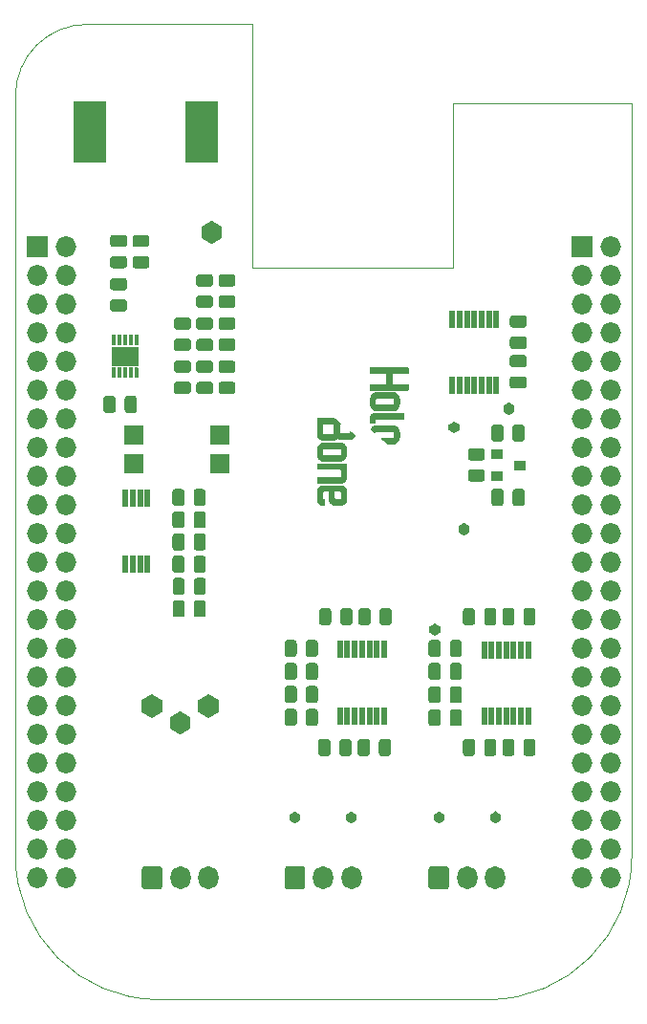
<source format=gbr>
G04 #@! TF.GenerationSoftware,KiCad,Pcbnew,5.1.5-52549c5~86~ubuntu18.04.1*
G04 #@! TF.CreationDate,2020-06-06T12:27:41+01:00*
G04 #@! TF.ProjectId,holobone,686f6c6f-626f-46e6-952e-6b696361645f,rev?*
G04 #@! TF.SameCoordinates,Original*
G04 #@! TF.FileFunction,Soldermask,Top*
G04 #@! TF.FilePolarity,Negative*
%FSLAX46Y46*%
G04 Gerber Fmt 4.6, Leading zero omitted, Abs format (unit mm)*
G04 Created by KiCad (PCBNEW 5.1.5-52549c5~86~ubuntu18.04.1) date 2020-06-06 12:27:41*
%MOMM*%
%LPD*%
G04 APERTURE LIST*
G04 #@! TA.AperFunction,Profile*
%ADD10C,0.002540*%
G04 #@! TD*
%ADD11C,0.010000*%
%ADD12R,1.828800X1.828800*%
%ADD13O,1.828800X1.828800*%
%ADD14R,0.551600X1.551600*%
%ADD15C,0.150000*%
%ADD16R,1.001600X0.901600*%
%ADD17R,2.481600X1.751600*%
%ADD18R,1.701600X1.701600*%
%ADD19R,3.001600X5.501600*%
%ADD20O,1.801600X2.051600*%
G04 APERTURE END LIST*
D10*
X114465100Y-116357400D02*
G75*
G03X127165100Y-129057400I12700000J0D01*
G01*
X156375100Y-129057400D02*
G75*
G03X169075100Y-116357400I0J12700000D01*
G01*
X120815100Y-42697400D02*
G75*
G03X114465100Y-49047400I0J-6350000D01*
G01*
X135420100Y-42697400D02*
X120815100Y-42697400D01*
X135420100Y-64287400D02*
X135420100Y-42697400D01*
X153200100Y-64287400D02*
X135420100Y-64287400D01*
X153200100Y-49682400D02*
X153200100Y-64287400D01*
X169075100Y-49682400D02*
X153200100Y-49682400D01*
X169075100Y-116357400D02*
X169075100Y-49682400D01*
X127165100Y-129057400D02*
X156375100Y-129057400D01*
X114465100Y-49047400D02*
X114465100Y-116357400D01*
D11*
G04 #@! TO.C, *
G36*
X148448701Y-79058007D02*
G01*
X148448643Y-79098738D01*
X148448508Y-79134192D01*
X148448266Y-79164907D01*
X148447884Y-79191418D01*
X148447333Y-79214262D01*
X148446580Y-79233976D01*
X148445596Y-79251096D01*
X148444347Y-79266160D01*
X148442805Y-79279703D01*
X148440936Y-79292263D01*
X148438711Y-79304376D01*
X148436098Y-79316578D01*
X148433066Y-79329407D01*
X148429584Y-79343398D01*
X148429425Y-79344028D01*
X148412538Y-79399603D01*
X148390421Y-79453941D01*
X148363529Y-79506455D01*
X148332316Y-79556555D01*
X148297238Y-79603651D01*
X148258749Y-79647155D01*
X148217304Y-79686478D01*
X148173358Y-79721031D01*
X148127366Y-79750223D01*
X148107786Y-79760625D01*
X148094852Y-79766557D01*
X148078242Y-79773394D01*
X148060349Y-79780181D01*
X148047461Y-79784687D01*
X148035829Y-79788584D01*
X148025413Y-79792017D01*
X148015748Y-79795017D01*
X148006372Y-79797616D01*
X147996820Y-79799844D01*
X147986627Y-79801732D01*
X147975332Y-79803312D01*
X147962469Y-79804614D01*
X147947574Y-79805669D01*
X147930185Y-79806509D01*
X147909836Y-79807165D01*
X147886065Y-79807667D01*
X147858407Y-79808046D01*
X147826399Y-79808334D01*
X147789576Y-79808561D01*
X147747475Y-79808760D01*
X147699633Y-79808959D01*
X147683538Y-79809026D01*
X147410488Y-79810176D01*
X147132096Y-79567982D01*
X147095986Y-79536548D01*
X147061236Y-79506262D01*
X147028144Y-79477386D01*
X146997009Y-79450182D01*
X146968129Y-79424910D01*
X146941801Y-79401833D01*
X146918325Y-79381213D01*
X146897997Y-79363312D01*
X146881118Y-79348390D01*
X146867983Y-79336711D01*
X146858893Y-79328535D01*
X146854144Y-79324124D01*
X146853490Y-79323406D01*
X146856583Y-79323137D01*
X146865685Y-79322878D01*
X146880453Y-79322628D01*
X146900547Y-79322390D01*
X146925623Y-79322166D01*
X146955340Y-79321957D01*
X146989358Y-79321764D01*
X147027333Y-79321590D01*
X147068924Y-79321437D01*
X147113790Y-79321305D01*
X147161588Y-79321196D01*
X147211977Y-79321113D01*
X147264615Y-79321056D01*
X147319161Y-79321028D01*
X147343947Y-79321025D01*
X147411072Y-79321029D01*
X147472156Y-79321034D01*
X147527509Y-79321029D01*
X147577438Y-79321000D01*
X147622254Y-79320936D01*
X147662265Y-79320825D01*
X147697781Y-79320655D01*
X147729110Y-79320414D01*
X147756562Y-79320090D01*
X147780446Y-79319671D01*
X147801070Y-79319145D01*
X147818744Y-79318500D01*
X147833777Y-79317724D01*
X147846478Y-79316805D01*
X147857155Y-79315731D01*
X147866119Y-79314490D01*
X147873678Y-79313070D01*
X147880142Y-79311460D01*
X147885818Y-79309646D01*
X147891017Y-79307617D01*
X147896047Y-79305361D01*
X147901218Y-79302867D01*
X147906839Y-79300121D01*
X147908963Y-79299102D01*
X147940560Y-79281557D01*
X147966465Y-79261562D01*
X147986993Y-79238722D01*
X148002461Y-79212641D01*
X148013185Y-79182925D01*
X148017429Y-79163443D01*
X148018553Y-79155791D01*
X148019470Y-79146727D01*
X148020190Y-79135653D01*
X148020724Y-79121971D01*
X148021086Y-79105083D01*
X148021285Y-79084391D01*
X148021335Y-79059297D01*
X148021247Y-79029203D01*
X148021033Y-78993511D01*
X148020959Y-78983407D01*
X148020687Y-78948250D01*
X148020428Y-78918835D01*
X148020151Y-78894555D01*
X148019827Y-78874803D01*
X148019426Y-78858972D01*
X148018919Y-78846453D01*
X148018277Y-78836639D01*
X148017469Y-78828924D01*
X148016467Y-78822699D01*
X148015240Y-78817357D01*
X148013760Y-78812291D01*
X148012451Y-78808262D01*
X148007606Y-78795023D01*
X148002173Y-78782256D01*
X147997661Y-78773337D01*
X147983287Y-78754240D01*
X147963658Y-78736320D01*
X147939851Y-78720243D01*
X147912940Y-78706677D01*
X147884002Y-78696286D01*
X147866100Y-78691850D01*
X147862731Y-78691357D01*
X147857457Y-78690902D01*
X147850045Y-78690484D01*
X147840266Y-78690101D01*
X147827890Y-78689751D01*
X147812684Y-78689433D01*
X147794420Y-78689147D01*
X147772865Y-78688890D01*
X147747789Y-78688661D01*
X147718962Y-78688459D01*
X147686153Y-78688282D01*
X147649131Y-78688130D01*
X147607665Y-78688000D01*
X147561526Y-78687892D01*
X147510481Y-78687803D01*
X147454300Y-78687733D01*
X147392754Y-78687681D01*
X147325610Y-78687644D01*
X147252638Y-78687622D01*
X147173608Y-78687612D01*
X146457988Y-78687612D01*
X146431753Y-78694613D01*
X146400185Y-78705030D01*
X146371867Y-78718372D01*
X146347661Y-78734126D01*
X146328425Y-78751774D01*
X146321140Y-78760867D01*
X146314913Y-78771113D01*
X146307987Y-78784796D01*
X146301655Y-78799323D01*
X146300412Y-78802526D01*
X146290352Y-78829179D01*
X146282095Y-78821545D01*
X146278358Y-78818159D01*
X146270303Y-78810909D01*
X146258343Y-78800168D01*
X146242893Y-78786307D01*
X146224367Y-78769695D01*
X146203179Y-78750706D01*
X146179743Y-78729710D01*
X146154472Y-78707077D01*
X146127781Y-78683180D01*
X146115088Y-78671818D01*
X146087921Y-78647494D01*
X146062017Y-78624285D01*
X146037785Y-78602558D01*
X146015635Y-78582683D01*
X145995976Y-78565027D01*
X145979220Y-78549958D01*
X145965774Y-78537845D01*
X145956050Y-78529056D01*
X145950457Y-78523958D01*
X145949372Y-78522943D01*
X145942406Y-78516162D01*
X145961466Y-78484412D01*
X145995772Y-78432320D01*
X146033281Y-78384824D01*
X146073694Y-78342167D01*
X146116711Y-78304594D01*
X146162031Y-78272348D01*
X146209353Y-78245671D01*
X146258377Y-78224809D01*
X146296063Y-78213129D01*
X146302490Y-78211437D01*
X146308509Y-78209869D01*
X146314370Y-78208419D01*
X146320320Y-78207082D01*
X146326608Y-78205855D01*
X146333482Y-78204732D01*
X146341191Y-78203710D01*
X146349983Y-78202782D01*
X146360106Y-78201945D01*
X146371809Y-78201195D01*
X146385340Y-78200525D01*
X146400947Y-78199932D01*
X146418879Y-78199411D01*
X146439384Y-78198957D01*
X146462710Y-78198567D01*
X146489107Y-78198234D01*
X146518821Y-78197954D01*
X146552103Y-78197723D01*
X146589199Y-78197537D01*
X146630358Y-78197390D01*
X146675829Y-78197277D01*
X146725860Y-78197195D01*
X146780700Y-78197138D01*
X146840596Y-78197102D01*
X146905798Y-78197083D01*
X146976553Y-78197075D01*
X147053109Y-78197073D01*
X147135716Y-78197074D01*
X147153601Y-78197075D01*
X147247921Y-78197087D01*
X147335955Y-78197125D01*
X147417769Y-78197189D01*
X147493427Y-78197278D01*
X147562993Y-78197393D01*
X147626532Y-78197536D01*
X147684109Y-78197704D01*
X147735788Y-78197900D01*
X147781634Y-78198123D01*
X147821711Y-78198374D01*
X147856085Y-78198652D01*
X147884819Y-78198959D01*
X147907978Y-78199294D01*
X147925627Y-78199657D01*
X147937831Y-78200050D01*
X147944654Y-78200472D01*
X147944807Y-78200488D01*
X147999161Y-78209547D01*
X148051260Y-78224465D01*
X148101220Y-78245296D01*
X148149156Y-78272095D01*
X148195186Y-78304915D01*
X148228382Y-78333382D01*
X148267502Y-78373131D01*
X148304133Y-78417612D01*
X148337703Y-78465819D01*
X148367637Y-78516744D01*
X148393361Y-78569381D01*
X148414303Y-78622725D01*
X148429887Y-78675768D01*
X148433947Y-78693962D01*
X148436681Y-78707515D01*
X148439055Y-78719888D01*
X148441094Y-78731625D01*
X148442825Y-78743274D01*
X148444271Y-78755379D01*
X148445459Y-78768488D01*
X148446414Y-78783146D01*
X148447162Y-78799899D01*
X148447727Y-78819294D01*
X148448135Y-78841876D01*
X148448412Y-78868191D01*
X148448583Y-78898786D01*
X148448673Y-78934206D01*
X148448708Y-78974999D01*
X148448713Y-79011462D01*
X148448701Y-79058007D01*
G37*
X148448701Y-79058007D02*
X148448643Y-79098738D01*
X148448508Y-79134192D01*
X148448266Y-79164907D01*
X148447884Y-79191418D01*
X148447333Y-79214262D01*
X148446580Y-79233976D01*
X148445596Y-79251096D01*
X148444347Y-79266160D01*
X148442805Y-79279703D01*
X148440936Y-79292263D01*
X148438711Y-79304376D01*
X148436098Y-79316578D01*
X148433066Y-79329407D01*
X148429584Y-79343398D01*
X148429425Y-79344028D01*
X148412538Y-79399603D01*
X148390421Y-79453941D01*
X148363529Y-79506455D01*
X148332316Y-79556555D01*
X148297238Y-79603651D01*
X148258749Y-79647155D01*
X148217304Y-79686478D01*
X148173358Y-79721031D01*
X148127366Y-79750223D01*
X148107786Y-79760625D01*
X148094852Y-79766557D01*
X148078242Y-79773394D01*
X148060349Y-79780181D01*
X148047461Y-79784687D01*
X148035829Y-79788584D01*
X148025413Y-79792017D01*
X148015748Y-79795017D01*
X148006372Y-79797616D01*
X147996820Y-79799844D01*
X147986627Y-79801732D01*
X147975332Y-79803312D01*
X147962469Y-79804614D01*
X147947574Y-79805669D01*
X147930185Y-79806509D01*
X147909836Y-79807165D01*
X147886065Y-79807667D01*
X147858407Y-79808046D01*
X147826399Y-79808334D01*
X147789576Y-79808561D01*
X147747475Y-79808760D01*
X147699633Y-79808959D01*
X147683538Y-79809026D01*
X147410488Y-79810176D01*
X147132096Y-79567982D01*
X147095986Y-79536548D01*
X147061236Y-79506262D01*
X147028144Y-79477386D01*
X146997009Y-79450182D01*
X146968129Y-79424910D01*
X146941801Y-79401833D01*
X146918325Y-79381213D01*
X146897997Y-79363312D01*
X146881118Y-79348390D01*
X146867983Y-79336711D01*
X146858893Y-79328535D01*
X146854144Y-79324124D01*
X146853490Y-79323406D01*
X146856583Y-79323137D01*
X146865685Y-79322878D01*
X146880453Y-79322628D01*
X146900547Y-79322390D01*
X146925623Y-79322166D01*
X146955340Y-79321957D01*
X146989358Y-79321764D01*
X147027333Y-79321590D01*
X147068924Y-79321437D01*
X147113790Y-79321305D01*
X147161588Y-79321196D01*
X147211977Y-79321113D01*
X147264615Y-79321056D01*
X147319161Y-79321028D01*
X147343947Y-79321025D01*
X147411072Y-79321029D01*
X147472156Y-79321034D01*
X147527509Y-79321029D01*
X147577438Y-79321000D01*
X147622254Y-79320936D01*
X147662265Y-79320825D01*
X147697781Y-79320655D01*
X147729110Y-79320414D01*
X147756562Y-79320090D01*
X147780446Y-79319671D01*
X147801070Y-79319145D01*
X147818744Y-79318500D01*
X147833777Y-79317724D01*
X147846478Y-79316805D01*
X147857155Y-79315731D01*
X147866119Y-79314490D01*
X147873678Y-79313070D01*
X147880142Y-79311460D01*
X147885818Y-79309646D01*
X147891017Y-79307617D01*
X147896047Y-79305361D01*
X147901218Y-79302867D01*
X147906839Y-79300121D01*
X147908963Y-79299102D01*
X147940560Y-79281557D01*
X147966465Y-79261562D01*
X147986993Y-79238722D01*
X148002461Y-79212641D01*
X148013185Y-79182925D01*
X148017429Y-79163443D01*
X148018553Y-79155791D01*
X148019470Y-79146727D01*
X148020190Y-79135653D01*
X148020724Y-79121971D01*
X148021086Y-79105083D01*
X148021285Y-79084391D01*
X148021335Y-79059297D01*
X148021247Y-79029203D01*
X148021033Y-78993511D01*
X148020959Y-78983407D01*
X148020687Y-78948250D01*
X148020428Y-78918835D01*
X148020151Y-78894555D01*
X148019827Y-78874803D01*
X148019426Y-78858972D01*
X148018919Y-78846453D01*
X148018277Y-78836639D01*
X148017469Y-78828924D01*
X148016467Y-78822699D01*
X148015240Y-78817357D01*
X148013760Y-78812291D01*
X148012451Y-78808262D01*
X148007606Y-78795023D01*
X148002173Y-78782256D01*
X147997661Y-78773337D01*
X147983287Y-78754240D01*
X147963658Y-78736320D01*
X147939851Y-78720243D01*
X147912940Y-78706677D01*
X147884002Y-78696286D01*
X147866100Y-78691850D01*
X147862731Y-78691357D01*
X147857457Y-78690902D01*
X147850045Y-78690484D01*
X147840266Y-78690101D01*
X147827890Y-78689751D01*
X147812684Y-78689433D01*
X147794420Y-78689147D01*
X147772865Y-78688890D01*
X147747789Y-78688661D01*
X147718962Y-78688459D01*
X147686153Y-78688282D01*
X147649131Y-78688130D01*
X147607665Y-78688000D01*
X147561526Y-78687892D01*
X147510481Y-78687803D01*
X147454300Y-78687733D01*
X147392754Y-78687681D01*
X147325610Y-78687644D01*
X147252638Y-78687622D01*
X147173608Y-78687612D01*
X146457988Y-78687612D01*
X146431753Y-78694613D01*
X146400185Y-78705030D01*
X146371867Y-78718372D01*
X146347661Y-78734126D01*
X146328425Y-78751774D01*
X146321140Y-78760867D01*
X146314913Y-78771113D01*
X146307987Y-78784796D01*
X146301655Y-78799323D01*
X146300412Y-78802526D01*
X146290352Y-78829179D01*
X146282095Y-78821545D01*
X146278358Y-78818159D01*
X146270303Y-78810909D01*
X146258343Y-78800168D01*
X146242893Y-78786307D01*
X146224367Y-78769695D01*
X146203179Y-78750706D01*
X146179743Y-78729710D01*
X146154472Y-78707077D01*
X146127781Y-78683180D01*
X146115088Y-78671818D01*
X146087921Y-78647494D01*
X146062017Y-78624285D01*
X146037785Y-78602558D01*
X146015635Y-78582683D01*
X145995976Y-78565027D01*
X145979220Y-78549958D01*
X145965774Y-78537845D01*
X145956050Y-78529056D01*
X145950457Y-78523958D01*
X145949372Y-78522943D01*
X145942406Y-78516162D01*
X145961466Y-78484412D01*
X145995772Y-78432320D01*
X146033281Y-78384824D01*
X146073694Y-78342167D01*
X146116711Y-78304594D01*
X146162031Y-78272348D01*
X146209353Y-78245671D01*
X146258377Y-78224809D01*
X146296063Y-78213129D01*
X146302490Y-78211437D01*
X146308509Y-78209869D01*
X146314370Y-78208419D01*
X146320320Y-78207082D01*
X146326608Y-78205855D01*
X146333482Y-78204732D01*
X146341191Y-78203710D01*
X146349983Y-78202782D01*
X146360106Y-78201945D01*
X146371809Y-78201195D01*
X146385340Y-78200525D01*
X146400947Y-78199932D01*
X146418879Y-78199411D01*
X146439384Y-78198957D01*
X146462710Y-78198567D01*
X146489107Y-78198234D01*
X146518821Y-78197954D01*
X146552103Y-78197723D01*
X146589199Y-78197537D01*
X146630358Y-78197390D01*
X146675829Y-78197277D01*
X146725860Y-78197195D01*
X146780700Y-78197138D01*
X146840596Y-78197102D01*
X146905798Y-78197083D01*
X146976553Y-78197075D01*
X147053109Y-78197073D01*
X147135716Y-78197074D01*
X147153601Y-78197075D01*
X147247921Y-78197087D01*
X147335955Y-78197125D01*
X147417769Y-78197189D01*
X147493427Y-78197278D01*
X147562993Y-78197393D01*
X147626532Y-78197536D01*
X147684109Y-78197704D01*
X147735788Y-78197900D01*
X147781634Y-78198123D01*
X147821711Y-78198374D01*
X147856085Y-78198652D01*
X147884819Y-78198959D01*
X147907978Y-78199294D01*
X147925627Y-78199657D01*
X147937831Y-78200050D01*
X147944654Y-78200472D01*
X147944807Y-78200488D01*
X147999161Y-78209547D01*
X148051260Y-78224465D01*
X148101220Y-78245296D01*
X148149156Y-78272095D01*
X148195186Y-78304915D01*
X148228382Y-78333382D01*
X148267502Y-78373131D01*
X148304133Y-78417612D01*
X148337703Y-78465819D01*
X148367637Y-78516744D01*
X148393361Y-78569381D01*
X148414303Y-78622725D01*
X148429887Y-78675768D01*
X148433947Y-78693962D01*
X148436681Y-78707515D01*
X148439055Y-78719888D01*
X148441094Y-78731625D01*
X148442825Y-78743274D01*
X148444271Y-78755379D01*
X148445459Y-78768488D01*
X148446414Y-78783146D01*
X148447162Y-78799899D01*
X148447727Y-78819294D01*
X148448135Y-78841876D01*
X148448412Y-78868191D01*
X148448583Y-78898786D01*
X148448673Y-78934206D01*
X148448708Y-78974999D01*
X148448713Y-79011462D01*
X148448701Y-79058007D01*
G36*
X147635119Y-77616807D02*
G01*
X146400838Y-77617637D01*
X146375995Y-77624711D01*
X146347476Y-77634802D01*
X146324191Y-77647641D01*
X146305615Y-77663827D01*
X146291221Y-77683957D01*
X146280484Y-77708630D01*
X146272879Y-77738445D01*
X146272037Y-77743050D01*
X146270910Y-77752600D01*
X146270163Y-77766502D01*
X146269791Y-77785170D01*
X146269790Y-77809018D01*
X146270154Y-77838462D01*
X146270701Y-77866081D01*
X146272984Y-77968475D01*
X145849975Y-77968475D01*
X145850435Y-77780356D01*
X145850563Y-77745061D01*
X145850766Y-77710638D01*
X145851037Y-77677792D01*
X145851364Y-77647233D01*
X145851740Y-77619666D01*
X145852153Y-77595801D01*
X145852597Y-77576343D01*
X145853059Y-77562001D01*
X145853412Y-77555062D01*
X145855088Y-77535787D01*
X145857594Y-77513526D01*
X145860544Y-77491523D01*
X145862583Y-77478486D01*
X145874817Y-77420812D01*
X145891232Y-77367913D01*
X145911822Y-77319793D01*
X145936583Y-77276457D01*
X145965508Y-77237910D01*
X145998594Y-77204158D01*
X146035834Y-77175204D01*
X146077225Y-77151054D01*
X146122760Y-77131713D01*
X146172435Y-77117186D01*
X146226245Y-77107478D01*
X146248438Y-77104990D01*
X146255005Y-77104670D01*
X146267733Y-77104367D01*
X146286632Y-77104080D01*
X146311712Y-77103809D01*
X146342982Y-77103555D01*
X146380453Y-77103317D01*
X146424134Y-77103096D01*
X146474035Y-77102891D01*
X146530166Y-77102703D01*
X146592538Y-77102531D01*
X146661159Y-77102375D01*
X146736040Y-77102235D01*
X146817191Y-77102112D01*
X146904621Y-77102005D01*
X146998341Y-77101914D01*
X147098360Y-77101839D01*
X147204689Y-77101781D01*
X147317336Y-77101739D01*
X147436313Y-77101712D01*
X147561629Y-77101702D01*
X147576382Y-77101702D01*
X148869400Y-77101700D01*
X148869401Y-77358839D01*
X148869401Y-77615978D01*
X147635119Y-77616807D01*
G37*
X147635119Y-77616807D02*
X146400838Y-77617637D01*
X146375995Y-77624711D01*
X146347476Y-77634802D01*
X146324191Y-77647641D01*
X146305615Y-77663827D01*
X146291221Y-77683957D01*
X146280484Y-77708630D01*
X146272879Y-77738445D01*
X146272037Y-77743050D01*
X146270910Y-77752600D01*
X146270163Y-77766502D01*
X146269791Y-77785170D01*
X146269790Y-77809018D01*
X146270154Y-77838462D01*
X146270701Y-77866081D01*
X146272984Y-77968475D01*
X145849975Y-77968475D01*
X145850435Y-77780356D01*
X145850563Y-77745061D01*
X145850766Y-77710638D01*
X145851037Y-77677792D01*
X145851364Y-77647233D01*
X145851740Y-77619666D01*
X145852153Y-77595801D01*
X145852597Y-77576343D01*
X145853059Y-77562001D01*
X145853412Y-77555062D01*
X145855088Y-77535787D01*
X145857594Y-77513526D01*
X145860544Y-77491523D01*
X145862583Y-77478486D01*
X145874817Y-77420812D01*
X145891232Y-77367913D01*
X145911822Y-77319793D01*
X145936583Y-77276457D01*
X145965508Y-77237910D01*
X145998594Y-77204158D01*
X146035834Y-77175204D01*
X146077225Y-77151054D01*
X146122760Y-77131713D01*
X146172435Y-77117186D01*
X146226245Y-77107478D01*
X146248438Y-77104990D01*
X146255005Y-77104670D01*
X146267733Y-77104367D01*
X146286632Y-77104080D01*
X146311712Y-77103809D01*
X146342982Y-77103555D01*
X146380453Y-77103317D01*
X146424134Y-77103096D01*
X146474035Y-77102891D01*
X146530166Y-77102703D01*
X146592538Y-77102531D01*
X146661159Y-77102375D01*
X146736040Y-77102235D01*
X146817191Y-77102112D01*
X146904621Y-77102005D01*
X146998341Y-77101914D01*
X147098360Y-77101839D01*
X147204689Y-77101781D01*
X147317336Y-77101739D01*
X147436313Y-77101712D01*
X147561629Y-77101702D01*
X147576382Y-77101702D01*
X148869400Y-77101700D01*
X148869401Y-77358839D01*
X148869401Y-77615978D01*
X147635119Y-77616807D01*
G36*
X147799425Y-73552050D02*
G01*
X147799425Y-74542650D01*
X149234525Y-74542650D01*
X149234525Y-74735657D01*
X149234518Y-74777390D01*
X149234468Y-74813298D01*
X149234339Y-74843908D01*
X149234092Y-74869748D01*
X149233689Y-74891342D01*
X149233092Y-74909217D01*
X149232261Y-74923899D01*
X149231160Y-74935914D01*
X149229750Y-74945789D01*
X149227992Y-74954050D01*
X149225848Y-74961223D01*
X149223281Y-74967833D01*
X149220251Y-74974408D01*
X149216721Y-74981474D01*
X149216644Y-74981627D01*
X149205947Y-74998219D01*
X149190981Y-75015354D01*
X149173447Y-75031410D01*
X149155045Y-75044765D01*
X149144038Y-75050931D01*
X149121813Y-75061762D01*
X145849975Y-75063374D01*
X145849975Y-74542650D01*
X147342245Y-74542650D01*
X147341442Y-74048143D01*
X147340638Y-73553637D01*
X146595307Y-73552837D01*
X145849975Y-73552036D01*
X145849975Y-73031350D01*
X147476369Y-73031387D01*
X147600123Y-73031392D01*
X147717679Y-73031401D01*
X147829189Y-73031415D01*
X147934807Y-73031434D01*
X148034685Y-73031458D01*
X148128975Y-73031488D01*
X148217830Y-73031525D01*
X148301402Y-73031568D01*
X148379843Y-73031618D01*
X148453307Y-73031676D01*
X148521945Y-73031742D01*
X148585909Y-73031815D01*
X148645353Y-73031898D01*
X148700429Y-73031990D01*
X148751289Y-73032091D01*
X148798086Y-73032202D01*
X148840972Y-73032324D01*
X148880099Y-73032456D01*
X148915620Y-73032600D01*
X148947688Y-73032755D01*
X148976455Y-73032922D01*
X149002073Y-73033102D01*
X149024695Y-73033294D01*
X149044473Y-73033499D01*
X149061559Y-73033718D01*
X149076107Y-73033951D01*
X149088268Y-73034199D01*
X149098195Y-73034461D01*
X149106041Y-73034739D01*
X149111957Y-73035032D01*
X149116097Y-73035341D01*
X149118613Y-73035667D01*
X149119114Y-73035778D01*
X149145358Y-73045821D01*
X149169776Y-73061009D01*
X149191469Y-73080392D01*
X149209538Y-73103015D01*
X149223085Y-73127926D01*
X149231212Y-73154173D01*
X149231334Y-73154814D01*
X149231997Y-73161625D01*
X149232598Y-73174344D01*
X149233131Y-73192533D01*
X149233587Y-73215751D01*
X149233961Y-73243556D01*
X149234246Y-73275510D01*
X149234435Y-73311171D01*
X149234521Y-73350100D01*
X149234525Y-73361983D01*
X149234525Y-73552050D01*
X147799425Y-73552050D01*
G37*
X147799425Y-73552050D02*
X147799425Y-74542650D01*
X149234525Y-74542650D01*
X149234525Y-74735657D01*
X149234518Y-74777390D01*
X149234468Y-74813298D01*
X149234339Y-74843908D01*
X149234092Y-74869748D01*
X149233689Y-74891342D01*
X149233092Y-74909217D01*
X149232261Y-74923899D01*
X149231160Y-74935914D01*
X149229750Y-74945789D01*
X149227992Y-74954050D01*
X149225848Y-74961223D01*
X149223281Y-74967833D01*
X149220251Y-74974408D01*
X149216721Y-74981474D01*
X149216644Y-74981627D01*
X149205947Y-74998219D01*
X149190981Y-75015354D01*
X149173447Y-75031410D01*
X149155045Y-75044765D01*
X149144038Y-75050931D01*
X149121813Y-75061762D01*
X145849975Y-75063374D01*
X145849975Y-74542650D01*
X147342245Y-74542650D01*
X147341442Y-74048143D01*
X147340638Y-73553637D01*
X146595307Y-73552837D01*
X145849975Y-73552036D01*
X145849975Y-73031350D01*
X147476369Y-73031387D01*
X147600123Y-73031392D01*
X147717679Y-73031401D01*
X147829189Y-73031415D01*
X147934807Y-73031434D01*
X148034685Y-73031458D01*
X148128975Y-73031488D01*
X148217830Y-73031525D01*
X148301402Y-73031568D01*
X148379843Y-73031618D01*
X148453307Y-73031676D01*
X148521945Y-73031742D01*
X148585909Y-73031815D01*
X148645353Y-73031898D01*
X148700429Y-73031990D01*
X148751289Y-73032091D01*
X148798086Y-73032202D01*
X148840972Y-73032324D01*
X148880099Y-73032456D01*
X148915620Y-73032600D01*
X148947688Y-73032755D01*
X148976455Y-73032922D01*
X149002073Y-73033102D01*
X149024695Y-73033294D01*
X149044473Y-73033499D01*
X149061559Y-73033718D01*
X149076107Y-73033951D01*
X149088268Y-73034199D01*
X149098195Y-73034461D01*
X149106041Y-73034739D01*
X149111957Y-73035032D01*
X149116097Y-73035341D01*
X149118613Y-73035667D01*
X149119114Y-73035778D01*
X149145358Y-73045821D01*
X149169776Y-73061009D01*
X149191469Y-73080392D01*
X149209538Y-73103015D01*
X149223085Y-73127926D01*
X149231212Y-73154173D01*
X149231334Y-73154814D01*
X149231997Y-73161625D01*
X149232598Y-73174344D01*
X149233131Y-73192533D01*
X149233587Y-73215751D01*
X149233961Y-73243556D01*
X149234246Y-73275510D01*
X149234435Y-73311171D01*
X149234521Y-73350100D01*
X149234525Y-73361983D01*
X149234525Y-73552050D01*
X147799425Y-73552050D01*
G36*
X143766680Y-80662676D02*
G01*
X143766482Y-80697244D01*
X143766134Y-80726002D01*
X143765633Y-80749083D01*
X143764979Y-80766621D01*
X143764171Y-80778752D01*
X143764056Y-80779931D01*
X143754374Y-80844877D01*
X143738941Y-80907179D01*
X143717679Y-80967037D01*
X143690510Y-81024649D01*
X143657356Y-81080216D01*
X143633044Y-81114685D01*
X143592955Y-81163923D01*
X143550944Y-81207139D01*
X143506938Y-81244386D01*
X143460862Y-81275719D01*
X143412645Y-81301191D01*
X143362211Y-81320854D01*
X143340229Y-81327427D01*
X143334162Y-81329106D01*
X143328544Y-81330663D01*
X143323130Y-81332104D01*
X143317674Y-81333432D01*
X143311932Y-81334653D01*
X143305657Y-81335771D01*
X143298606Y-81336790D01*
X143290532Y-81337715D01*
X143281191Y-81338551D01*
X143270337Y-81339302D01*
X143257726Y-81339972D01*
X143243112Y-81340567D01*
X143226250Y-81341090D01*
X143206894Y-81341547D01*
X143184801Y-81341942D01*
X143159723Y-81342278D01*
X143131418Y-81342562D01*
X143099638Y-81342797D01*
X143064140Y-81342989D01*
X143024677Y-81343141D01*
X142981005Y-81343257D01*
X142932879Y-81343344D01*
X142880053Y-81343405D01*
X142822282Y-81343444D01*
X142759322Y-81343467D01*
X142690926Y-81343477D01*
X142616850Y-81343480D01*
X142536849Y-81343480D01*
X142474386Y-81343481D01*
X142380173Y-81343472D01*
X142292227Y-81343439D01*
X142210466Y-81343383D01*
X142134807Y-81343303D01*
X142065167Y-81343199D01*
X142001465Y-81343070D01*
X141943617Y-81342916D01*
X141891542Y-81342737D01*
X141845156Y-81342532D01*
X141804376Y-81342301D01*
X141769121Y-81342044D01*
X141739308Y-81341760D01*
X141714854Y-81341449D01*
X141695677Y-81341110D01*
X141681693Y-81340744D01*
X141672821Y-81340349D01*
X141669744Y-81340076D01*
X141615813Y-81329400D01*
X141563629Y-81312652D01*
X141513325Y-81289899D01*
X141465033Y-81261210D01*
X141418885Y-81226653D01*
X141377869Y-81189171D01*
X141333578Y-81140547D01*
X141294703Y-81088724D01*
X141261349Y-81033887D01*
X141233622Y-80976222D01*
X141211626Y-80915912D01*
X141201684Y-80880382D01*
X141198249Y-80866391D01*
X141195255Y-80853365D01*
X141192673Y-80840772D01*
X141190472Y-80828079D01*
X141188626Y-80814756D01*
X141187103Y-80800270D01*
X141185875Y-80784090D01*
X141184912Y-80765683D01*
X141184186Y-80744519D01*
X141183667Y-80720064D01*
X141183327Y-80691788D01*
X141183135Y-80659158D01*
X141183063Y-80621643D01*
X141183081Y-80578711D01*
X141183137Y-80542443D01*
X141183244Y-80504421D01*
X141183420Y-80467736D01*
X141183657Y-80432965D01*
X141183948Y-80400685D01*
X141184286Y-80371472D01*
X141184664Y-80345905D01*
X141185074Y-80324559D01*
X141185510Y-80308012D01*
X141185963Y-80296841D01*
X141186282Y-80292575D01*
X141196794Y-80228565D01*
X141213403Y-80165724D01*
X141235876Y-80104672D01*
X141263982Y-80046029D01*
X141297491Y-79990417D01*
X141300111Y-79986540D01*
X141338510Y-79934672D01*
X141379041Y-79888774D01*
X141421750Y-79848815D01*
X141466680Y-79814768D01*
X141513878Y-79786604D01*
X141563388Y-79764296D01*
X141615255Y-79747813D01*
X141669525Y-79737128D01*
X141699616Y-79733778D01*
X141706860Y-79733446D01*
X141720106Y-79733132D01*
X141739002Y-79732837D01*
X141763199Y-79732561D01*
X141792349Y-79732303D01*
X141826101Y-79732065D01*
X141864107Y-79731845D01*
X141906015Y-79731644D01*
X141951478Y-79731462D01*
X142000146Y-79731299D01*
X142051668Y-79731155D01*
X142105696Y-79731029D01*
X142161880Y-79730922D01*
X142219870Y-79730834D01*
X142279318Y-79730765D01*
X142339873Y-79730715D01*
X142401187Y-79730684D01*
X142462909Y-79730671D01*
X142524690Y-79730677D01*
X142586180Y-79730702D01*
X142647031Y-79730746D01*
X142706893Y-79730809D01*
X142765415Y-79730890D01*
X142778654Y-79730913D01*
X142778654Y-80219990D01*
X142713574Y-80219996D01*
X142642633Y-80220035D01*
X142565686Y-80220108D01*
X142482587Y-80220215D01*
X142451138Y-80220261D01*
X141778038Y-80221286D01*
X141751050Y-80228459D01*
X141727279Y-80236097D01*
X141703508Y-80246099D01*
X141681546Y-80257570D01*
X141663206Y-80269615D01*
X141656189Y-80275366D01*
X141641701Y-80291677D01*
X141628901Y-80312387D01*
X141618824Y-80335574D01*
X141613448Y-80354487D01*
X141612193Y-80363771D01*
X141611100Y-80378590D01*
X141610171Y-80398132D01*
X141609407Y-80421582D01*
X141608809Y-80448129D01*
X141608378Y-80476959D01*
X141608115Y-80507260D01*
X141608021Y-80538219D01*
X141608098Y-80569022D01*
X141608346Y-80598857D01*
X141608766Y-80626911D01*
X141609360Y-80652371D01*
X141610128Y-80674424D01*
X141611072Y-80692258D01*
X141612193Y-80705058D01*
X141612973Y-80710087D01*
X141622599Y-80741085D01*
X141637689Y-80768910D01*
X141658156Y-80793471D01*
X141683914Y-80814680D01*
X141714877Y-80832448D01*
X141743113Y-80844047D01*
X141768513Y-80852962D01*
X142463046Y-80853798D01*
X142542836Y-80853900D01*
X142616533Y-80854000D01*
X142684390Y-80854092D01*
X142746666Y-80854168D01*
X142803614Y-80854220D01*
X142855492Y-80854240D01*
X142902555Y-80854221D01*
X142945058Y-80854155D01*
X142983259Y-80854036D01*
X143017411Y-80853854D01*
X143047772Y-80853602D01*
X143074597Y-80853274D01*
X143098142Y-80852861D01*
X143118663Y-80852355D01*
X143136415Y-80851749D01*
X143151655Y-80851036D01*
X143164638Y-80850208D01*
X143175620Y-80849257D01*
X143184857Y-80848176D01*
X143192605Y-80846956D01*
X143199120Y-80845591D01*
X143204656Y-80844073D01*
X143209471Y-80842394D01*
X143213820Y-80840547D01*
X143217959Y-80838523D01*
X143222144Y-80836316D01*
X143226630Y-80833918D01*
X143231674Y-80831321D01*
X143232470Y-80830926D01*
X143263517Y-80812580D01*
X143289232Y-80790844D01*
X143309577Y-80765763D01*
X143324517Y-80737382D01*
X143333774Y-80706912D01*
X143335015Y-80697556D01*
X143336083Y-80682678D01*
X143336980Y-80663100D01*
X143337704Y-80639646D01*
X143338255Y-80613136D01*
X143338635Y-80584394D01*
X143338842Y-80554242D01*
X143338878Y-80523503D01*
X143338741Y-80492999D01*
X143338432Y-80463552D01*
X143337952Y-80435985D01*
X143337299Y-80411121D01*
X143336475Y-80389781D01*
X143335479Y-80372789D01*
X143334311Y-80360966D01*
X143333753Y-80357662D01*
X143324389Y-80327692D01*
X143309751Y-80301113D01*
X143290018Y-80278061D01*
X143265368Y-80258669D01*
X143235980Y-80243073D01*
X143202030Y-80231407D01*
X143163699Y-80223808D01*
X143155598Y-80222796D01*
X143149468Y-80222348D01*
X143139227Y-80221941D01*
X143124730Y-80221575D01*
X143105830Y-80221247D01*
X143082382Y-80220959D01*
X143054240Y-80220709D01*
X143021259Y-80220498D01*
X142983292Y-80220323D01*
X142940194Y-80220186D01*
X142891819Y-80220085D01*
X142838021Y-80220020D01*
X142778654Y-80219990D01*
X142778654Y-79730913D01*
X142822249Y-79730991D01*
X142877046Y-79731110D01*
X142929455Y-79731248D01*
X142979127Y-79731405D01*
X143025713Y-79731580D01*
X143068863Y-79731775D01*
X143108228Y-79731988D01*
X143143458Y-79732220D01*
X143174203Y-79732471D01*
X143200115Y-79732741D01*
X143220844Y-79733030D01*
X143236039Y-79733337D01*
X143245353Y-79733664D01*
X143247110Y-79733778D01*
X143302062Y-79741156D01*
X143354233Y-79754032D01*
X143403944Y-79772550D01*
X143451516Y-79796856D01*
X143497271Y-79827096D01*
X143541530Y-79863415D01*
X143549432Y-79870675D01*
X143588455Y-79910919D01*
X143625060Y-79956189D01*
X143658623Y-80005416D01*
X143688518Y-80057535D01*
X143714118Y-80111477D01*
X143734797Y-80166176D01*
X143746649Y-80206850D01*
X143750053Y-80220435D01*
X143753010Y-80232764D01*
X143755556Y-80244385D01*
X143757724Y-80255844D01*
X143759548Y-80267689D01*
X143761063Y-80280467D01*
X143762303Y-80294725D01*
X143763301Y-80311012D01*
X143764093Y-80329873D01*
X143764711Y-80351858D01*
X143765192Y-80377511D01*
X143765568Y-80407382D01*
X143765874Y-80442018D01*
X143766144Y-80481965D01*
X143766383Y-80522762D01*
X143766630Y-80575569D01*
X143766729Y-80622162D01*
X143766680Y-80662676D01*
G37*
X143766680Y-80662676D02*
X143766482Y-80697244D01*
X143766134Y-80726002D01*
X143765633Y-80749083D01*
X143764979Y-80766621D01*
X143764171Y-80778752D01*
X143764056Y-80779931D01*
X143754374Y-80844877D01*
X143738941Y-80907179D01*
X143717679Y-80967037D01*
X143690510Y-81024649D01*
X143657356Y-81080216D01*
X143633044Y-81114685D01*
X143592955Y-81163923D01*
X143550944Y-81207139D01*
X143506938Y-81244386D01*
X143460862Y-81275719D01*
X143412645Y-81301191D01*
X143362211Y-81320854D01*
X143340229Y-81327427D01*
X143334162Y-81329106D01*
X143328544Y-81330663D01*
X143323130Y-81332104D01*
X143317674Y-81333432D01*
X143311932Y-81334653D01*
X143305657Y-81335771D01*
X143298606Y-81336790D01*
X143290532Y-81337715D01*
X143281191Y-81338551D01*
X143270337Y-81339302D01*
X143257726Y-81339972D01*
X143243112Y-81340567D01*
X143226250Y-81341090D01*
X143206894Y-81341547D01*
X143184801Y-81341942D01*
X143159723Y-81342278D01*
X143131418Y-81342562D01*
X143099638Y-81342797D01*
X143064140Y-81342989D01*
X143024677Y-81343141D01*
X142981005Y-81343257D01*
X142932879Y-81343344D01*
X142880053Y-81343405D01*
X142822282Y-81343444D01*
X142759322Y-81343467D01*
X142690926Y-81343477D01*
X142616850Y-81343480D01*
X142536849Y-81343480D01*
X142474386Y-81343481D01*
X142380173Y-81343472D01*
X142292227Y-81343439D01*
X142210466Y-81343383D01*
X142134807Y-81343303D01*
X142065167Y-81343199D01*
X142001465Y-81343070D01*
X141943617Y-81342916D01*
X141891542Y-81342737D01*
X141845156Y-81342532D01*
X141804376Y-81342301D01*
X141769121Y-81342044D01*
X141739308Y-81341760D01*
X141714854Y-81341449D01*
X141695677Y-81341110D01*
X141681693Y-81340744D01*
X141672821Y-81340349D01*
X141669744Y-81340076D01*
X141615813Y-81329400D01*
X141563629Y-81312652D01*
X141513325Y-81289899D01*
X141465033Y-81261210D01*
X141418885Y-81226653D01*
X141377869Y-81189171D01*
X141333578Y-81140547D01*
X141294703Y-81088724D01*
X141261349Y-81033887D01*
X141233622Y-80976222D01*
X141211626Y-80915912D01*
X141201684Y-80880382D01*
X141198249Y-80866391D01*
X141195255Y-80853365D01*
X141192673Y-80840772D01*
X141190472Y-80828079D01*
X141188626Y-80814756D01*
X141187103Y-80800270D01*
X141185875Y-80784090D01*
X141184912Y-80765683D01*
X141184186Y-80744519D01*
X141183667Y-80720064D01*
X141183327Y-80691788D01*
X141183135Y-80659158D01*
X141183063Y-80621643D01*
X141183081Y-80578711D01*
X141183137Y-80542443D01*
X141183244Y-80504421D01*
X141183420Y-80467736D01*
X141183657Y-80432965D01*
X141183948Y-80400685D01*
X141184286Y-80371472D01*
X141184664Y-80345905D01*
X141185074Y-80324559D01*
X141185510Y-80308012D01*
X141185963Y-80296841D01*
X141186282Y-80292575D01*
X141196794Y-80228565D01*
X141213403Y-80165724D01*
X141235876Y-80104672D01*
X141263982Y-80046029D01*
X141297491Y-79990417D01*
X141300111Y-79986540D01*
X141338510Y-79934672D01*
X141379041Y-79888774D01*
X141421750Y-79848815D01*
X141466680Y-79814768D01*
X141513878Y-79786604D01*
X141563388Y-79764296D01*
X141615255Y-79747813D01*
X141669525Y-79737128D01*
X141699616Y-79733778D01*
X141706860Y-79733446D01*
X141720106Y-79733132D01*
X141739002Y-79732837D01*
X141763199Y-79732561D01*
X141792349Y-79732303D01*
X141826101Y-79732065D01*
X141864107Y-79731845D01*
X141906015Y-79731644D01*
X141951478Y-79731462D01*
X142000146Y-79731299D01*
X142051668Y-79731155D01*
X142105696Y-79731029D01*
X142161880Y-79730922D01*
X142219870Y-79730834D01*
X142279318Y-79730765D01*
X142339873Y-79730715D01*
X142401187Y-79730684D01*
X142462909Y-79730671D01*
X142524690Y-79730677D01*
X142586180Y-79730702D01*
X142647031Y-79730746D01*
X142706893Y-79730809D01*
X142765415Y-79730890D01*
X142778654Y-79730913D01*
X142778654Y-80219990D01*
X142713574Y-80219996D01*
X142642633Y-80220035D01*
X142565686Y-80220108D01*
X142482587Y-80220215D01*
X142451138Y-80220261D01*
X141778038Y-80221286D01*
X141751050Y-80228459D01*
X141727279Y-80236097D01*
X141703508Y-80246099D01*
X141681546Y-80257570D01*
X141663206Y-80269615D01*
X141656189Y-80275366D01*
X141641701Y-80291677D01*
X141628901Y-80312387D01*
X141618824Y-80335574D01*
X141613448Y-80354487D01*
X141612193Y-80363771D01*
X141611100Y-80378590D01*
X141610171Y-80398132D01*
X141609407Y-80421582D01*
X141608809Y-80448129D01*
X141608378Y-80476959D01*
X141608115Y-80507260D01*
X141608021Y-80538219D01*
X141608098Y-80569022D01*
X141608346Y-80598857D01*
X141608766Y-80626911D01*
X141609360Y-80652371D01*
X141610128Y-80674424D01*
X141611072Y-80692258D01*
X141612193Y-80705058D01*
X141612973Y-80710087D01*
X141622599Y-80741085D01*
X141637689Y-80768910D01*
X141658156Y-80793471D01*
X141683914Y-80814680D01*
X141714877Y-80832448D01*
X141743113Y-80844047D01*
X141768513Y-80852962D01*
X142463046Y-80853798D01*
X142542836Y-80853900D01*
X142616533Y-80854000D01*
X142684390Y-80854092D01*
X142746666Y-80854168D01*
X142803614Y-80854220D01*
X142855492Y-80854240D01*
X142902555Y-80854221D01*
X142945058Y-80854155D01*
X142983259Y-80854036D01*
X143017411Y-80853854D01*
X143047772Y-80853602D01*
X143074597Y-80853274D01*
X143098142Y-80852861D01*
X143118663Y-80852355D01*
X143136415Y-80851749D01*
X143151655Y-80851036D01*
X143164638Y-80850208D01*
X143175620Y-80849257D01*
X143184857Y-80848176D01*
X143192605Y-80846956D01*
X143199120Y-80845591D01*
X143204656Y-80844073D01*
X143209471Y-80842394D01*
X143213820Y-80840547D01*
X143217959Y-80838523D01*
X143222144Y-80836316D01*
X143226630Y-80833918D01*
X143231674Y-80831321D01*
X143232470Y-80830926D01*
X143263517Y-80812580D01*
X143289232Y-80790844D01*
X143309577Y-80765763D01*
X143324517Y-80737382D01*
X143333774Y-80706912D01*
X143335015Y-80697556D01*
X143336083Y-80682678D01*
X143336980Y-80663100D01*
X143337704Y-80639646D01*
X143338255Y-80613136D01*
X143338635Y-80584394D01*
X143338842Y-80554242D01*
X143338878Y-80523503D01*
X143338741Y-80492999D01*
X143338432Y-80463552D01*
X143337952Y-80435985D01*
X143337299Y-80411121D01*
X143336475Y-80389781D01*
X143335479Y-80372789D01*
X143334311Y-80360966D01*
X143333753Y-80357662D01*
X143324389Y-80327692D01*
X143309751Y-80301113D01*
X143290018Y-80278061D01*
X143265368Y-80258669D01*
X143235980Y-80243073D01*
X143202030Y-80231407D01*
X143163699Y-80223808D01*
X143155598Y-80222796D01*
X143149468Y-80222348D01*
X143139227Y-80221941D01*
X143124730Y-80221575D01*
X143105830Y-80221247D01*
X143082382Y-80220959D01*
X143054240Y-80220709D01*
X143021259Y-80220498D01*
X142983292Y-80220323D01*
X142940194Y-80220186D01*
X142891819Y-80220085D01*
X142838021Y-80220020D01*
X142778654Y-80219990D01*
X142778654Y-79730913D01*
X142822249Y-79730991D01*
X142877046Y-79731110D01*
X142929455Y-79731248D01*
X142979127Y-79731405D01*
X143025713Y-79731580D01*
X143068863Y-79731775D01*
X143108228Y-79731988D01*
X143143458Y-79732220D01*
X143174203Y-79732471D01*
X143200115Y-79732741D01*
X143220844Y-79733030D01*
X143236039Y-79733337D01*
X143245353Y-79733664D01*
X143247110Y-79733778D01*
X143302062Y-79741156D01*
X143354233Y-79754032D01*
X143403944Y-79772550D01*
X143451516Y-79796856D01*
X143497271Y-79827096D01*
X143541530Y-79863415D01*
X143549432Y-79870675D01*
X143588455Y-79910919D01*
X143625060Y-79956189D01*
X143658623Y-80005416D01*
X143688518Y-80057535D01*
X143714118Y-80111477D01*
X143734797Y-80166176D01*
X143746649Y-80206850D01*
X143750053Y-80220435D01*
X143753010Y-80232764D01*
X143755556Y-80244385D01*
X143757724Y-80255844D01*
X143759548Y-80267689D01*
X143761063Y-80280467D01*
X143762303Y-80294725D01*
X143763301Y-80311012D01*
X143764093Y-80329873D01*
X143764711Y-80351858D01*
X143765192Y-80377511D01*
X143765568Y-80407382D01*
X143765874Y-80442018D01*
X143766144Y-80481965D01*
X143766383Y-80522762D01*
X143766630Y-80575569D01*
X143766729Y-80622162D01*
X143766680Y-80662676D01*
G36*
X148449868Y-76185611D02*
G01*
X148449690Y-76217748D01*
X148449322Y-76245711D01*
X148448744Y-76270042D01*
X148447936Y-76291284D01*
X148446877Y-76309982D01*
X148445547Y-76326678D01*
X148443926Y-76341916D01*
X148441993Y-76356241D01*
X148439729Y-76370194D01*
X148437373Y-76382977D01*
X148422614Y-76442956D01*
X148401809Y-76501847D01*
X148375235Y-76559136D01*
X148343170Y-76614310D01*
X148305891Y-76666856D01*
X148263675Y-76716261D01*
X148248688Y-76731809D01*
X148205488Y-76771250D01*
X148160126Y-76804731D01*
X148112512Y-76832294D01*
X148062555Y-76853983D01*
X148010165Y-76869840D01*
X147955250Y-76879907D01*
X147928336Y-76882666D01*
X147920908Y-76882993D01*
X147907494Y-76883301D01*
X147888442Y-76883590D01*
X147864104Y-76883860D01*
X147834827Y-76884112D01*
X147800961Y-76884345D01*
X147762856Y-76884560D01*
X147720862Y-76884755D01*
X147675326Y-76884933D01*
X147626600Y-76885091D01*
X147575031Y-76885231D01*
X147520971Y-76885352D01*
X147464767Y-76885455D01*
X147406769Y-76885539D01*
X147347328Y-76885605D01*
X147286791Y-76885652D01*
X147225509Y-76885680D01*
X147163831Y-76885690D01*
X147102106Y-76885681D01*
X147040684Y-76885654D01*
X146979913Y-76885609D01*
X146920145Y-76885545D01*
X146861727Y-76885462D01*
X146805009Y-76885361D01*
X146750340Y-76885242D01*
X146698071Y-76885104D01*
X146648550Y-76884948D01*
X146602126Y-76884773D01*
X146559150Y-76884580D01*
X146519970Y-76884368D01*
X146484936Y-76884139D01*
X146454397Y-76883890D01*
X146428703Y-76883624D01*
X146408203Y-76883339D01*
X146393246Y-76883036D01*
X146384182Y-76882714D01*
X146382628Y-76882612D01*
X146349312Y-76879068D01*
X146319476Y-76874025D01*
X146290320Y-76866919D01*
X146262915Y-76858482D01*
X146214767Y-76839240D01*
X146168070Y-76814203D01*
X146123232Y-76783843D01*
X146080661Y-76748629D01*
X146040768Y-76709030D01*
X146003959Y-76665517D01*
X145970643Y-76618561D01*
X145941229Y-76568629D01*
X145916125Y-76516194D01*
X145895741Y-76461724D01*
X145884684Y-76423371D01*
X145881001Y-76408653D01*
X145877810Y-76395211D01*
X145875072Y-76382473D01*
X145872751Y-76369867D01*
X145870810Y-76356821D01*
X145869210Y-76342764D01*
X145867915Y-76327123D01*
X145866888Y-76309328D01*
X145866090Y-76288807D01*
X145865484Y-76264987D01*
X145865034Y-76237297D01*
X145864702Y-76205165D01*
X145864450Y-76168019D01*
X145864240Y-76125288D01*
X145864173Y-76109512D01*
X145864061Y-76072400D01*
X145864034Y-76036242D01*
X145864088Y-76001691D01*
X145864217Y-75969403D01*
X145864418Y-75940029D01*
X145864685Y-75914225D01*
X145865014Y-75892645D01*
X145865400Y-75875941D01*
X145865838Y-75864769D01*
X145865956Y-75862903D01*
X145873753Y-75797777D01*
X145887615Y-75733902D01*
X145907367Y-75671786D01*
X145932838Y-75611936D01*
X145963854Y-75554859D01*
X145979119Y-75530894D01*
X146015751Y-75480545D01*
X146054992Y-75435244D01*
X146096588Y-75395189D01*
X146140286Y-75360580D01*
X146185833Y-75331614D01*
X146232974Y-75308491D01*
X146281456Y-75291410D01*
X146286528Y-75289998D01*
X146293003Y-75288213D01*
X146298947Y-75286556D01*
X146304608Y-75285023D01*
X146310229Y-75283610D01*
X146316058Y-75282311D01*
X146322340Y-75281121D01*
X146329320Y-75280037D01*
X146337244Y-75279052D01*
X146346358Y-75278162D01*
X146356908Y-75277363D01*
X146369139Y-75276649D01*
X146383297Y-75276016D01*
X146399628Y-75275458D01*
X146418377Y-75274972D01*
X146439791Y-75274551D01*
X146464114Y-75274193D01*
X146491593Y-75273890D01*
X146522473Y-75273640D01*
X146557001Y-75273436D01*
X146595421Y-75273274D01*
X146637980Y-75273150D01*
X146684922Y-75273058D01*
X146736495Y-75272994D01*
X146792943Y-75272952D01*
X146854513Y-75272929D01*
X146871005Y-75272927D01*
X146871005Y-75762161D01*
X146810910Y-75762161D01*
X146756216Y-75762191D01*
X146706734Y-75762252D01*
X146662272Y-75762344D01*
X146622642Y-75762467D01*
X146587654Y-75762623D01*
X146557117Y-75762813D01*
X146530842Y-75763037D01*
X146508640Y-75763295D01*
X146490319Y-75763589D01*
X146475692Y-75763919D01*
X146464567Y-75764287D01*
X146456754Y-75764692D01*
X146452065Y-75765135D01*
X146451638Y-75765202D01*
X146437118Y-75768306D01*
X146420336Y-75772847D01*
X146404903Y-75777847D01*
X146404773Y-75777894D01*
X146373810Y-75791287D01*
X146348418Y-75807175D01*
X146328158Y-75826001D01*
X146312590Y-75848210D01*
X146301278Y-75874243D01*
X146297803Y-75885992D01*
X146296415Y-75891663D01*
X146295250Y-75897562D01*
X146294290Y-75904283D01*
X146293513Y-75912418D01*
X146292900Y-75922559D01*
X146292430Y-75935299D01*
X146292084Y-75951232D01*
X146291841Y-75970949D01*
X146291682Y-75995043D01*
X146291586Y-76024108D01*
X146291534Y-76058735D01*
X146291522Y-76071412D01*
X146291522Y-76109309D01*
X146291595Y-76141402D01*
X146291755Y-76168239D01*
X146292016Y-76190365D01*
X146292391Y-76208328D01*
X146292896Y-76222674D01*
X146293542Y-76233949D01*
X146294345Y-76242700D01*
X146295318Y-76249473D01*
X146296128Y-76253415D01*
X146306494Y-76284216D01*
X146322261Y-76311703D01*
X146343366Y-76335803D01*
X146369749Y-76356440D01*
X146391909Y-76369080D01*
X146397560Y-76371998D01*
X146402521Y-76374693D01*
X146407051Y-76377172D01*
X146411409Y-76379446D01*
X146415852Y-76381523D01*
X146420640Y-76383411D01*
X146426031Y-76385120D01*
X146432284Y-76386658D01*
X146439657Y-76388034D01*
X146448409Y-76389258D01*
X146458798Y-76390337D01*
X146471083Y-76391282D01*
X146485523Y-76392100D01*
X146502375Y-76392801D01*
X146521900Y-76393394D01*
X146544354Y-76393886D01*
X146569998Y-76394289D01*
X146599088Y-76394609D01*
X146631885Y-76394856D01*
X146668646Y-76395040D01*
X146709630Y-76395168D01*
X146755096Y-76395249D01*
X146805302Y-76395293D01*
X146860507Y-76395309D01*
X146920970Y-76395305D01*
X146986948Y-76395290D01*
X147058700Y-76395273D01*
X147136486Y-76395262D01*
X147154900Y-76395262D01*
X147234088Y-76395269D01*
X147307184Y-76395285D01*
X147374447Y-76395301D01*
X147436135Y-76395307D01*
X147492507Y-76395296D01*
X147543820Y-76395259D01*
X147590334Y-76395186D01*
X147632306Y-76395069D01*
X147669995Y-76394900D01*
X147703659Y-76394669D01*
X147733556Y-76394368D01*
X147759946Y-76393988D01*
X147783086Y-76393520D01*
X147803235Y-76392956D01*
X147820650Y-76392287D01*
X147835591Y-76391503D01*
X147848316Y-76390597D01*
X147859083Y-76389559D01*
X147868151Y-76388381D01*
X147875777Y-76387054D01*
X147882220Y-76385570D01*
X147887739Y-76383918D01*
X147892592Y-76382092D01*
X147897037Y-76380081D01*
X147901333Y-76377878D01*
X147905737Y-76375473D01*
X147910509Y-76372858D01*
X147915907Y-76370024D01*
X147917072Y-76369436D01*
X147947624Y-76350961D01*
X147973141Y-76328675D01*
X147993551Y-76302660D01*
X148008787Y-76272996D01*
X148014468Y-76256734D01*
X148015842Y-76248902D01*
X148017085Y-76235508D01*
X148018190Y-76217339D01*
X148019150Y-76195181D01*
X148019959Y-76169821D01*
X148020610Y-76142045D01*
X148021096Y-76112640D01*
X148021412Y-76082393D01*
X148021549Y-76052091D01*
X148021502Y-76022519D01*
X148021263Y-75994465D01*
X148020827Y-75968716D01*
X148020187Y-75946057D01*
X148019335Y-75927276D01*
X148018265Y-75913159D01*
X148017429Y-75906731D01*
X148009585Y-75875473D01*
X147997654Y-75848390D01*
X147984940Y-75829633D01*
X147971182Y-75816028D01*
X147952655Y-75802370D01*
X147930864Y-75789593D01*
X147907311Y-75778627D01*
X147895397Y-75774133D01*
X147864513Y-75763437D01*
X147169188Y-75762441D01*
X147085592Y-75762330D01*
X147008156Y-75762246D01*
X146936690Y-75762189D01*
X146871005Y-75762161D01*
X146871005Y-75272927D01*
X146921450Y-75272919D01*
X146993999Y-75272917D01*
X147072407Y-75272918D01*
X147156966Y-75272918D01*
X147240207Y-75272917D01*
X147317342Y-75272920D01*
X147388616Y-75272928D01*
X147454274Y-75272943D01*
X147514561Y-75272967D01*
X147569722Y-75273002D01*
X147620000Y-75273049D01*
X147665640Y-75273112D01*
X147706888Y-75273190D01*
X147743988Y-75273287D01*
X147777185Y-75273404D01*
X147806722Y-75273542D01*
X147832846Y-75273705D01*
X147855800Y-75273893D01*
X147875829Y-75274108D01*
X147893178Y-75274353D01*
X147908091Y-75274629D01*
X147920814Y-75274938D01*
X147931590Y-75275281D01*
X147940664Y-75275661D01*
X147948282Y-75276080D01*
X147954688Y-75276539D01*
X147960126Y-75277040D01*
X147964841Y-75277585D01*
X147969077Y-75278176D01*
X147973080Y-75278815D01*
X147974593Y-75279071D01*
X148026117Y-75290625D01*
X148074797Y-75307295D01*
X148121075Y-75329323D01*
X148165393Y-75356950D01*
X148208192Y-75390417D01*
X148248913Y-75428933D01*
X148294307Y-75479929D01*
X148334001Y-75533689D01*
X148367973Y-75590181D01*
X148396206Y-75649370D01*
X148418681Y-75711223D01*
X148427936Y-75743848D01*
X148431708Y-75758663D01*
X148434979Y-75772189D01*
X148437787Y-75784997D01*
X148440172Y-75797658D01*
X148442174Y-75810745D01*
X148443830Y-75824830D01*
X148445180Y-75840485D01*
X148446264Y-75858282D01*
X148447120Y-75878793D01*
X148447788Y-75902591D01*
X148448307Y-75930246D01*
X148448715Y-75962332D01*
X148449052Y-75999421D01*
X148449358Y-76042083D01*
X148449466Y-76058712D01*
X148449736Y-76106636D01*
X148449877Y-76148754D01*
X148449868Y-76185611D01*
G37*
X148449868Y-76185611D02*
X148449690Y-76217748D01*
X148449322Y-76245711D01*
X148448744Y-76270042D01*
X148447936Y-76291284D01*
X148446877Y-76309982D01*
X148445547Y-76326678D01*
X148443926Y-76341916D01*
X148441993Y-76356241D01*
X148439729Y-76370194D01*
X148437373Y-76382977D01*
X148422614Y-76442956D01*
X148401809Y-76501847D01*
X148375235Y-76559136D01*
X148343170Y-76614310D01*
X148305891Y-76666856D01*
X148263675Y-76716261D01*
X148248688Y-76731809D01*
X148205488Y-76771250D01*
X148160126Y-76804731D01*
X148112512Y-76832294D01*
X148062555Y-76853983D01*
X148010165Y-76869840D01*
X147955250Y-76879907D01*
X147928336Y-76882666D01*
X147920908Y-76882993D01*
X147907494Y-76883301D01*
X147888442Y-76883590D01*
X147864104Y-76883860D01*
X147834827Y-76884112D01*
X147800961Y-76884345D01*
X147762856Y-76884560D01*
X147720862Y-76884755D01*
X147675326Y-76884933D01*
X147626600Y-76885091D01*
X147575031Y-76885231D01*
X147520971Y-76885352D01*
X147464767Y-76885455D01*
X147406769Y-76885539D01*
X147347328Y-76885605D01*
X147286791Y-76885652D01*
X147225509Y-76885680D01*
X147163831Y-76885690D01*
X147102106Y-76885681D01*
X147040684Y-76885654D01*
X146979913Y-76885609D01*
X146920145Y-76885545D01*
X146861727Y-76885462D01*
X146805009Y-76885361D01*
X146750340Y-76885242D01*
X146698071Y-76885104D01*
X146648550Y-76884948D01*
X146602126Y-76884773D01*
X146559150Y-76884580D01*
X146519970Y-76884368D01*
X146484936Y-76884139D01*
X146454397Y-76883890D01*
X146428703Y-76883624D01*
X146408203Y-76883339D01*
X146393246Y-76883036D01*
X146384182Y-76882714D01*
X146382628Y-76882612D01*
X146349312Y-76879068D01*
X146319476Y-76874025D01*
X146290320Y-76866919D01*
X146262915Y-76858482D01*
X146214767Y-76839240D01*
X146168070Y-76814203D01*
X146123232Y-76783843D01*
X146080661Y-76748629D01*
X146040768Y-76709030D01*
X146003959Y-76665517D01*
X145970643Y-76618561D01*
X145941229Y-76568629D01*
X145916125Y-76516194D01*
X145895741Y-76461724D01*
X145884684Y-76423371D01*
X145881001Y-76408653D01*
X145877810Y-76395211D01*
X145875072Y-76382473D01*
X145872751Y-76369867D01*
X145870810Y-76356821D01*
X145869210Y-76342764D01*
X145867915Y-76327123D01*
X145866888Y-76309328D01*
X145866090Y-76288807D01*
X145865484Y-76264987D01*
X145865034Y-76237297D01*
X145864702Y-76205165D01*
X145864450Y-76168019D01*
X145864240Y-76125288D01*
X145864173Y-76109512D01*
X145864061Y-76072400D01*
X145864034Y-76036242D01*
X145864088Y-76001691D01*
X145864217Y-75969403D01*
X145864418Y-75940029D01*
X145864685Y-75914225D01*
X145865014Y-75892645D01*
X145865400Y-75875941D01*
X145865838Y-75864769D01*
X145865956Y-75862903D01*
X145873753Y-75797777D01*
X145887615Y-75733902D01*
X145907367Y-75671786D01*
X145932838Y-75611936D01*
X145963854Y-75554859D01*
X145979119Y-75530894D01*
X146015751Y-75480545D01*
X146054992Y-75435244D01*
X146096588Y-75395189D01*
X146140286Y-75360580D01*
X146185833Y-75331614D01*
X146232974Y-75308491D01*
X146281456Y-75291410D01*
X146286528Y-75289998D01*
X146293003Y-75288213D01*
X146298947Y-75286556D01*
X146304608Y-75285023D01*
X146310229Y-75283610D01*
X146316058Y-75282311D01*
X146322340Y-75281121D01*
X146329320Y-75280037D01*
X146337244Y-75279052D01*
X146346358Y-75278162D01*
X146356908Y-75277363D01*
X146369139Y-75276649D01*
X146383297Y-75276016D01*
X146399628Y-75275458D01*
X146418377Y-75274972D01*
X146439791Y-75274551D01*
X146464114Y-75274193D01*
X146491593Y-75273890D01*
X146522473Y-75273640D01*
X146557001Y-75273436D01*
X146595421Y-75273274D01*
X146637980Y-75273150D01*
X146684922Y-75273058D01*
X146736495Y-75272994D01*
X146792943Y-75272952D01*
X146854513Y-75272929D01*
X146871005Y-75272927D01*
X146871005Y-75762161D01*
X146810910Y-75762161D01*
X146756216Y-75762191D01*
X146706734Y-75762252D01*
X146662272Y-75762344D01*
X146622642Y-75762467D01*
X146587654Y-75762623D01*
X146557117Y-75762813D01*
X146530842Y-75763037D01*
X146508640Y-75763295D01*
X146490319Y-75763589D01*
X146475692Y-75763919D01*
X146464567Y-75764287D01*
X146456754Y-75764692D01*
X146452065Y-75765135D01*
X146451638Y-75765202D01*
X146437118Y-75768306D01*
X146420336Y-75772847D01*
X146404903Y-75777847D01*
X146404773Y-75777894D01*
X146373810Y-75791287D01*
X146348418Y-75807175D01*
X146328158Y-75826001D01*
X146312590Y-75848210D01*
X146301278Y-75874243D01*
X146297803Y-75885992D01*
X146296415Y-75891663D01*
X146295250Y-75897562D01*
X146294290Y-75904283D01*
X146293513Y-75912418D01*
X146292900Y-75922559D01*
X146292430Y-75935299D01*
X146292084Y-75951232D01*
X146291841Y-75970949D01*
X146291682Y-75995043D01*
X146291586Y-76024108D01*
X146291534Y-76058735D01*
X146291522Y-76071412D01*
X146291522Y-76109309D01*
X146291595Y-76141402D01*
X146291755Y-76168239D01*
X146292016Y-76190365D01*
X146292391Y-76208328D01*
X146292896Y-76222674D01*
X146293542Y-76233949D01*
X146294345Y-76242700D01*
X146295318Y-76249473D01*
X146296128Y-76253415D01*
X146306494Y-76284216D01*
X146322261Y-76311703D01*
X146343366Y-76335803D01*
X146369749Y-76356440D01*
X146391909Y-76369080D01*
X146397560Y-76371998D01*
X146402521Y-76374693D01*
X146407051Y-76377172D01*
X146411409Y-76379446D01*
X146415852Y-76381523D01*
X146420640Y-76383411D01*
X146426031Y-76385120D01*
X146432284Y-76386658D01*
X146439657Y-76388034D01*
X146448409Y-76389258D01*
X146458798Y-76390337D01*
X146471083Y-76391282D01*
X146485523Y-76392100D01*
X146502375Y-76392801D01*
X146521900Y-76393394D01*
X146544354Y-76393886D01*
X146569998Y-76394289D01*
X146599088Y-76394609D01*
X146631885Y-76394856D01*
X146668646Y-76395040D01*
X146709630Y-76395168D01*
X146755096Y-76395249D01*
X146805302Y-76395293D01*
X146860507Y-76395309D01*
X146920970Y-76395305D01*
X146986948Y-76395290D01*
X147058700Y-76395273D01*
X147136486Y-76395262D01*
X147154900Y-76395262D01*
X147234088Y-76395269D01*
X147307184Y-76395285D01*
X147374447Y-76395301D01*
X147436135Y-76395307D01*
X147492507Y-76395296D01*
X147543820Y-76395259D01*
X147590334Y-76395186D01*
X147632306Y-76395069D01*
X147669995Y-76394900D01*
X147703659Y-76394669D01*
X147733556Y-76394368D01*
X147759946Y-76393988D01*
X147783086Y-76393520D01*
X147803235Y-76392956D01*
X147820650Y-76392287D01*
X147835591Y-76391503D01*
X147848316Y-76390597D01*
X147859083Y-76389559D01*
X147868151Y-76388381D01*
X147875777Y-76387054D01*
X147882220Y-76385570D01*
X147887739Y-76383918D01*
X147892592Y-76382092D01*
X147897037Y-76380081D01*
X147901333Y-76377878D01*
X147905737Y-76375473D01*
X147910509Y-76372858D01*
X147915907Y-76370024D01*
X147917072Y-76369436D01*
X147947624Y-76350961D01*
X147973141Y-76328675D01*
X147993551Y-76302660D01*
X148008787Y-76272996D01*
X148014468Y-76256734D01*
X148015842Y-76248902D01*
X148017085Y-76235508D01*
X148018190Y-76217339D01*
X148019150Y-76195181D01*
X148019959Y-76169821D01*
X148020610Y-76142045D01*
X148021096Y-76112640D01*
X148021412Y-76082393D01*
X148021549Y-76052091D01*
X148021502Y-76022519D01*
X148021263Y-75994465D01*
X148020827Y-75968716D01*
X148020187Y-75946057D01*
X148019335Y-75927276D01*
X148018265Y-75913159D01*
X148017429Y-75906731D01*
X148009585Y-75875473D01*
X147997654Y-75848390D01*
X147984940Y-75829633D01*
X147971182Y-75816028D01*
X147952655Y-75802370D01*
X147930864Y-75789593D01*
X147907311Y-75778627D01*
X147895397Y-75774133D01*
X147864513Y-75763437D01*
X147169188Y-75762441D01*
X147085592Y-75762330D01*
X147008156Y-75762246D01*
X146936690Y-75762189D01*
X146871005Y-75762161D01*
X146871005Y-75272927D01*
X146921450Y-75272919D01*
X146993999Y-75272917D01*
X147072407Y-75272918D01*
X147156966Y-75272918D01*
X147240207Y-75272917D01*
X147317342Y-75272920D01*
X147388616Y-75272928D01*
X147454274Y-75272943D01*
X147514561Y-75272967D01*
X147569722Y-75273002D01*
X147620000Y-75273049D01*
X147665640Y-75273112D01*
X147706888Y-75273190D01*
X147743988Y-75273287D01*
X147777185Y-75273404D01*
X147806722Y-75273542D01*
X147832846Y-75273705D01*
X147855800Y-75273893D01*
X147875829Y-75274108D01*
X147893178Y-75274353D01*
X147908091Y-75274629D01*
X147920814Y-75274938D01*
X147931590Y-75275281D01*
X147940664Y-75275661D01*
X147948282Y-75276080D01*
X147954688Y-75276539D01*
X147960126Y-75277040D01*
X147964841Y-75277585D01*
X147969077Y-75278176D01*
X147973080Y-75278815D01*
X147974593Y-75279071D01*
X148026117Y-75290625D01*
X148074797Y-75307295D01*
X148121075Y-75329323D01*
X148165393Y-75356950D01*
X148208192Y-75390417D01*
X148248913Y-75428933D01*
X148294307Y-75479929D01*
X148334001Y-75533689D01*
X148367973Y-75590181D01*
X148396206Y-75649370D01*
X148418681Y-75711223D01*
X148427936Y-75743848D01*
X148431708Y-75758663D01*
X148434979Y-75772189D01*
X148437787Y-75784997D01*
X148440172Y-75797658D01*
X148442174Y-75810745D01*
X148443830Y-75824830D01*
X148445180Y-75840485D01*
X148446264Y-75858282D01*
X148447120Y-75878793D01*
X148447788Y-75902591D01*
X148448307Y-75930246D01*
X148448715Y-75962332D01*
X148449052Y-75999421D01*
X148449358Y-76042083D01*
X148449466Y-76058712D01*
X148449736Y-76106636D01*
X148449877Y-76148754D01*
X148449868Y-76185611D01*
G36*
X144511460Y-79106784D02*
G01*
X144506656Y-79114856D01*
X144499344Y-79126240D01*
X144490142Y-79140026D01*
X144479667Y-79155306D01*
X144468537Y-79171170D01*
X144457371Y-79186710D01*
X144446785Y-79201017D01*
X144443775Y-79204984D01*
X144408403Y-79246819D01*
X144369665Y-79283988D01*
X144327291Y-79316641D01*
X144281012Y-79344926D01*
X144230558Y-79368995D01*
X144175659Y-79388996D01*
X144116047Y-79405079D01*
X144065436Y-79415114D01*
X144060055Y-79415964D01*
X144054183Y-79416727D01*
X144047461Y-79417411D01*
X144039528Y-79418019D01*
X144030024Y-79418559D01*
X144018589Y-79419036D01*
X144004862Y-79419456D01*
X143988482Y-79419824D01*
X143969090Y-79420147D01*
X143946325Y-79420430D01*
X143919827Y-79420679D01*
X143889234Y-79420899D01*
X143854188Y-79421097D01*
X143814327Y-79421278D01*
X143769291Y-79421448D01*
X143718720Y-79421612D01*
X143662253Y-79421777D01*
X143646525Y-79421821D01*
X143585437Y-79421984D01*
X143530332Y-79422110D01*
X143480844Y-79422187D01*
X143436605Y-79422203D01*
X143397249Y-79422146D01*
X143362409Y-79422005D01*
X143331719Y-79421767D01*
X143304811Y-79421421D01*
X143281319Y-79420954D01*
X143260875Y-79420355D01*
X143243115Y-79419612D01*
X143227669Y-79418712D01*
X143214173Y-79417645D01*
X143202258Y-79416398D01*
X143191559Y-79414959D01*
X143181708Y-79413317D01*
X143172339Y-79411459D01*
X143163084Y-79409373D01*
X143153578Y-79407049D01*
X143148050Y-79405649D01*
X143100413Y-79390718D01*
X143056943Y-79371337D01*
X143017835Y-79347625D01*
X142983277Y-79319702D01*
X142953463Y-79287687D01*
X142947975Y-79280657D01*
X142932673Y-79260443D01*
X142919673Y-79286416D01*
X142896114Y-79326549D01*
X142867639Y-79362715D01*
X142834345Y-79394843D01*
X142796332Y-79422860D01*
X142753697Y-79446696D01*
X142706538Y-79466279D01*
X142654955Y-79481537D01*
X142649758Y-79482776D01*
X142639345Y-79485208D01*
X142629770Y-79487400D01*
X142620665Y-79489365D01*
X142611662Y-79491116D01*
X142602392Y-79492667D01*
X142592489Y-79494031D01*
X142581583Y-79495223D01*
X142569308Y-79496255D01*
X142555295Y-79497141D01*
X142539177Y-79497895D01*
X142520585Y-79498529D01*
X142499151Y-79499059D01*
X142474509Y-79499496D01*
X142446288Y-79499855D01*
X142414123Y-79500149D01*
X142377645Y-79500392D01*
X142336486Y-79500597D01*
X142290278Y-79500778D01*
X142238653Y-79500948D01*
X142181244Y-79501120D01*
X142147925Y-79501219D01*
X142077474Y-79501398D01*
X142012731Y-79501499D01*
X141953762Y-79501524D01*
X141900631Y-79501472D01*
X141853404Y-79501344D01*
X141812146Y-79501140D01*
X141776920Y-79500860D01*
X141747793Y-79500505D01*
X141724829Y-79500074D01*
X141708092Y-79499569D01*
X141698594Y-79499065D01*
X141632733Y-79491334D01*
X141570372Y-79478335D01*
X141511532Y-79460077D01*
X141456232Y-79436570D01*
X141404495Y-79407821D01*
X141356339Y-79373841D01*
X141311786Y-79334637D01*
X141304142Y-79327018D01*
X141270175Y-79288974D01*
X141241415Y-79248897D01*
X141217443Y-79206006D01*
X141197837Y-79159522D01*
X141182175Y-79108663D01*
X141178754Y-79094871D01*
X141171783Y-79065437D01*
X141169925Y-77523975D01*
X141608016Y-77523975D01*
X141608016Y-78041500D01*
X141608910Y-78455043D01*
X141609042Y-78514844D01*
X141609171Y-78568629D01*
X141609302Y-78616734D01*
X141609440Y-78659492D01*
X141609590Y-78697238D01*
X141609758Y-78730306D01*
X141609948Y-78759031D01*
X141610167Y-78783748D01*
X141610419Y-78804791D01*
X141610709Y-78822494D01*
X141611043Y-78837193D01*
X141611427Y-78849220D01*
X141611865Y-78858912D01*
X141612362Y-78866602D01*
X141612925Y-78872626D01*
X141613558Y-78877316D01*
X141614266Y-78881009D01*
X141615055Y-78884038D01*
X141615694Y-78886050D01*
X141627722Y-78914999D01*
X141642779Y-78938659D01*
X141661487Y-78957618D01*
X141684469Y-78972463D01*
X141712349Y-78983782D01*
X141722475Y-78986774D01*
X141725819Y-78987606D01*
X141729668Y-78988351D01*
X141734366Y-78989016D01*
X141740256Y-78989605D01*
X141747681Y-78990121D01*
X141756985Y-78990571D01*
X141768511Y-78990958D01*
X141782602Y-78991287D01*
X141799603Y-78991563D01*
X141819855Y-78991790D01*
X141843702Y-78991974D01*
X141871489Y-78992117D01*
X141903557Y-78992227D01*
X141940251Y-78992306D01*
X141981913Y-78992359D01*
X142028888Y-78992391D01*
X142081518Y-78992408D01*
X142140147Y-78992412D01*
X142141575Y-78992412D01*
X142201064Y-78992416D01*
X142254549Y-78992419D01*
X142302378Y-78992406D01*
X142344896Y-78992365D01*
X142382450Y-78992282D01*
X142415387Y-78992142D01*
X142444053Y-78991932D01*
X142468795Y-78991638D01*
X142489960Y-78991247D01*
X142507893Y-78990744D01*
X142522942Y-78990116D01*
X142535453Y-78989349D01*
X142545772Y-78988429D01*
X142554246Y-78987343D01*
X142561223Y-78986077D01*
X142567047Y-78984616D01*
X142572066Y-78982948D01*
X142576627Y-78981058D01*
X142581075Y-78978933D01*
X142585758Y-78976559D01*
X142589630Y-78974607D01*
X142612394Y-78959785D01*
X142631803Y-78939617D01*
X142647795Y-78914186D01*
X142660310Y-78883575D01*
X142663110Y-78874346D01*
X142670138Y-78849537D01*
X142671062Y-78445518D01*
X142671986Y-78041500D01*
X141608016Y-78041500D01*
X141608016Y-77523975D01*
X142677683Y-77523975D01*
X142977984Y-77781943D01*
X143278284Y-78039912D01*
X143203568Y-78040763D01*
X143128852Y-78041615D01*
X143129720Y-78421763D01*
X143130588Y-78801912D01*
X143138248Y-78820962D01*
X143149547Y-78841230D01*
X143166252Y-78860347D01*
X143187433Y-78877616D01*
X143212163Y-78892342D01*
X143239513Y-78903826D01*
X143254761Y-78908363D01*
X143258865Y-78909366D01*
X143263133Y-78910256D01*
X143267950Y-78911040D01*
X143273701Y-78911723D01*
X143280772Y-78912314D01*
X143289548Y-78912819D01*
X143300413Y-78913245D01*
X143313755Y-78913598D01*
X143329957Y-78913885D01*
X143349405Y-78914114D01*
X143372485Y-78914289D01*
X143399581Y-78914420D01*
X143431080Y-78914511D01*
X143467366Y-78914571D01*
X143508825Y-78914605D01*
X143555841Y-78914621D01*
X143608802Y-78914624D01*
X143611901Y-78914625D01*
X143666429Y-78914624D01*
X143715000Y-78914613D01*
X143758007Y-78914575D01*
X143795844Y-78914495D01*
X143828904Y-78914357D01*
X143857579Y-78914146D01*
X143882263Y-78913846D01*
X143903350Y-78913441D01*
X143921232Y-78912916D01*
X143936302Y-78912256D01*
X143948954Y-78911444D01*
X143959580Y-78910465D01*
X143968575Y-78909304D01*
X143976330Y-78907945D01*
X143983240Y-78906372D01*
X143989698Y-78904570D01*
X143996096Y-78902523D01*
X144002827Y-78900215D01*
X144006365Y-78898985D01*
X144029239Y-78889814D01*
X144050573Y-78878931D01*
X144069586Y-78866938D01*
X144085497Y-78854437D01*
X144097526Y-78842030D01*
X144104890Y-78830317D01*
X144106900Y-78821580D01*
X144104902Y-78811077D01*
X144100519Y-78802593D01*
X144094138Y-78794481D01*
X144106075Y-78780139D01*
X144113089Y-78772645D01*
X144119006Y-78767953D01*
X144121908Y-78767058D01*
X144124976Y-78769306D01*
X144132374Y-78775308D01*
X144143664Y-78784688D01*
X144158405Y-78797068D01*
X144176158Y-78812071D01*
X144196483Y-78829319D01*
X144218943Y-78848437D01*
X144243096Y-78869045D01*
X144268504Y-78890768D01*
X144294728Y-78913229D01*
X144321328Y-78936049D01*
X144347864Y-78958851D01*
X144373898Y-78981260D01*
X144398991Y-79002897D01*
X144422701Y-79023384D01*
X144444592Y-79042346D01*
X144464222Y-79059405D01*
X144481153Y-79074184D01*
X144494945Y-79086305D01*
X144505160Y-79095391D01*
X144511357Y-79101066D01*
X144513139Y-79102931D01*
X144511460Y-79106784D01*
G37*
X144511460Y-79106784D02*
X144506656Y-79114856D01*
X144499344Y-79126240D01*
X144490142Y-79140026D01*
X144479667Y-79155306D01*
X144468537Y-79171170D01*
X144457371Y-79186710D01*
X144446785Y-79201017D01*
X144443775Y-79204984D01*
X144408403Y-79246819D01*
X144369665Y-79283988D01*
X144327291Y-79316641D01*
X144281012Y-79344926D01*
X144230558Y-79368995D01*
X144175659Y-79388996D01*
X144116047Y-79405079D01*
X144065436Y-79415114D01*
X144060055Y-79415964D01*
X144054183Y-79416727D01*
X144047461Y-79417411D01*
X144039528Y-79418019D01*
X144030024Y-79418559D01*
X144018589Y-79419036D01*
X144004862Y-79419456D01*
X143988482Y-79419824D01*
X143969090Y-79420147D01*
X143946325Y-79420430D01*
X143919827Y-79420679D01*
X143889234Y-79420899D01*
X143854188Y-79421097D01*
X143814327Y-79421278D01*
X143769291Y-79421448D01*
X143718720Y-79421612D01*
X143662253Y-79421777D01*
X143646525Y-79421821D01*
X143585437Y-79421984D01*
X143530332Y-79422110D01*
X143480844Y-79422187D01*
X143436605Y-79422203D01*
X143397249Y-79422146D01*
X143362409Y-79422005D01*
X143331719Y-79421767D01*
X143304811Y-79421421D01*
X143281319Y-79420954D01*
X143260875Y-79420355D01*
X143243115Y-79419612D01*
X143227669Y-79418712D01*
X143214173Y-79417645D01*
X143202258Y-79416398D01*
X143191559Y-79414959D01*
X143181708Y-79413317D01*
X143172339Y-79411459D01*
X143163084Y-79409373D01*
X143153578Y-79407049D01*
X143148050Y-79405649D01*
X143100413Y-79390718D01*
X143056943Y-79371337D01*
X143017835Y-79347625D01*
X142983277Y-79319702D01*
X142953463Y-79287687D01*
X142947975Y-79280657D01*
X142932673Y-79260443D01*
X142919673Y-79286416D01*
X142896114Y-79326549D01*
X142867639Y-79362715D01*
X142834345Y-79394843D01*
X142796332Y-79422860D01*
X142753697Y-79446696D01*
X142706538Y-79466279D01*
X142654955Y-79481537D01*
X142649758Y-79482776D01*
X142639345Y-79485208D01*
X142629770Y-79487400D01*
X142620665Y-79489365D01*
X142611662Y-79491116D01*
X142602392Y-79492667D01*
X142592489Y-79494031D01*
X142581583Y-79495223D01*
X142569308Y-79496255D01*
X142555295Y-79497141D01*
X142539177Y-79497895D01*
X142520585Y-79498529D01*
X142499151Y-79499059D01*
X142474509Y-79499496D01*
X142446288Y-79499855D01*
X142414123Y-79500149D01*
X142377645Y-79500392D01*
X142336486Y-79500597D01*
X142290278Y-79500778D01*
X142238653Y-79500948D01*
X142181244Y-79501120D01*
X142147925Y-79501219D01*
X142077474Y-79501398D01*
X142012731Y-79501499D01*
X141953762Y-79501524D01*
X141900631Y-79501472D01*
X141853404Y-79501344D01*
X141812146Y-79501140D01*
X141776920Y-79500860D01*
X141747793Y-79500505D01*
X141724829Y-79500074D01*
X141708092Y-79499569D01*
X141698594Y-79499065D01*
X141632733Y-79491334D01*
X141570372Y-79478335D01*
X141511532Y-79460077D01*
X141456232Y-79436570D01*
X141404495Y-79407821D01*
X141356339Y-79373841D01*
X141311786Y-79334637D01*
X141304142Y-79327018D01*
X141270175Y-79288974D01*
X141241415Y-79248897D01*
X141217443Y-79206006D01*
X141197837Y-79159522D01*
X141182175Y-79108663D01*
X141178754Y-79094871D01*
X141171783Y-79065437D01*
X141169925Y-77523975D01*
X141608016Y-77523975D01*
X141608016Y-78041500D01*
X141608910Y-78455043D01*
X141609042Y-78514844D01*
X141609171Y-78568629D01*
X141609302Y-78616734D01*
X141609440Y-78659492D01*
X141609590Y-78697238D01*
X141609758Y-78730306D01*
X141609948Y-78759031D01*
X141610167Y-78783748D01*
X141610419Y-78804791D01*
X141610709Y-78822494D01*
X141611043Y-78837193D01*
X141611427Y-78849220D01*
X141611865Y-78858912D01*
X141612362Y-78866602D01*
X141612925Y-78872626D01*
X141613558Y-78877316D01*
X141614266Y-78881009D01*
X141615055Y-78884038D01*
X141615694Y-78886050D01*
X141627722Y-78914999D01*
X141642779Y-78938659D01*
X141661487Y-78957618D01*
X141684469Y-78972463D01*
X141712349Y-78983782D01*
X141722475Y-78986774D01*
X141725819Y-78987606D01*
X141729668Y-78988351D01*
X141734366Y-78989016D01*
X141740256Y-78989605D01*
X141747681Y-78990121D01*
X141756985Y-78990571D01*
X141768511Y-78990958D01*
X141782602Y-78991287D01*
X141799603Y-78991563D01*
X141819855Y-78991790D01*
X141843702Y-78991974D01*
X141871489Y-78992117D01*
X141903557Y-78992227D01*
X141940251Y-78992306D01*
X141981913Y-78992359D01*
X142028888Y-78992391D01*
X142081518Y-78992408D01*
X142140147Y-78992412D01*
X142141575Y-78992412D01*
X142201064Y-78992416D01*
X142254549Y-78992419D01*
X142302378Y-78992406D01*
X142344896Y-78992365D01*
X142382450Y-78992282D01*
X142415387Y-78992142D01*
X142444053Y-78991932D01*
X142468795Y-78991638D01*
X142489960Y-78991247D01*
X142507893Y-78990744D01*
X142522942Y-78990116D01*
X142535453Y-78989349D01*
X142545772Y-78988429D01*
X142554246Y-78987343D01*
X142561223Y-78986077D01*
X142567047Y-78984616D01*
X142572066Y-78982948D01*
X142576627Y-78981058D01*
X142581075Y-78978933D01*
X142585758Y-78976559D01*
X142589630Y-78974607D01*
X142612394Y-78959785D01*
X142631803Y-78939617D01*
X142647795Y-78914186D01*
X142660310Y-78883575D01*
X142663110Y-78874346D01*
X142670138Y-78849537D01*
X142671062Y-78445518D01*
X142671986Y-78041500D01*
X141608016Y-78041500D01*
X141608016Y-77523975D01*
X142677683Y-77523975D01*
X142977984Y-77781943D01*
X143278284Y-78039912D01*
X143203568Y-78040763D01*
X143128852Y-78041615D01*
X143129720Y-78421763D01*
X143130588Y-78801912D01*
X143138248Y-78820962D01*
X143149547Y-78841230D01*
X143166252Y-78860347D01*
X143187433Y-78877616D01*
X143212163Y-78892342D01*
X143239513Y-78903826D01*
X143254761Y-78908363D01*
X143258865Y-78909366D01*
X143263133Y-78910256D01*
X143267950Y-78911040D01*
X143273701Y-78911723D01*
X143280772Y-78912314D01*
X143289548Y-78912819D01*
X143300413Y-78913245D01*
X143313755Y-78913598D01*
X143329957Y-78913885D01*
X143349405Y-78914114D01*
X143372485Y-78914289D01*
X143399581Y-78914420D01*
X143431080Y-78914511D01*
X143467366Y-78914571D01*
X143508825Y-78914605D01*
X143555841Y-78914621D01*
X143608802Y-78914624D01*
X143611901Y-78914625D01*
X143666429Y-78914624D01*
X143715000Y-78914613D01*
X143758007Y-78914575D01*
X143795844Y-78914495D01*
X143828904Y-78914357D01*
X143857579Y-78914146D01*
X143882263Y-78913846D01*
X143903350Y-78913441D01*
X143921232Y-78912916D01*
X143936302Y-78912256D01*
X143948954Y-78911444D01*
X143959580Y-78910465D01*
X143968575Y-78909304D01*
X143976330Y-78907945D01*
X143983240Y-78906372D01*
X143989698Y-78904570D01*
X143996096Y-78902523D01*
X144002827Y-78900215D01*
X144006365Y-78898985D01*
X144029239Y-78889814D01*
X144050573Y-78878931D01*
X144069586Y-78866938D01*
X144085497Y-78854437D01*
X144097526Y-78842030D01*
X144104890Y-78830317D01*
X144106900Y-78821580D01*
X144104902Y-78811077D01*
X144100519Y-78802593D01*
X144094138Y-78794481D01*
X144106075Y-78780139D01*
X144113089Y-78772645D01*
X144119006Y-78767953D01*
X144121908Y-78767058D01*
X144124976Y-78769306D01*
X144132374Y-78775308D01*
X144143664Y-78784688D01*
X144158405Y-78797068D01*
X144176158Y-78812071D01*
X144196483Y-78829319D01*
X144218943Y-78848437D01*
X144243096Y-78869045D01*
X144268504Y-78890768D01*
X144294728Y-78913229D01*
X144321328Y-78936049D01*
X144347864Y-78958851D01*
X144373898Y-78981260D01*
X144398991Y-79002897D01*
X144422701Y-79023384D01*
X144444592Y-79042346D01*
X144464222Y-79059405D01*
X144481153Y-79074184D01*
X144494945Y-79086305D01*
X144505160Y-79095391D01*
X144511357Y-79101066D01*
X144513139Y-79102931D01*
X144511460Y-79106784D01*
G36*
X143698891Y-82004626D02*
G01*
X143636956Y-82005487D01*
X143651516Y-82022950D01*
X143681555Y-82062738D01*
X143707553Y-82104921D01*
X143728933Y-82148375D01*
X143745115Y-82191978D01*
X143752197Y-82218212D01*
X143753429Y-82223815D01*
X143754501Y-82229463D01*
X143755427Y-82235632D01*
X143756221Y-82242799D01*
X143756896Y-82251441D01*
X143757466Y-82262034D01*
X143757946Y-82275055D01*
X143758349Y-82290981D01*
X143758690Y-82310288D01*
X143758982Y-82333454D01*
X143759239Y-82360955D01*
X143759475Y-82393267D01*
X143759704Y-82430868D01*
X143759940Y-82474234D01*
X143759996Y-82484912D01*
X143760232Y-82537529D01*
X143760349Y-82584270D01*
X143760330Y-82625608D01*
X143760161Y-82662017D01*
X143759827Y-82693969D01*
X143759311Y-82721939D01*
X143758599Y-82746399D01*
X143757674Y-82767822D01*
X143756523Y-82786683D01*
X143755128Y-82803453D01*
X143753475Y-82818606D01*
X143751549Y-82832616D01*
X143749334Y-82845956D01*
X143748003Y-82853093D01*
X143734143Y-82908410D01*
X143714294Y-82962526D01*
X143688780Y-83014885D01*
X143657930Y-83064931D01*
X143622070Y-83112107D01*
X143581527Y-83155859D01*
X143556415Y-83179079D01*
X143511363Y-83214778D01*
X143464543Y-83244585D01*
X143415535Y-83268674D01*
X143363919Y-83287220D01*
X143309275Y-83300398D01*
X143251182Y-83308383D01*
X143244278Y-83308975D01*
X143236520Y-83309335D01*
X143222499Y-83309667D01*
X143202211Y-83309972D01*
X143175649Y-83310250D01*
X143142809Y-83310501D01*
X143103686Y-83310725D01*
X143058273Y-83310921D01*
X143006567Y-83311090D01*
X142948561Y-83311232D01*
X142884251Y-83311347D01*
X142813630Y-83311435D01*
X142736694Y-83311496D01*
X142653438Y-83311529D01*
X142563857Y-83311536D01*
X142467944Y-83311515D01*
X142365695Y-83311467D01*
X142257105Y-83311393D01*
X142187613Y-83311334D01*
X141171613Y-83310412D01*
X141170800Y-83066770D01*
X141169986Y-82823128D01*
X143155988Y-82821462D01*
X143180256Y-82814535D01*
X143213366Y-82802637D01*
X143243447Y-82786939D01*
X143269753Y-82767999D01*
X143291539Y-82746373D01*
X143308060Y-82722617D01*
X143311043Y-82716896D01*
X143314676Y-82709464D01*
X143317829Y-82702706D01*
X143320536Y-82696133D01*
X143322831Y-82689259D01*
X143324748Y-82681594D01*
X143326322Y-82672652D01*
X143327586Y-82661943D01*
X143328573Y-82648981D01*
X143329319Y-82633278D01*
X143329857Y-82614345D01*
X143330221Y-82591694D01*
X143330444Y-82564839D01*
X143330561Y-82533290D01*
X143330607Y-82496560D01*
X143330613Y-82454161D01*
X143330613Y-82435700D01*
X143330610Y-82392599D01*
X143330591Y-82355369D01*
X143330544Y-82323527D01*
X143330454Y-82296593D01*
X143330307Y-82274086D01*
X143330090Y-82255527D01*
X143329790Y-82240434D01*
X143329392Y-82228326D01*
X143328883Y-82218724D01*
X143328249Y-82211145D01*
X143327476Y-82205111D01*
X143326552Y-82200140D01*
X143325461Y-82195751D01*
X143324191Y-82191464D01*
X143323606Y-82189594D01*
X143313743Y-82165020D01*
X143300314Y-82143347D01*
X143282891Y-82124267D01*
X143261049Y-82107471D01*
X143234360Y-82092651D01*
X143202398Y-82079497D01*
X143164738Y-82067702D01*
X143149612Y-82063707D01*
X143121063Y-82056480D01*
X141171613Y-82053112D01*
X141170800Y-81809954D01*
X141169986Y-81566797D01*
X141465806Y-81564686D01*
X141493505Y-81564512D01*
X141527209Y-81564342D01*
X141566570Y-81564176D01*
X141611245Y-81564016D01*
X141660887Y-81563860D01*
X141715150Y-81563711D01*
X141773689Y-81563569D01*
X141836158Y-81563433D01*
X141902212Y-81563306D01*
X141971504Y-81563186D01*
X142043688Y-81563076D01*
X142118420Y-81562975D01*
X142195354Y-81562884D01*
X142274143Y-81562803D01*
X142354442Y-81562734D01*
X142435905Y-81562677D01*
X142518188Y-81562631D01*
X142600942Y-81562599D01*
X142683825Y-81562580D01*
X142754645Y-81562575D01*
X143747665Y-81562575D01*
X143754245Y-81570940D01*
X143755543Y-81572701D01*
X143756659Y-81574749D01*
X143757605Y-81577551D01*
X143758395Y-81581573D01*
X143759045Y-81587280D01*
X143759567Y-81595140D01*
X143759976Y-81605619D01*
X143760285Y-81619183D01*
X143760508Y-81636299D01*
X143760659Y-81657432D01*
X143760753Y-81683049D01*
X143760802Y-81713617D01*
X143760822Y-81749601D01*
X143760825Y-81791469D01*
X143760825Y-82003765D01*
X143698891Y-82004626D01*
G37*
X143698891Y-82004626D02*
X143636956Y-82005487D01*
X143651516Y-82022950D01*
X143681555Y-82062738D01*
X143707553Y-82104921D01*
X143728933Y-82148375D01*
X143745115Y-82191978D01*
X143752197Y-82218212D01*
X143753429Y-82223815D01*
X143754501Y-82229463D01*
X143755427Y-82235632D01*
X143756221Y-82242799D01*
X143756896Y-82251441D01*
X143757466Y-82262034D01*
X143757946Y-82275055D01*
X143758349Y-82290981D01*
X143758690Y-82310288D01*
X143758982Y-82333454D01*
X143759239Y-82360955D01*
X143759475Y-82393267D01*
X143759704Y-82430868D01*
X143759940Y-82474234D01*
X143759996Y-82484912D01*
X143760232Y-82537529D01*
X143760349Y-82584270D01*
X143760330Y-82625608D01*
X143760161Y-82662017D01*
X143759827Y-82693969D01*
X143759311Y-82721939D01*
X143758599Y-82746399D01*
X143757674Y-82767822D01*
X143756523Y-82786683D01*
X143755128Y-82803453D01*
X143753475Y-82818606D01*
X143751549Y-82832616D01*
X143749334Y-82845956D01*
X143748003Y-82853093D01*
X143734143Y-82908410D01*
X143714294Y-82962526D01*
X143688780Y-83014885D01*
X143657930Y-83064931D01*
X143622070Y-83112107D01*
X143581527Y-83155859D01*
X143556415Y-83179079D01*
X143511363Y-83214778D01*
X143464543Y-83244585D01*
X143415535Y-83268674D01*
X143363919Y-83287220D01*
X143309275Y-83300398D01*
X143251182Y-83308383D01*
X143244278Y-83308975D01*
X143236520Y-83309335D01*
X143222499Y-83309667D01*
X143202211Y-83309972D01*
X143175649Y-83310250D01*
X143142809Y-83310501D01*
X143103686Y-83310725D01*
X143058273Y-83310921D01*
X143006567Y-83311090D01*
X142948561Y-83311232D01*
X142884251Y-83311347D01*
X142813630Y-83311435D01*
X142736694Y-83311496D01*
X142653438Y-83311529D01*
X142563857Y-83311536D01*
X142467944Y-83311515D01*
X142365695Y-83311467D01*
X142257105Y-83311393D01*
X142187613Y-83311334D01*
X141171613Y-83310412D01*
X141170800Y-83066770D01*
X141169986Y-82823128D01*
X143155988Y-82821462D01*
X143180256Y-82814535D01*
X143213366Y-82802637D01*
X143243447Y-82786939D01*
X143269753Y-82767999D01*
X143291539Y-82746373D01*
X143308060Y-82722617D01*
X143311043Y-82716896D01*
X143314676Y-82709464D01*
X143317829Y-82702706D01*
X143320536Y-82696133D01*
X143322831Y-82689259D01*
X143324748Y-82681594D01*
X143326322Y-82672652D01*
X143327586Y-82661943D01*
X143328573Y-82648981D01*
X143329319Y-82633278D01*
X143329857Y-82614345D01*
X143330221Y-82591694D01*
X143330444Y-82564839D01*
X143330561Y-82533290D01*
X143330607Y-82496560D01*
X143330613Y-82454161D01*
X143330613Y-82435700D01*
X143330610Y-82392599D01*
X143330591Y-82355369D01*
X143330544Y-82323527D01*
X143330454Y-82296593D01*
X143330307Y-82274086D01*
X143330090Y-82255527D01*
X143329790Y-82240434D01*
X143329392Y-82228326D01*
X143328883Y-82218724D01*
X143328249Y-82211145D01*
X143327476Y-82205111D01*
X143326552Y-82200140D01*
X143325461Y-82195751D01*
X143324191Y-82191464D01*
X143323606Y-82189594D01*
X143313743Y-82165020D01*
X143300314Y-82143347D01*
X143282891Y-82124267D01*
X143261049Y-82107471D01*
X143234360Y-82092651D01*
X143202398Y-82079497D01*
X143164738Y-82067702D01*
X143149612Y-82063707D01*
X143121063Y-82056480D01*
X141171613Y-82053112D01*
X141170800Y-81809954D01*
X141169986Y-81566797D01*
X141465806Y-81564686D01*
X141493505Y-81564512D01*
X141527209Y-81564342D01*
X141566570Y-81564176D01*
X141611245Y-81564016D01*
X141660887Y-81563860D01*
X141715150Y-81563711D01*
X141773689Y-81563569D01*
X141836158Y-81563433D01*
X141902212Y-81563306D01*
X141971504Y-81563186D01*
X142043688Y-81563076D01*
X142118420Y-81562975D01*
X142195354Y-81562884D01*
X142274143Y-81562803D01*
X142354442Y-81562734D01*
X142435905Y-81562677D01*
X142518188Y-81562631D01*
X142600942Y-81562599D01*
X142683825Y-81562580D01*
X142754645Y-81562575D01*
X143747665Y-81562575D01*
X143754245Y-81570940D01*
X143755543Y-81572701D01*
X143756659Y-81574749D01*
X143757605Y-81577551D01*
X143758395Y-81581573D01*
X143759045Y-81587280D01*
X143759567Y-81595140D01*
X143759976Y-81605619D01*
X143760285Y-81619183D01*
X143760508Y-81636299D01*
X143760659Y-81657432D01*
X143760753Y-81683049D01*
X143760802Y-81713617D01*
X143760822Y-81749601D01*
X143760825Y-81791469D01*
X143760825Y-82003765D01*
X143698891Y-82004626D01*
G36*
X143775108Y-84453858D02*
G01*
X143775088Y-84505466D01*
X143775050Y-84551448D01*
X143774989Y-84592167D01*
X143774898Y-84627985D01*
X143774774Y-84659264D01*
X143774611Y-84686367D01*
X143774404Y-84709655D01*
X143774149Y-84729491D01*
X143773841Y-84746237D01*
X143773475Y-84760255D01*
X143773045Y-84771908D01*
X143772546Y-84781557D01*
X143771975Y-84789566D01*
X143771326Y-84796296D01*
X143770593Y-84802109D01*
X143769773Y-84807368D01*
X143769488Y-84809012D01*
X143756930Y-84864260D01*
X143739429Y-84915629D01*
X143716789Y-84963461D01*
X143688809Y-85008097D01*
X143655293Y-85049879D01*
X143616043Y-85089148D01*
X143598084Y-85104738D01*
X143548581Y-85142316D01*
X143496601Y-85174404D01*
X143441726Y-85201194D01*
X143383540Y-85222878D01*
X143321624Y-85239648D01*
X143290925Y-85245922D01*
X143283339Y-85247295D01*
X143276161Y-85248488D01*
X143268894Y-85249516D01*
X143261043Y-85250394D01*
X143252111Y-85251137D01*
X143241601Y-85251761D01*
X143229017Y-85252280D01*
X143213862Y-85252711D01*
X143195640Y-85253067D01*
X143173855Y-85253364D01*
X143148009Y-85253618D01*
X143117606Y-85253843D01*
X143082150Y-85254054D01*
X143041145Y-85254268D01*
X143013113Y-85254406D01*
X142958652Y-85254621D01*
X142910413Y-85254703D01*
X142868268Y-85254653D01*
X142832091Y-85254468D01*
X142801755Y-85254147D01*
X142777132Y-85253689D01*
X142758095Y-85253094D01*
X142744518Y-85252360D01*
X142740069Y-85251974D01*
X142676039Y-85242546D01*
X142615385Y-85227787D01*
X142558148Y-85207716D01*
X142504368Y-85182352D01*
X142454087Y-85151713D01*
X142407345Y-85115817D01*
X142376194Y-85087017D01*
X142345199Y-85053671D01*
X142319180Y-85020018D01*
X142297570Y-84984978D01*
X142279805Y-84947467D01*
X142265321Y-84906404D01*
X142253552Y-84860707D01*
X142250551Y-84846356D01*
X142249734Y-84841882D01*
X142248998Y-84836841D01*
X142248337Y-84830887D01*
X142247747Y-84823675D01*
X142247222Y-84814858D01*
X142246757Y-84804091D01*
X142246347Y-84791027D01*
X142245986Y-84775322D01*
X142245669Y-84756628D01*
X142245390Y-84734601D01*
X142245146Y-84708895D01*
X142244929Y-84679163D01*
X142244735Y-84645060D01*
X142244560Y-84606239D01*
X142244396Y-84562356D01*
X142244240Y-84513065D01*
X142244086Y-84458018D01*
X142243973Y-84414518D01*
X142242946Y-84010500D01*
X141996831Y-84010500D01*
X141950560Y-84010513D01*
X141910191Y-84010558D01*
X141875278Y-84010643D01*
X141845374Y-84010777D01*
X141820032Y-84010969D01*
X141798806Y-84011226D01*
X141781248Y-84011557D01*
X141766912Y-84011971D01*
X141755350Y-84012476D01*
X141746115Y-84013081D01*
X141738761Y-84013793D01*
X141732841Y-84014622D01*
X141727907Y-84015576D01*
X141727865Y-84015586D01*
X141697007Y-84025081D01*
X141670665Y-84038920D01*
X141648656Y-84057283D01*
X141630794Y-84080352D01*
X141616897Y-84108306D01*
X141609038Y-84132311D01*
X141607918Y-84139693D01*
X141606881Y-84152788D01*
X141605931Y-84170959D01*
X141605072Y-84193570D01*
X141604307Y-84219984D01*
X141603640Y-84249565D01*
X141603075Y-84281675D01*
X141602615Y-84315680D01*
X141602263Y-84350941D01*
X141602024Y-84386822D01*
X141601901Y-84422687D01*
X141601897Y-84457900D01*
X141602016Y-84491823D01*
X141602263Y-84523820D01*
X141602639Y-84553254D01*
X141603150Y-84579490D01*
X141603798Y-84601889D01*
X141604587Y-84619817D01*
X141605522Y-84632636D01*
X141606174Y-84637729D01*
X141614489Y-84669708D01*
X141627597Y-84697793D01*
X141645259Y-84721711D01*
X141667237Y-84741193D01*
X141693291Y-84755968D01*
X141717845Y-84764463D01*
X141729947Y-84766727D01*
X141745539Y-84768429D01*
X141761765Y-84769278D01*
X141766005Y-84769325D01*
X141795500Y-84769325D01*
X141795500Y-85262426D01*
X141748590Y-85260309D01*
X141679447Y-85254660D01*
X141614342Y-85244139D01*
X141553285Y-85228748D01*
X141496286Y-85208492D01*
X141443353Y-85183374D01*
X141394496Y-85153398D01*
X141349724Y-85118568D01*
X141324107Y-85094622D01*
X141288568Y-85055143D01*
X141256844Y-85011991D01*
X141229531Y-84966190D01*
X141207224Y-84918761D01*
X141190519Y-84870724D01*
X141187859Y-84860965D01*
X141185231Y-84850813D01*
X141182875Y-84841434D01*
X141180775Y-84832444D01*
X141178919Y-84823460D01*
X141177291Y-84814096D01*
X141175877Y-84803968D01*
X141174663Y-84792692D01*
X141173634Y-84779885D01*
X141172777Y-84765161D01*
X141172076Y-84748136D01*
X141171518Y-84728426D01*
X141171088Y-84705647D01*
X141170771Y-84679415D01*
X141170555Y-84649345D01*
X141170423Y-84615053D01*
X141170362Y-84576155D01*
X141170357Y-84532267D01*
X141170395Y-84483004D01*
X141170460Y-84427981D01*
X141170501Y-84395855D01*
X141170573Y-84347875D01*
X141170662Y-84301558D01*
X141170766Y-84257312D01*
X141170884Y-84215546D01*
X141171013Y-84176669D01*
X141171152Y-84141088D01*
X141171299Y-84109214D01*
X141171452Y-84081453D01*
X141171609Y-84058216D01*
X141171769Y-84039910D01*
X141171930Y-84026945D01*
X141172089Y-84019728D01*
X141172164Y-84018437D01*
X141182438Y-83960253D01*
X141198418Y-83904856D01*
X141220105Y-83852243D01*
X141247499Y-83802412D01*
X141280603Y-83755360D01*
X141319417Y-83711083D01*
X141351756Y-83680159D01*
X141399288Y-83641642D01*
X141448772Y-83609060D01*
X141500635Y-83582184D01*
X141555303Y-83560785D01*
X141597063Y-83548533D01*
X141604760Y-83546539D01*
X141611819Y-83544688D01*
X141618488Y-83542977D01*
X141625016Y-83541398D01*
X141631652Y-83539948D01*
X141638645Y-83538619D01*
X141646243Y-83537408D01*
X141654696Y-83536308D01*
X141664251Y-83535315D01*
X141675158Y-83534423D01*
X141687666Y-83533626D01*
X141702022Y-83532919D01*
X141718477Y-83532297D01*
X141737279Y-83531755D01*
X141758676Y-83531286D01*
X141782917Y-83530886D01*
X141810252Y-83530550D01*
X141840928Y-83530271D01*
X141875195Y-83530045D01*
X141913302Y-83529865D01*
X141955496Y-83529728D01*
X142002028Y-83529627D01*
X142053145Y-83529557D01*
X142109096Y-83529513D01*
X142170131Y-83529489D01*
X142236498Y-83529479D01*
X142308446Y-83529480D01*
X142386223Y-83529484D01*
X142470078Y-83529487D01*
X142478125Y-83529487D01*
X142561257Y-83529489D01*
X142638284Y-83529495D01*
X142709452Y-83529508D01*
X142775005Y-83529529D01*
X142835188Y-83529560D01*
X142890248Y-83529602D01*
X142929825Y-83529646D01*
X142929825Y-84010500D01*
X142671800Y-84010500D01*
X142671863Y-84295456D01*
X142671910Y-84344960D01*
X142672027Y-84391173D01*
X142672209Y-84433760D01*
X142672453Y-84472385D01*
X142672756Y-84506713D01*
X142673114Y-84536407D01*
X142673524Y-84561133D01*
X142673982Y-84580554D01*
X142674484Y-84594335D01*
X142675027Y-84602140D01*
X142675092Y-84602637D01*
X142681780Y-84633775D01*
X142692525Y-84664012D01*
X142706652Y-84691986D01*
X142723487Y-84716336D01*
X142740042Y-84733718D01*
X142761027Y-84749067D01*
X142785859Y-84762124D01*
X142811500Y-84771438D01*
X142816436Y-84772714D01*
X142821828Y-84773790D01*
X142828234Y-84774683D01*
X142836211Y-84775410D01*
X142846317Y-84775988D01*
X142859111Y-84776433D01*
X142875149Y-84776762D01*
X142894990Y-84776993D01*
X142919191Y-84777141D01*
X142948311Y-84777224D01*
X142982906Y-84777258D01*
X143005175Y-84777262D01*
X143044943Y-84777252D01*
X143078929Y-84777187D01*
X143107704Y-84777014D01*
X143131835Y-84776683D01*
X143151893Y-84776140D01*
X143168446Y-84775335D01*
X143182062Y-84774213D01*
X143193312Y-84772725D01*
X143202764Y-84770817D01*
X143210988Y-84768437D01*
X143218551Y-84765534D01*
X143226024Y-84762056D01*
X143233975Y-84757950D01*
X143237653Y-84755994D01*
X143258221Y-84741687D01*
X143277201Y-84721844D01*
X143294104Y-84697181D01*
X143308444Y-84668417D01*
X143319733Y-84636269D01*
X143320264Y-84634387D01*
X143321618Y-84629428D01*
X143322787Y-84624639D01*
X143323785Y-84619539D01*
X143324626Y-84613644D01*
X143325323Y-84606472D01*
X143325891Y-84597540D01*
X143326342Y-84586365D01*
X143326690Y-84572465D01*
X143326949Y-84555356D01*
X143327132Y-84534556D01*
X143327254Y-84509582D01*
X143327327Y-84479952D01*
X143327366Y-84445182D01*
X143327384Y-84404790D01*
X143327390Y-84381975D01*
X143327389Y-84338131D01*
X143327359Y-84300165D01*
X143327290Y-84267604D01*
X143327172Y-84239976D01*
X143326992Y-84216808D01*
X143326742Y-84197629D01*
X143326410Y-84181966D01*
X143325985Y-84169346D01*
X143325458Y-84159297D01*
X143324817Y-84151347D01*
X143324051Y-84145024D01*
X143323151Y-84139854D01*
X143322106Y-84135366D01*
X143321828Y-84134325D01*
X143310892Y-84103098D01*
X143296316Y-84076912D01*
X143277845Y-84055434D01*
X143255222Y-84038331D01*
X143242551Y-84031450D01*
X143234969Y-84027807D01*
X143227905Y-84024613D01*
X143220905Y-84021838D01*
X143213518Y-84019453D01*
X143205290Y-84017428D01*
X143195768Y-84015735D01*
X143184501Y-84014342D01*
X143171035Y-84013221D01*
X143154917Y-84012343D01*
X143135695Y-84011677D01*
X143112917Y-84011195D01*
X143086128Y-84010866D01*
X143054878Y-84010662D01*
X143018712Y-84010553D01*
X142977179Y-84010508D01*
X142929825Y-84010500D01*
X142929825Y-83529646D01*
X142940429Y-83529658D01*
X142985976Y-83529729D01*
X143027134Y-83529817D01*
X143064149Y-83529923D01*
X143097267Y-83530049D01*
X143126731Y-83530198D01*
X143152787Y-83530370D01*
X143175681Y-83530567D01*
X143195657Y-83530792D01*
X143212961Y-83531046D01*
X143227838Y-83531330D01*
X143240533Y-83531647D01*
X143251292Y-83531998D01*
X143260359Y-83532384D01*
X143267980Y-83532808D01*
X143274400Y-83533272D01*
X143279863Y-83533776D01*
X143284616Y-83534324D01*
X143288904Y-83534915D01*
X143290925Y-83535225D01*
X143335873Y-83543448D01*
X143376552Y-83553506D01*
X143414919Y-83565986D01*
X143452931Y-83581477D01*
X143467829Y-83588341D01*
X143519779Y-83616128D01*
X143567662Y-83648153D01*
X143611208Y-83684098D01*
X143650144Y-83723647D01*
X143684200Y-83766482D01*
X143713104Y-83812286D01*
X143736585Y-83860742D01*
X143754371Y-83911532D01*
X143758931Y-83928696D01*
X143761295Y-83938348D01*
X143763417Y-83947251D01*
X143765310Y-83955781D01*
X143766987Y-83964318D01*
X143768461Y-83973238D01*
X143769745Y-83982921D01*
X143770852Y-83993745D01*
X143771795Y-84006087D01*
X143772588Y-84020327D01*
X143773243Y-84036841D01*
X143773774Y-84056008D01*
X143774194Y-84078207D01*
X143774515Y-84103816D01*
X143774751Y-84133212D01*
X143774916Y-84166775D01*
X143775021Y-84204881D01*
X143775080Y-84247910D01*
X143775106Y-84296239D01*
X143775113Y-84350247D01*
X143775113Y-84396262D01*
X143775108Y-84453858D01*
G37*
X143775108Y-84453858D02*
X143775088Y-84505466D01*
X143775050Y-84551448D01*
X143774989Y-84592167D01*
X143774898Y-84627985D01*
X143774774Y-84659264D01*
X143774611Y-84686367D01*
X143774404Y-84709655D01*
X143774149Y-84729491D01*
X143773841Y-84746237D01*
X143773475Y-84760255D01*
X143773045Y-84771908D01*
X143772546Y-84781557D01*
X143771975Y-84789566D01*
X143771326Y-84796296D01*
X143770593Y-84802109D01*
X143769773Y-84807368D01*
X143769488Y-84809012D01*
X143756930Y-84864260D01*
X143739429Y-84915629D01*
X143716789Y-84963461D01*
X143688809Y-85008097D01*
X143655293Y-85049879D01*
X143616043Y-85089148D01*
X143598084Y-85104738D01*
X143548581Y-85142316D01*
X143496601Y-85174404D01*
X143441726Y-85201194D01*
X143383540Y-85222878D01*
X143321624Y-85239648D01*
X143290925Y-85245922D01*
X143283339Y-85247295D01*
X143276161Y-85248488D01*
X143268894Y-85249516D01*
X143261043Y-85250394D01*
X143252111Y-85251137D01*
X143241601Y-85251761D01*
X143229017Y-85252280D01*
X143213862Y-85252711D01*
X143195640Y-85253067D01*
X143173855Y-85253364D01*
X143148009Y-85253618D01*
X143117606Y-85253843D01*
X143082150Y-85254054D01*
X143041145Y-85254268D01*
X143013113Y-85254406D01*
X142958652Y-85254621D01*
X142910413Y-85254703D01*
X142868268Y-85254653D01*
X142832091Y-85254468D01*
X142801755Y-85254147D01*
X142777132Y-85253689D01*
X142758095Y-85253094D01*
X142744518Y-85252360D01*
X142740069Y-85251974D01*
X142676039Y-85242546D01*
X142615385Y-85227787D01*
X142558148Y-85207716D01*
X142504368Y-85182352D01*
X142454087Y-85151713D01*
X142407345Y-85115817D01*
X142376194Y-85087017D01*
X142345199Y-85053671D01*
X142319180Y-85020018D01*
X142297570Y-84984978D01*
X142279805Y-84947467D01*
X142265321Y-84906404D01*
X142253552Y-84860707D01*
X142250551Y-84846356D01*
X142249734Y-84841882D01*
X142248998Y-84836841D01*
X142248337Y-84830887D01*
X142247747Y-84823675D01*
X142247222Y-84814858D01*
X142246757Y-84804091D01*
X142246347Y-84791027D01*
X142245986Y-84775322D01*
X142245669Y-84756628D01*
X142245390Y-84734601D01*
X142245146Y-84708895D01*
X142244929Y-84679163D01*
X142244735Y-84645060D01*
X142244560Y-84606239D01*
X142244396Y-84562356D01*
X142244240Y-84513065D01*
X142244086Y-84458018D01*
X142243973Y-84414518D01*
X142242946Y-84010500D01*
X141996831Y-84010500D01*
X141950560Y-84010513D01*
X141910191Y-84010558D01*
X141875278Y-84010643D01*
X141845374Y-84010777D01*
X141820032Y-84010969D01*
X141798806Y-84011226D01*
X141781248Y-84011557D01*
X141766912Y-84011971D01*
X141755350Y-84012476D01*
X141746115Y-84013081D01*
X141738761Y-84013793D01*
X141732841Y-84014622D01*
X141727907Y-84015576D01*
X141727865Y-84015586D01*
X141697007Y-84025081D01*
X141670665Y-84038920D01*
X141648656Y-84057283D01*
X141630794Y-84080352D01*
X141616897Y-84108306D01*
X141609038Y-84132311D01*
X141607918Y-84139693D01*
X141606881Y-84152788D01*
X141605931Y-84170959D01*
X141605072Y-84193570D01*
X141604307Y-84219984D01*
X141603640Y-84249565D01*
X141603075Y-84281675D01*
X141602615Y-84315680D01*
X141602263Y-84350941D01*
X141602024Y-84386822D01*
X141601901Y-84422687D01*
X141601897Y-84457900D01*
X141602016Y-84491823D01*
X141602263Y-84523820D01*
X141602639Y-84553254D01*
X141603150Y-84579490D01*
X141603798Y-84601889D01*
X141604587Y-84619817D01*
X141605522Y-84632636D01*
X141606174Y-84637729D01*
X141614489Y-84669708D01*
X141627597Y-84697793D01*
X141645259Y-84721711D01*
X141667237Y-84741193D01*
X141693291Y-84755968D01*
X141717845Y-84764463D01*
X141729947Y-84766727D01*
X141745539Y-84768429D01*
X141761765Y-84769278D01*
X141766005Y-84769325D01*
X141795500Y-84769325D01*
X141795500Y-85262426D01*
X141748590Y-85260309D01*
X141679447Y-85254660D01*
X141614342Y-85244139D01*
X141553285Y-85228748D01*
X141496286Y-85208492D01*
X141443353Y-85183374D01*
X141394496Y-85153398D01*
X141349724Y-85118568D01*
X141324107Y-85094622D01*
X141288568Y-85055143D01*
X141256844Y-85011991D01*
X141229531Y-84966190D01*
X141207224Y-84918761D01*
X141190519Y-84870724D01*
X141187859Y-84860965D01*
X141185231Y-84850813D01*
X141182875Y-84841434D01*
X141180775Y-84832444D01*
X141178919Y-84823460D01*
X141177291Y-84814096D01*
X141175877Y-84803968D01*
X141174663Y-84792692D01*
X141173634Y-84779885D01*
X141172777Y-84765161D01*
X141172076Y-84748136D01*
X141171518Y-84728426D01*
X141171088Y-84705647D01*
X141170771Y-84679415D01*
X141170555Y-84649345D01*
X141170423Y-84615053D01*
X141170362Y-84576155D01*
X141170357Y-84532267D01*
X141170395Y-84483004D01*
X141170460Y-84427981D01*
X141170501Y-84395855D01*
X141170573Y-84347875D01*
X141170662Y-84301558D01*
X141170766Y-84257312D01*
X141170884Y-84215546D01*
X141171013Y-84176669D01*
X141171152Y-84141088D01*
X141171299Y-84109214D01*
X141171452Y-84081453D01*
X141171609Y-84058216D01*
X141171769Y-84039910D01*
X141171930Y-84026945D01*
X141172089Y-84019728D01*
X141172164Y-84018437D01*
X141182438Y-83960253D01*
X141198418Y-83904856D01*
X141220105Y-83852243D01*
X141247499Y-83802412D01*
X141280603Y-83755360D01*
X141319417Y-83711083D01*
X141351756Y-83680159D01*
X141399288Y-83641642D01*
X141448772Y-83609060D01*
X141500635Y-83582184D01*
X141555303Y-83560785D01*
X141597063Y-83548533D01*
X141604760Y-83546539D01*
X141611819Y-83544688D01*
X141618488Y-83542977D01*
X141625016Y-83541398D01*
X141631652Y-83539948D01*
X141638645Y-83538619D01*
X141646243Y-83537408D01*
X141654696Y-83536308D01*
X141664251Y-83535315D01*
X141675158Y-83534423D01*
X141687666Y-83533626D01*
X141702022Y-83532919D01*
X141718477Y-83532297D01*
X141737279Y-83531755D01*
X141758676Y-83531286D01*
X141782917Y-83530886D01*
X141810252Y-83530550D01*
X141840928Y-83530271D01*
X141875195Y-83530045D01*
X141913302Y-83529865D01*
X141955496Y-83529728D01*
X142002028Y-83529627D01*
X142053145Y-83529557D01*
X142109096Y-83529513D01*
X142170131Y-83529489D01*
X142236498Y-83529479D01*
X142308446Y-83529480D01*
X142386223Y-83529484D01*
X142470078Y-83529487D01*
X142478125Y-83529487D01*
X142561257Y-83529489D01*
X142638284Y-83529495D01*
X142709452Y-83529508D01*
X142775005Y-83529529D01*
X142835188Y-83529560D01*
X142890248Y-83529602D01*
X142929825Y-83529646D01*
X142929825Y-84010500D01*
X142671800Y-84010500D01*
X142671863Y-84295456D01*
X142671910Y-84344960D01*
X142672027Y-84391173D01*
X142672209Y-84433760D01*
X142672453Y-84472385D01*
X142672756Y-84506713D01*
X142673114Y-84536407D01*
X142673524Y-84561133D01*
X142673982Y-84580554D01*
X142674484Y-84594335D01*
X142675027Y-84602140D01*
X142675092Y-84602637D01*
X142681780Y-84633775D01*
X142692525Y-84664012D01*
X142706652Y-84691986D01*
X142723487Y-84716336D01*
X142740042Y-84733718D01*
X142761027Y-84749067D01*
X142785859Y-84762124D01*
X142811500Y-84771438D01*
X142816436Y-84772714D01*
X142821828Y-84773790D01*
X142828234Y-84774683D01*
X142836211Y-84775410D01*
X142846317Y-84775988D01*
X142859111Y-84776433D01*
X142875149Y-84776762D01*
X142894990Y-84776993D01*
X142919191Y-84777141D01*
X142948311Y-84777224D01*
X142982906Y-84777258D01*
X143005175Y-84777262D01*
X143044943Y-84777252D01*
X143078929Y-84777187D01*
X143107704Y-84777014D01*
X143131835Y-84776683D01*
X143151893Y-84776140D01*
X143168446Y-84775335D01*
X143182062Y-84774213D01*
X143193312Y-84772725D01*
X143202764Y-84770817D01*
X143210988Y-84768437D01*
X143218551Y-84765534D01*
X143226024Y-84762056D01*
X143233975Y-84757950D01*
X143237653Y-84755994D01*
X143258221Y-84741687D01*
X143277201Y-84721844D01*
X143294104Y-84697181D01*
X143308444Y-84668417D01*
X143319733Y-84636269D01*
X143320264Y-84634387D01*
X143321618Y-84629428D01*
X143322787Y-84624639D01*
X143323785Y-84619539D01*
X143324626Y-84613644D01*
X143325323Y-84606472D01*
X143325891Y-84597540D01*
X143326342Y-84586365D01*
X143326690Y-84572465D01*
X143326949Y-84555356D01*
X143327132Y-84534556D01*
X143327254Y-84509582D01*
X143327327Y-84479952D01*
X143327366Y-84445182D01*
X143327384Y-84404790D01*
X143327390Y-84381975D01*
X143327389Y-84338131D01*
X143327359Y-84300165D01*
X143327290Y-84267604D01*
X143327172Y-84239976D01*
X143326992Y-84216808D01*
X143326742Y-84197629D01*
X143326410Y-84181966D01*
X143325985Y-84169346D01*
X143325458Y-84159297D01*
X143324817Y-84151347D01*
X143324051Y-84145024D01*
X143323151Y-84139854D01*
X143322106Y-84135366D01*
X143321828Y-84134325D01*
X143310892Y-84103098D01*
X143296316Y-84076912D01*
X143277845Y-84055434D01*
X143255222Y-84038331D01*
X143242551Y-84031450D01*
X143234969Y-84027807D01*
X143227905Y-84024613D01*
X143220905Y-84021838D01*
X143213518Y-84019453D01*
X143205290Y-84017428D01*
X143195768Y-84015735D01*
X143184501Y-84014342D01*
X143171035Y-84013221D01*
X143154917Y-84012343D01*
X143135695Y-84011677D01*
X143112917Y-84011195D01*
X143086128Y-84010866D01*
X143054878Y-84010662D01*
X143018712Y-84010553D01*
X142977179Y-84010508D01*
X142929825Y-84010500D01*
X142929825Y-83529646D01*
X142940429Y-83529658D01*
X142985976Y-83529729D01*
X143027134Y-83529817D01*
X143064149Y-83529923D01*
X143097267Y-83530049D01*
X143126731Y-83530198D01*
X143152787Y-83530370D01*
X143175681Y-83530567D01*
X143195657Y-83530792D01*
X143212961Y-83531046D01*
X143227838Y-83531330D01*
X143240533Y-83531647D01*
X143251292Y-83531998D01*
X143260359Y-83532384D01*
X143267980Y-83532808D01*
X143274400Y-83533272D01*
X143279863Y-83533776D01*
X143284616Y-83534324D01*
X143288904Y-83534915D01*
X143290925Y-83535225D01*
X143335873Y-83543448D01*
X143376552Y-83553506D01*
X143414919Y-83565986D01*
X143452931Y-83581477D01*
X143467829Y-83588341D01*
X143519779Y-83616128D01*
X143567662Y-83648153D01*
X143611208Y-83684098D01*
X143650144Y-83723647D01*
X143684200Y-83766482D01*
X143713104Y-83812286D01*
X143736585Y-83860742D01*
X143754371Y-83911532D01*
X143758931Y-83928696D01*
X143761295Y-83938348D01*
X143763417Y-83947251D01*
X143765310Y-83955781D01*
X143766987Y-83964318D01*
X143768461Y-83973238D01*
X143769745Y-83982921D01*
X143770852Y-83993745D01*
X143771795Y-84006087D01*
X143772588Y-84020327D01*
X143773243Y-84036841D01*
X143773774Y-84056008D01*
X143774194Y-84078207D01*
X143774515Y-84103816D01*
X143774751Y-84133212D01*
X143774916Y-84166775D01*
X143775021Y-84204881D01*
X143775080Y-84247910D01*
X143775106Y-84296239D01*
X143775113Y-84350247D01*
X143775113Y-84396262D01*
X143775108Y-84453858D01*
G04 #@! TD*
D12*
G04 #@! TO.C,P2*
X164630100Y-62382400D03*
D13*
X167170100Y-62382400D03*
X164630100Y-64922400D03*
X167170100Y-64922400D03*
X164630100Y-67462400D03*
X167170100Y-67462400D03*
X164630100Y-70002400D03*
X167170100Y-70002400D03*
X164630100Y-72542400D03*
X167170100Y-72542400D03*
X164630100Y-75082400D03*
X167170100Y-75082400D03*
X164630100Y-77622400D03*
X167170100Y-77622400D03*
X164630100Y-80162400D03*
X167170100Y-80162400D03*
X164630100Y-82702400D03*
X167170100Y-82702400D03*
X164630100Y-85242400D03*
X167170100Y-85242400D03*
X164630100Y-87782400D03*
X167170100Y-87782400D03*
X164630100Y-90322400D03*
X167170100Y-90322400D03*
X164630100Y-92862400D03*
X167170100Y-92862400D03*
X164630100Y-95402400D03*
X167170100Y-95402400D03*
X164630100Y-97942400D03*
X167170100Y-97942400D03*
X164630100Y-100482400D03*
X167170100Y-100482400D03*
X164630100Y-103022400D03*
X167170100Y-103022400D03*
X164630100Y-105562400D03*
X167170100Y-105562400D03*
X164630100Y-108102400D03*
X167170100Y-108102400D03*
X164630100Y-110642400D03*
X167170100Y-110642400D03*
X164630100Y-113182400D03*
X167170100Y-113182400D03*
X164630100Y-115722400D03*
X167170100Y-115722400D03*
X164630100Y-118262400D03*
X167170100Y-118262400D03*
G04 #@! TD*
D14*
G04 #@! TO.C,U3*
X147123700Y-103965800D03*
X146473700Y-103965800D03*
X145823700Y-103965800D03*
X145173700Y-103965800D03*
X144523700Y-103965800D03*
X143873700Y-103965800D03*
X143223700Y-103965800D03*
X143223700Y-98065800D03*
X143873700Y-98065800D03*
X144523700Y-98065800D03*
X145173700Y-98065800D03*
X145823700Y-98065800D03*
X146473700Y-98065800D03*
X147123700Y-98065800D03*
G04 #@! TD*
D15*
G04 #@! TO.C,R21*
G36*
X129768631Y-70538896D02*
G01*
X129794759Y-70542772D01*
X129820380Y-70549190D01*
X129845249Y-70558088D01*
X129869126Y-70569381D01*
X129891782Y-70582960D01*
X129912997Y-70598694D01*
X129932568Y-70616432D01*
X129950306Y-70636003D01*
X129966040Y-70657218D01*
X129979619Y-70679874D01*
X129990912Y-70703751D01*
X129999810Y-70728620D01*
X130006228Y-70754241D01*
X130010104Y-70780369D01*
X130011400Y-70806750D01*
X130011400Y-71345050D01*
X130010104Y-71371431D01*
X130006228Y-71397559D01*
X129999810Y-71423180D01*
X129990912Y-71448049D01*
X129979619Y-71471926D01*
X129966040Y-71494582D01*
X129950306Y-71515797D01*
X129932568Y-71535368D01*
X129912997Y-71553106D01*
X129891782Y-71568840D01*
X129869126Y-71582419D01*
X129845249Y-71593712D01*
X129820380Y-71602610D01*
X129794759Y-71609028D01*
X129768631Y-71612904D01*
X129742250Y-71614200D01*
X128778950Y-71614200D01*
X128752569Y-71612904D01*
X128726441Y-71609028D01*
X128700820Y-71602610D01*
X128675951Y-71593712D01*
X128652074Y-71582419D01*
X128629418Y-71568840D01*
X128608203Y-71553106D01*
X128588632Y-71535368D01*
X128570894Y-71515797D01*
X128555160Y-71494582D01*
X128541581Y-71471926D01*
X128530288Y-71448049D01*
X128521390Y-71423180D01*
X128514972Y-71397559D01*
X128511096Y-71371431D01*
X128509800Y-71345050D01*
X128509800Y-70806750D01*
X128511096Y-70780369D01*
X128514972Y-70754241D01*
X128521390Y-70728620D01*
X128530288Y-70703751D01*
X128541581Y-70679874D01*
X128555160Y-70657218D01*
X128570894Y-70636003D01*
X128588632Y-70616432D01*
X128608203Y-70598694D01*
X128629418Y-70582960D01*
X128652074Y-70569381D01*
X128675951Y-70558088D01*
X128700820Y-70549190D01*
X128726441Y-70542772D01*
X128752569Y-70538896D01*
X128778950Y-70537600D01*
X129742250Y-70537600D01*
X129768631Y-70538896D01*
G37*
G36*
X129768631Y-68663896D02*
G01*
X129794759Y-68667772D01*
X129820380Y-68674190D01*
X129845249Y-68683088D01*
X129869126Y-68694381D01*
X129891782Y-68707960D01*
X129912997Y-68723694D01*
X129932568Y-68741432D01*
X129950306Y-68761003D01*
X129966040Y-68782218D01*
X129979619Y-68804874D01*
X129990912Y-68828751D01*
X129999810Y-68853620D01*
X130006228Y-68879241D01*
X130010104Y-68905369D01*
X130011400Y-68931750D01*
X130011400Y-69470050D01*
X130010104Y-69496431D01*
X130006228Y-69522559D01*
X129999810Y-69548180D01*
X129990912Y-69573049D01*
X129979619Y-69596926D01*
X129966040Y-69619582D01*
X129950306Y-69640797D01*
X129932568Y-69660368D01*
X129912997Y-69678106D01*
X129891782Y-69693840D01*
X129869126Y-69707419D01*
X129845249Y-69718712D01*
X129820380Y-69727610D01*
X129794759Y-69734028D01*
X129768631Y-69737904D01*
X129742250Y-69739200D01*
X128778950Y-69739200D01*
X128752569Y-69737904D01*
X128726441Y-69734028D01*
X128700820Y-69727610D01*
X128675951Y-69718712D01*
X128652074Y-69707419D01*
X128629418Y-69693840D01*
X128608203Y-69678106D01*
X128588632Y-69660368D01*
X128570894Y-69640797D01*
X128555160Y-69619582D01*
X128541581Y-69596926D01*
X128530288Y-69573049D01*
X128521390Y-69548180D01*
X128514972Y-69522559D01*
X128511096Y-69496431D01*
X128509800Y-69470050D01*
X128509800Y-68931750D01*
X128511096Y-68905369D01*
X128514972Y-68879241D01*
X128521390Y-68853620D01*
X128530288Y-68828751D01*
X128541581Y-68804874D01*
X128555160Y-68782218D01*
X128570894Y-68761003D01*
X128588632Y-68741432D01*
X128608203Y-68723694D01*
X128629418Y-68707960D01*
X128652074Y-68694381D01*
X128675951Y-68683088D01*
X128700820Y-68674190D01*
X128726441Y-68667772D01*
X128752569Y-68663896D01*
X128778950Y-68662600D01*
X129742250Y-68662600D01*
X129768631Y-68663896D01*
G37*
G04 #@! TD*
G04 #@! TO.C,R20*
G36*
X133705631Y-64835896D02*
G01*
X133731759Y-64839772D01*
X133757380Y-64846190D01*
X133782249Y-64855088D01*
X133806126Y-64866381D01*
X133828782Y-64879960D01*
X133849997Y-64895694D01*
X133869568Y-64913432D01*
X133887306Y-64933003D01*
X133903040Y-64954218D01*
X133916619Y-64976874D01*
X133927912Y-65000751D01*
X133936810Y-65025620D01*
X133943228Y-65051241D01*
X133947104Y-65077369D01*
X133948400Y-65103750D01*
X133948400Y-65642050D01*
X133947104Y-65668431D01*
X133943228Y-65694559D01*
X133936810Y-65720180D01*
X133927912Y-65745049D01*
X133916619Y-65768926D01*
X133903040Y-65791582D01*
X133887306Y-65812797D01*
X133869568Y-65832368D01*
X133849997Y-65850106D01*
X133828782Y-65865840D01*
X133806126Y-65879419D01*
X133782249Y-65890712D01*
X133757380Y-65899610D01*
X133731759Y-65906028D01*
X133705631Y-65909904D01*
X133679250Y-65911200D01*
X132715950Y-65911200D01*
X132689569Y-65909904D01*
X132663441Y-65906028D01*
X132637820Y-65899610D01*
X132612951Y-65890712D01*
X132589074Y-65879419D01*
X132566418Y-65865840D01*
X132545203Y-65850106D01*
X132525632Y-65832368D01*
X132507894Y-65812797D01*
X132492160Y-65791582D01*
X132478581Y-65768926D01*
X132467288Y-65745049D01*
X132458390Y-65720180D01*
X132451972Y-65694559D01*
X132448096Y-65668431D01*
X132446800Y-65642050D01*
X132446800Y-65103750D01*
X132448096Y-65077369D01*
X132451972Y-65051241D01*
X132458390Y-65025620D01*
X132467288Y-65000751D01*
X132478581Y-64976874D01*
X132492160Y-64954218D01*
X132507894Y-64933003D01*
X132525632Y-64913432D01*
X132545203Y-64895694D01*
X132566418Y-64879960D01*
X132589074Y-64866381D01*
X132612951Y-64855088D01*
X132637820Y-64846190D01*
X132663441Y-64839772D01*
X132689569Y-64835896D01*
X132715950Y-64834600D01*
X133679250Y-64834600D01*
X133705631Y-64835896D01*
G37*
G36*
X133705631Y-66710896D02*
G01*
X133731759Y-66714772D01*
X133757380Y-66721190D01*
X133782249Y-66730088D01*
X133806126Y-66741381D01*
X133828782Y-66754960D01*
X133849997Y-66770694D01*
X133869568Y-66788432D01*
X133887306Y-66808003D01*
X133903040Y-66829218D01*
X133916619Y-66851874D01*
X133927912Y-66875751D01*
X133936810Y-66900620D01*
X133943228Y-66926241D01*
X133947104Y-66952369D01*
X133948400Y-66978750D01*
X133948400Y-67517050D01*
X133947104Y-67543431D01*
X133943228Y-67569559D01*
X133936810Y-67595180D01*
X133927912Y-67620049D01*
X133916619Y-67643926D01*
X133903040Y-67666582D01*
X133887306Y-67687797D01*
X133869568Y-67707368D01*
X133849997Y-67725106D01*
X133828782Y-67740840D01*
X133806126Y-67754419D01*
X133782249Y-67765712D01*
X133757380Y-67774610D01*
X133731759Y-67781028D01*
X133705631Y-67784904D01*
X133679250Y-67786200D01*
X132715950Y-67786200D01*
X132689569Y-67784904D01*
X132663441Y-67781028D01*
X132637820Y-67774610D01*
X132612951Y-67765712D01*
X132589074Y-67754419D01*
X132566418Y-67740840D01*
X132545203Y-67725106D01*
X132525632Y-67707368D01*
X132507894Y-67687797D01*
X132492160Y-67666582D01*
X132478581Y-67643926D01*
X132467288Y-67620049D01*
X132458390Y-67595180D01*
X132451972Y-67569559D01*
X132448096Y-67543431D01*
X132446800Y-67517050D01*
X132446800Y-66978750D01*
X132448096Y-66952369D01*
X132451972Y-66926241D01*
X132458390Y-66900620D01*
X132467288Y-66875751D01*
X132478581Y-66851874D01*
X132492160Y-66829218D01*
X132507894Y-66808003D01*
X132525632Y-66788432D01*
X132545203Y-66770694D01*
X132566418Y-66754960D01*
X132589074Y-66741381D01*
X132612951Y-66730088D01*
X132637820Y-66721190D01*
X132663441Y-66714772D01*
X132689569Y-66710896D01*
X132715950Y-66709600D01*
X133679250Y-66709600D01*
X133705631Y-66710896D01*
G37*
G04 #@! TD*
G04 #@! TO.C,R17*
G36*
X124117131Y-61343396D02*
G01*
X124143259Y-61347272D01*
X124168880Y-61353690D01*
X124193749Y-61362588D01*
X124217626Y-61373881D01*
X124240282Y-61387460D01*
X124261497Y-61403194D01*
X124281068Y-61420932D01*
X124298806Y-61440503D01*
X124314540Y-61461718D01*
X124328119Y-61484374D01*
X124339412Y-61508251D01*
X124348310Y-61533120D01*
X124354728Y-61558741D01*
X124358604Y-61584869D01*
X124359900Y-61611250D01*
X124359900Y-62149550D01*
X124358604Y-62175931D01*
X124354728Y-62202059D01*
X124348310Y-62227680D01*
X124339412Y-62252549D01*
X124328119Y-62276426D01*
X124314540Y-62299082D01*
X124298806Y-62320297D01*
X124281068Y-62339868D01*
X124261497Y-62357606D01*
X124240282Y-62373340D01*
X124217626Y-62386919D01*
X124193749Y-62398212D01*
X124168880Y-62407110D01*
X124143259Y-62413528D01*
X124117131Y-62417404D01*
X124090750Y-62418700D01*
X123127450Y-62418700D01*
X123101069Y-62417404D01*
X123074941Y-62413528D01*
X123049320Y-62407110D01*
X123024451Y-62398212D01*
X123000574Y-62386919D01*
X122977918Y-62373340D01*
X122956703Y-62357606D01*
X122937132Y-62339868D01*
X122919394Y-62320297D01*
X122903660Y-62299082D01*
X122890081Y-62276426D01*
X122878788Y-62252549D01*
X122869890Y-62227680D01*
X122863472Y-62202059D01*
X122859596Y-62175931D01*
X122858300Y-62149550D01*
X122858300Y-61611250D01*
X122859596Y-61584869D01*
X122863472Y-61558741D01*
X122869890Y-61533120D01*
X122878788Y-61508251D01*
X122890081Y-61484374D01*
X122903660Y-61461718D01*
X122919394Y-61440503D01*
X122937132Y-61420932D01*
X122956703Y-61403194D01*
X122977918Y-61387460D01*
X123000574Y-61373881D01*
X123024451Y-61362588D01*
X123049320Y-61353690D01*
X123074941Y-61347272D01*
X123101069Y-61343396D01*
X123127450Y-61342100D01*
X124090750Y-61342100D01*
X124117131Y-61343396D01*
G37*
G36*
X124117131Y-63218396D02*
G01*
X124143259Y-63222272D01*
X124168880Y-63228690D01*
X124193749Y-63237588D01*
X124217626Y-63248881D01*
X124240282Y-63262460D01*
X124261497Y-63278194D01*
X124281068Y-63295932D01*
X124298806Y-63315503D01*
X124314540Y-63336718D01*
X124328119Y-63359374D01*
X124339412Y-63383251D01*
X124348310Y-63408120D01*
X124354728Y-63433741D01*
X124358604Y-63459869D01*
X124359900Y-63486250D01*
X124359900Y-64024550D01*
X124358604Y-64050931D01*
X124354728Y-64077059D01*
X124348310Y-64102680D01*
X124339412Y-64127549D01*
X124328119Y-64151426D01*
X124314540Y-64174082D01*
X124298806Y-64195297D01*
X124281068Y-64214868D01*
X124261497Y-64232606D01*
X124240282Y-64248340D01*
X124217626Y-64261919D01*
X124193749Y-64273212D01*
X124168880Y-64282110D01*
X124143259Y-64288528D01*
X124117131Y-64292404D01*
X124090750Y-64293700D01*
X123127450Y-64293700D01*
X123101069Y-64292404D01*
X123074941Y-64288528D01*
X123049320Y-64282110D01*
X123024451Y-64273212D01*
X123000574Y-64261919D01*
X122977918Y-64248340D01*
X122956703Y-64232606D01*
X122937132Y-64214868D01*
X122919394Y-64195297D01*
X122903660Y-64174082D01*
X122890081Y-64151426D01*
X122878788Y-64127549D01*
X122869890Y-64102680D01*
X122863472Y-64077059D01*
X122859596Y-64050931D01*
X122858300Y-64024550D01*
X122858300Y-63486250D01*
X122859596Y-63459869D01*
X122863472Y-63433741D01*
X122869890Y-63408120D01*
X122878788Y-63383251D01*
X122890081Y-63359374D01*
X122903660Y-63336718D01*
X122919394Y-63315503D01*
X122937132Y-63295932D01*
X122956703Y-63278194D01*
X122977918Y-63262460D01*
X123000574Y-63248881D01*
X123024451Y-63237588D01*
X123049320Y-63228690D01*
X123074941Y-63222272D01*
X123101069Y-63218396D01*
X123127450Y-63217100D01*
X124090750Y-63217100D01*
X124117131Y-63218396D01*
G37*
G04 #@! TD*
G04 #@! TO.C,R15*
G36*
X142197231Y-94398896D02*
G01*
X142223359Y-94402772D01*
X142248980Y-94409190D01*
X142273849Y-94418088D01*
X142297726Y-94429381D01*
X142320382Y-94442960D01*
X142341597Y-94458694D01*
X142361168Y-94476432D01*
X142378906Y-94496003D01*
X142394640Y-94517218D01*
X142408219Y-94539874D01*
X142419512Y-94563751D01*
X142428410Y-94588620D01*
X142434828Y-94614241D01*
X142438704Y-94640369D01*
X142440000Y-94666750D01*
X142440000Y-95630050D01*
X142438704Y-95656431D01*
X142434828Y-95682559D01*
X142428410Y-95708180D01*
X142419512Y-95733049D01*
X142408219Y-95756926D01*
X142394640Y-95779582D01*
X142378906Y-95800797D01*
X142361168Y-95820368D01*
X142341597Y-95838106D01*
X142320382Y-95853840D01*
X142297726Y-95867419D01*
X142273849Y-95878712D01*
X142248980Y-95887610D01*
X142223359Y-95894028D01*
X142197231Y-95897904D01*
X142170850Y-95899200D01*
X141632550Y-95899200D01*
X141606169Y-95897904D01*
X141580041Y-95894028D01*
X141554420Y-95887610D01*
X141529551Y-95878712D01*
X141505674Y-95867419D01*
X141483018Y-95853840D01*
X141461803Y-95838106D01*
X141442232Y-95820368D01*
X141424494Y-95800797D01*
X141408760Y-95779582D01*
X141395181Y-95756926D01*
X141383888Y-95733049D01*
X141374990Y-95708180D01*
X141368572Y-95682559D01*
X141364696Y-95656431D01*
X141363400Y-95630050D01*
X141363400Y-94666750D01*
X141364696Y-94640369D01*
X141368572Y-94614241D01*
X141374990Y-94588620D01*
X141383888Y-94563751D01*
X141395181Y-94539874D01*
X141408760Y-94517218D01*
X141424494Y-94496003D01*
X141442232Y-94476432D01*
X141461803Y-94458694D01*
X141483018Y-94442960D01*
X141505674Y-94429381D01*
X141529551Y-94418088D01*
X141554420Y-94409190D01*
X141580041Y-94402772D01*
X141606169Y-94398896D01*
X141632550Y-94397600D01*
X142170850Y-94397600D01*
X142197231Y-94398896D01*
G37*
G36*
X144072231Y-94398896D02*
G01*
X144098359Y-94402772D01*
X144123980Y-94409190D01*
X144148849Y-94418088D01*
X144172726Y-94429381D01*
X144195382Y-94442960D01*
X144216597Y-94458694D01*
X144236168Y-94476432D01*
X144253906Y-94496003D01*
X144269640Y-94517218D01*
X144283219Y-94539874D01*
X144294512Y-94563751D01*
X144303410Y-94588620D01*
X144309828Y-94614241D01*
X144313704Y-94640369D01*
X144315000Y-94666750D01*
X144315000Y-95630050D01*
X144313704Y-95656431D01*
X144309828Y-95682559D01*
X144303410Y-95708180D01*
X144294512Y-95733049D01*
X144283219Y-95756926D01*
X144269640Y-95779582D01*
X144253906Y-95800797D01*
X144236168Y-95820368D01*
X144216597Y-95838106D01*
X144195382Y-95853840D01*
X144172726Y-95867419D01*
X144148849Y-95878712D01*
X144123980Y-95887610D01*
X144098359Y-95894028D01*
X144072231Y-95897904D01*
X144045850Y-95899200D01*
X143507550Y-95899200D01*
X143481169Y-95897904D01*
X143455041Y-95894028D01*
X143429420Y-95887610D01*
X143404551Y-95878712D01*
X143380674Y-95867419D01*
X143358018Y-95853840D01*
X143336803Y-95838106D01*
X143317232Y-95820368D01*
X143299494Y-95800797D01*
X143283760Y-95779582D01*
X143270181Y-95756926D01*
X143258888Y-95733049D01*
X143249990Y-95708180D01*
X143243572Y-95682559D01*
X143239696Y-95656431D01*
X143238400Y-95630050D01*
X143238400Y-94666750D01*
X143239696Y-94640369D01*
X143243572Y-94614241D01*
X143249990Y-94588620D01*
X143258888Y-94563751D01*
X143270181Y-94539874D01*
X143283760Y-94517218D01*
X143299494Y-94496003D01*
X143317232Y-94476432D01*
X143336803Y-94458694D01*
X143358018Y-94442960D01*
X143380674Y-94429381D01*
X143404551Y-94418088D01*
X143429420Y-94409190D01*
X143455041Y-94402772D01*
X143481169Y-94398896D01*
X143507550Y-94397600D01*
X144045850Y-94397600D01*
X144072231Y-94398896D01*
G37*
G04 #@! TD*
G04 #@! TO.C,R14*
G36*
X126085631Y-63218396D02*
G01*
X126111759Y-63222272D01*
X126137380Y-63228690D01*
X126162249Y-63237588D01*
X126186126Y-63248881D01*
X126208782Y-63262460D01*
X126229997Y-63278194D01*
X126249568Y-63295932D01*
X126267306Y-63315503D01*
X126283040Y-63336718D01*
X126296619Y-63359374D01*
X126307912Y-63383251D01*
X126316810Y-63408120D01*
X126323228Y-63433741D01*
X126327104Y-63459869D01*
X126328400Y-63486250D01*
X126328400Y-64024550D01*
X126327104Y-64050931D01*
X126323228Y-64077059D01*
X126316810Y-64102680D01*
X126307912Y-64127549D01*
X126296619Y-64151426D01*
X126283040Y-64174082D01*
X126267306Y-64195297D01*
X126249568Y-64214868D01*
X126229997Y-64232606D01*
X126208782Y-64248340D01*
X126186126Y-64261919D01*
X126162249Y-64273212D01*
X126137380Y-64282110D01*
X126111759Y-64288528D01*
X126085631Y-64292404D01*
X126059250Y-64293700D01*
X125095950Y-64293700D01*
X125069569Y-64292404D01*
X125043441Y-64288528D01*
X125017820Y-64282110D01*
X124992951Y-64273212D01*
X124969074Y-64261919D01*
X124946418Y-64248340D01*
X124925203Y-64232606D01*
X124905632Y-64214868D01*
X124887894Y-64195297D01*
X124872160Y-64174082D01*
X124858581Y-64151426D01*
X124847288Y-64127549D01*
X124838390Y-64102680D01*
X124831972Y-64077059D01*
X124828096Y-64050931D01*
X124826800Y-64024550D01*
X124826800Y-63486250D01*
X124828096Y-63459869D01*
X124831972Y-63433741D01*
X124838390Y-63408120D01*
X124847288Y-63383251D01*
X124858581Y-63359374D01*
X124872160Y-63336718D01*
X124887894Y-63315503D01*
X124905632Y-63295932D01*
X124925203Y-63278194D01*
X124946418Y-63262460D01*
X124969074Y-63248881D01*
X124992951Y-63237588D01*
X125017820Y-63228690D01*
X125043441Y-63222272D01*
X125069569Y-63218396D01*
X125095950Y-63217100D01*
X126059250Y-63217100D01*
X126085631Y-63218396D01*
G37*
G36*
X126085631Y-61343396D02*
G01*
X126111759Y-61347272D01*
X126137380Y-61353690D01*
X126162249Y-61362588D01*
X126186126Y-61373881D01*
X126208782Y-61387460D01*
X126229997Y-61403194D01*
X126249568Y-61420932D01*
X126267306Y-61440503D01*
X126283040Y-61461718D01*
X126296619Y-61484374D01*
X126307912Y-61508251D01*
X126316810Y-61533120D01*
X126323228Y-61558741D01*
X126327104Y-61584869D01*
X126328400Y-61611250D01*
X126328400Y-62149550D01*
X126327104Y-62175931D01*
X126323228Y-62202059D01*
X126316810Y-62227680D01*
X126307912Y-62252549D01*
X126296619Y-62276426D01*
X126283040Y-62299082D01*
X126267306Y-62320297D01*
X126249568Y-62339868D01*
X126229997Y-62357606D01*
X126208782Y-62373340D01*
X126186126Y-62386919D01*
X126162249Y-62398212D01*
X126137380Y-62407110D01*
X126111759Y-62413528D01*
X126085631Y-62417404D01*
X126059250Y-62418700D01*
X125095950Y-62418700D01*
X125069569Y-62417404D01*
X125043441Y-62413528D01*
X125017820Y-62407110D01*
X124992951Y-62398212D01*
X124969074Y-62386919D01*
X124946418Y-62373340D01*
X124925203Y-62357606D01*
X124905632Y-62339868D01*
X124887894Y-62320297D01*
X124872160Y-62299082D01*
X124858581Y-62276426D01*
X124847288Y-62252549D01*
X124838390Y-62227680D01*
X124831972Y-62202059D01*
X124828096Y-62175931D01*
X124826800Y-62149550D01*
X124826800Y-61611250D01*
X124828096Y-61584869D01*
X124831972Y-61558741D01*
X124838390Y-61533120D01*
X124847288Y-61508251D01*
X124858581Y-61484374D01*
X124872160Y-61461718D01*
X124887894Y-61440503D01*
X124905632Y-61420932D01*
X124925203Y-61403194D01*
X124946418Y-61387460D01*
X124969074Y-61373881D01*
X124992951Y-61362588D01*
X125017820Y-61353690D01*
X125043441Y-61347272D01*
X125069569Y-61343396D01*
X125095950Y-61342100D01*
X126059250Y-61342100D01*
X126085631Y-61343396D01*
G37*
G04 #@! TD*
G04 #@! TO.C,R12*
G36*
X141021931Y-99250296D02*
G01*
X141048059Y-99254172D01*
X141073680Y-99260590D01*
X141098549Y-99269488D01*
X141122426Y-99280781D01*
X141145082Y-99294360D01*
X141166297Y-99310094D01*
X141185868Y-99327832D01*
X141203606Y-99347403D01*
X141219340Y-99368618D01*
X141232919Y-99391274D01*
X141244212Y-99415151D01*
X141253110Y-99440020D01*
X141259528Y-99465641D01*
X141263404Y-99491769D01*
X141264700Y-99518150D01*
X141264700Y-100481450D01*
X141263404Y-100507831D01*
X141259528Y-100533959D01*
X141253110Y-100559580D01*
X141244212Y-100584449D01*
X141232919Y-100608326D01*
X141219340Y-100630982D01*
X141203606Y-100652197D01*
X141185868Y-100671768D01*
X141166297Y-100689506D01*
X141145082Y-100705240D01*
X141122426Y-100718819D01*
X141098549Y-100730112D01*
X141073680Y-100739010D01*
X141048059Y-100745428D01*
X141021931Y-100749304D01*
X140995550Y-100750600D01*
X140457250Y-100750600D01*
X140430869Y-100749304D01*
X140404741Y-100745428D01*
X140379120Y-100739010D01*
X140354251Y-100730112D01*
X140330374Y-100718819D01*
X140307718Y-100705240D01*
X140286503Y-100689506D01*
X140266932Y-100671768D01*
X140249194Y-100652197D01*
X140233460Y-100630982D01*
X140219881Y-100608326D01*
X140208588Y-100584449D01*
X140199690Y-100559580D01*
X140193272Y-100533959D01*
X140189396Y-100507831D01*
X140188100Y-100481450D01*
X140188100Y-99518150D01*
X140189396Y-99491769D01*
X140193272Y-99465641D01*
X140199690Y-99440020D01*
X140208588Y-99415151D01*
X140219881Y-99391274D01*
X140233460Y-99368618D01*
X140249194Y-99347403D01*
X140266932Y-99327832D01*
X140286503Y-99310094D01*
X140307718Y-99294360D01*
X140330374Y-99280781D01*
X140354251Y-99269488D01*
X140379120Y-99260590D01*
X140404741Y-99254172D01*
X140430869Y-99250296D01*
X140457250Y-99249000D01*
X140995550Y-99249000D01*
X141021931Y-99250296D01*
G37*
G36*
X139146931Y-99250296D02*
G01*
X139173059Y-99254172D01*
X139198680Y-99260590D01*
X139223549Y-99269488D01*
X139247426Y-99280781D01*
X139270082Y-99294360D01*
X139291297Y-99310094D01*
X139310868Y-99327832D01*
X139328606Y-99347403D01*
X139344340Y-99368618D01*
X139357919Y-99391274D01*
X139369212Y-99415151D01*
X139378110Y-99440020D01*
X139384528Y-99465641D01*
X139388404Y-99491769D01*
X139389700Y-99518150D01*
X139389700Y-100481450D01*
X139388404Y-100507831D01*
X139384528Y-100533959D01*
X139378110Y-100559580D01*
X139369212Y-100584449D01*
X139357919Y-100608326D01*
X139344340Y-100630982D01*
X139328606Y-100652197D01*
X139310868Y-100671768D01*
X139291297Y-100689506D01*
X139270082Y-100705240D01*
X139247426Y-100718819D01*
X139223549Y-100730112D01*
X139198680Y-100739010D01*
X139173059Y-100745428D01*
X139146931Y-100749304D01*
X139120550Y-100750600D01*
X138582250Y-100750600D01*
X138555869Y-100749304D01*
X138529741Y-100745428D01*
X138504120Y-100739010D01*
X138479251Y-100730112D01*
X138455374Y-100718819D01*
X138432718Y-100705240D01*
X138411503Y-100689506D01*
X138391932Y-100671768D01*
X138374194Y-100652197D01*
X138358460Y-100630982D01*
X138344881Y-100608326D01*
X138333588Y-100584449D01*
X138324690Y-100559580D01*
X138318272Y-100533959D01*
X138314396Y-100507831D01*
X138313100Y-100481450D01*
X138313100Y-99518150D01*
X138314396Y-99491769D01*
X138318272Y-99465641D01*
X138324690Y-99440020D01*
X138333588Y-99415151D01*
X138344881Y-99391274D01*
X138358460Y-99368618D01*
X138374194Y-99347403D01*
X138391932Y-99327832D01*
X138411503Y-99310094D01*
X138432718Y-99294360D01*
X138455374Y-99280781D01*
X138479251Y-99269488D01*
X138504120Y-99260590D01*
X138529741Y-99254172D01*
X138555869Y-99250296D01*
X138582250Y-99249000D01*
X139120550Y-99249000D01*
X139146931Y-99250296D01*
G37*
G04 #@! TD*
G04 #@! TO.C,R9*
G36*
X139149231Y-101282296D02*
G01*
X139175359Y-101286172D01*
X139200980Y-101292590D01*
X139225849Y-101301488D01*
X139249726Y-101312781D01*
X139272382Y-101326360D01*
X139293597Y-101342094D01*
X139313168Y-101359832D01*
X139330906Y-101379403D01*
X139346640Y-101400618D01*
X139360219Y-101423274D01*
X139371512Y-101447151D01*
X139380410Y-101472020D01*
X139386828Y-101497641D01*
X139390704Y-101523769D01*
X139392000Y-101550150D01*
X139392000Y-102513450D01*
X139390704Y-102539831D01*
X139386828Y-102565959D01*
X139380410Y-102591580D01*
X139371512Y-102616449D01*
X139360219Y-102640326D01*
X139346640Y-102662982D01*
X139330906Y-102684197D01*
X139313168Y-102703768D01*
X139293597Y-102721506D01*
X139272382Y-102737240D01*
X139249726Y-102750819D01*
X139225849Y-102762112D01*
X139200980Y-102771010D01*
X139175359Y-102777428D01*
X139149231Y-102781304D01*
X139122850Y-102782600D01*
X138584550Y-102782600D01*
X138558169Y-102781304D01*
X138532041Y-102777428D01*
X138506420Y-102771010D01*
X138481551Y-102762112D01*
X138457674Y-102750819D01*
X138435018Y-102737240D01*
X138413803Y-102721506D01*
X138394232Y-102703768D01*
X138376494Y-102684197D01*
X138360760Y-102662982D01*
X138347181Y-102640326D01*
X138335888Y-102616449D01*
X138326990Y-102591580D01*
X138320572Y-102565959D01*
X138316696Y-102539831D01*
X138315400Y-102513450D01*
X138315400Y-101550150D01*
X138316696Y-101523769D01*
X138320572Y-101497641D01*
X138326990Y-101472020D01*
X138335888Y-101447151D01*
X138347181Y-101423274D01*
X138360760Y-101400618D01*
X138376494Y-101379403D01*
X138394232Y-101359832D01*
X138413803Y-101342094D01*
X138435018Y-101326360D01*
X138457674Y-101312781D01*
X138481551Y-101301488D01*
X138506420Y-101292590D01*
X138532041Y-101286172D01*
X138558169Y-101282296D01*
X138584550Y-101281000D01*
X139122850Y-101281000D01*
X139149231Y-101282296D01*
G37*
G36*
X141024231Y-101282296D02*
G01*
X141050359Y-101286172D01*
X141075980Y-101292590D01*
X141100849Y-101301488D01*
X141124726Y-101312781D01*
X141147382Y-101326360D01*
X141168597Y-101342094D01*
X141188168Y-101359832D01*
X141205906Y-101379403D01*
X141221640Y-101400618D01*
X141235219Y-101423274D01*
X141246512Y-101447151D01*
X141255410Y-101472020D01*
X141261828Y-101497641D01*
X141265704Y-101523769D01*
X141267000Y-101550150D01*
X141267000Y-102513450D01*
X141265704Y-102539831D01*
X141261828Y-102565959D01*
X141255410Y-102591580D01*
X141246512Y-102616449D01*
X141235219Y-102640326D01*
X141221640Y-102662982D01*
X141205906Y-102684197D01*
X141188168Y-102703768D01*
X141168597Y-102721506D01*
X141147382Y-102737240D01*
X141124726Y-102750819D01*
X141100849Y-102762112D01*
X141075980Y-102771010D01*
X141050359Y-102777428D01*
X141024231Y-102781304D01*
X140997850Y-102782600D01*
X140459550Y-102782600D01*
X140433169Y-102781304D01*
X140407041Y-102777428D01*
X140381420Y-102771010D01*
X140356551Y-102762112D01*
X140332674Y-102750819D01*
X140310018Y-102737240D01*
X140288803Y-102721506D01*
X140269232Y-102703768D01*
X140251494Y-102684197D01*
X140235760Y-102662982D01*
X140222181Y-102640326D01*
X140210888Y-102616449D01*
X140201990Y-102591580D01*
X140195572Y-102565959D01*
X140191696Y-102539831D01*
X140190400Y-102513450D01*
X140190400Y-101550150D01*
X140191696Y-101523769D01*
X140195572Y-101497641D01*
X140201990Y-101472020D01*
X140210888Y-101447151D01*
X140222181Y-101423274D01*
X140235760Y-101400618D01*
X140251494Y-101379403D01*
X140269232Y-101359832D01*
X140288803Y-101342094D01*
X140310018Y-101326360D01*
X140332674Y-101312781D01*
X140356551Y-101301488D01*
X140381420Y-101292590D01*
X140407041Y-101286172D01*
X140433169Y-101282296D01*
X140459550Y-101281000D01*
X140997850Y-101281000D01*
X141024231Y-101282296D01*
G37*
G04 #@! TD*
G04 #@! TO.C,R8*
G36*
X141019631Y-97218296D02*
G01*
X141045759Y-97222172D01*
X141071380Y-97228590D01*
X141096249Y-97237488D01*
X141120126Y-97248781D01*
X141142782Y-97262360D01*
X141163997Y-97278094D01*
X141183568Y-97295832D01*
X141201306Y-97315403D01*
X141217040Y-97336618D01*
X141230619Y-97359274D01*
X141241912Y-97383151D01*
X141250810Y-97408020D01*
X141257228Y-97433641D01*
X141261104Y-97459769D01*
X141262400Y-97486150D01*
X141262400Y-98449450D01*
X141261104Y-98475831D01*
X141257228Y-98501959D01*
X141250810Y-98527580D01*
X141241912Y-98552449D01*
X141230619Y-98576326D01*
X141217040Y-98598982D01*
X141201306Y-98620197D01*
X141183568Y-98639768D01*
X141163997Y-98657506D01*
X141142782Y-98673240D01*
X141120126Y-98686819D01*
X141096249Y-98698112D01*
X141071380Y-98707010D01*
X141045759Y-98713428D01*
X141019631Y-98717304D01*
X140993250Y-98718600D01*
X140454950Y-98718600D01*
X140428569Y-98717304D01*
X140402441Y-98713428D01*
X140376820Y-98707010D01*
X140351951Y-98698112D01*
X140328074Y-98686819D01*
X140305418Y-98673240D01*
X140284203Y-98657506D01*
X140264632Y-98639768D01*
X140246894Y-98620197D01*
X140231160Y-98598982D01*
X140217581Y-98576326D01*
X140206288Y-98552449D01*
X140197390Y-98527580D01*
X140190972Y-98501959D01*
X140187096Y-98475831D01*
X140185800Y-98449450D01*
X140185800Y-97486150D01*
X140187096Y-97459769D01*
X140190972Y-97433641D01*
X140197390Y-97408020D01*
X140206288Y-97383151D01*
X140217581Y-97359274D01*
X140231160Y-97336618D01*
X140246894Y-97315403D01*
X140264632Y-97295832D01*
X140284203Y-97278094D01*
X140305418Y-97262360D01*
X140328074Y-97248781D01*
X140351951Y-97237488D01*
X140376820Y-97228590D01*
X140402441Y-97222172D01*
X140428569Y-97218296D01*
X140454950Y-97217000D01*
X140993250Y-97217000D01*
X141019631Y-97218296D01*
G37*
G36*
X139144631Y-97218296D02*
G01*
X139170759Y-97222172D01*
X139196380Y-97228590D01*
X139221249Y-97237488D01*
X139245126Y-97248781D01*
X139267782Y-97262360D01*
X139288997Y-97278094D01*
X139308568Y-97295832D01*
X139326306Y-97315403D01*
X139342040Y-97336618D01*
X139355619Y-97359274D01*
X139366912Y-97383151D01*
X139375810Y-97408020D01*
X139382228Y-97433641D01*
X139386104Y-97459769D01*
X139387400Y-97486150D01*
X139387400Y-98449450D01*
X139386104Y-98475831D01*
X139382228Y-98501959D01*
X139375810Y-98527580D01*
X139366912Y-98552449D01*
X139355619Y-98576326D01*
X139342040Y-98598982D01*
X139326306Y-98620197D01*
X139308568Y-98639768D01*
X139288997Y-98657506D01*
X139267782Y-98673240D01*
X139245126Y-98686819D01*
X139221249Y-98698112D01*
X139196380Y-98707010D01*
X139170759Y-98713428D01*
X139144631Y-98717304D01*
X139118250Y-98718600D01*
X138579950Y-98718600D01*
X138553569Y-98717304D01*
X138527441Y-98713428D01*
X138501820Y-98707010D01*
X138476951Y-98698112D01*
X138453074Y-98686819D01*
X138430418Y-98673240D01*
X138409203Y-98657506D01*
X138389632Y-98639768D01*
X138371894Y-98620197D01*
X138356160Y-98598982D01*
X138342581Y-98576326D01*
X138331288Y-98552449D01*
X138322390Y-98527580D01*
X138315972Y-98501959D01*
X138312096Y-98475831D01*
X138310800Y-98449450D01*
X138310800Y-97486150D01*
X138312096Y-97459769D01*
X138315972Y-97433641D01*
X138322390Y-97408020D01*
X138331288Y-97383151D01*
X138342581Y-97359274D01*
X138356160Y-97336618D01*
X138371894Y-97315403D01*
X138389632Y-97295832D01*
X138409203Y-97278094D01*
X138430418Y-97262360D01*
X138453074Y-97248781D01*
X138476951Y-97237488D01*
X138501820Y-97228590D01*
X138527441Y-97222172D01*
X138553569Y-97218296D01*
X138579950Y-97217000D01*
X139118250Y-97217000D01*
X139144631Y-97218296D01*
G37*
G04 #@! TD*
G04 #@! TO.C,R7*
G36*
X131737131Y-66710896D02*
G01*
X131763259Y-66714772D01*
X131788880Y-66721190D01*
X131813749Y-66730088D01*
X131837626Y-66741381D01*
X131860282Y-66754960D01*
X131881497Y-66770694D01*
X131901068Y-66788432D01*
X131918806Y-66808003D01*
X131934540Y-66829218D01*
X131948119Y-66851874D01*
X131959412Y-66875751D01*
X131968310Y-66900620D01*
X131974728Y-66926241D01*
X131978604Y-66952369D01*
X131979900Y-66978750D01*
X131979900Y-67517050D01*
X131978604Y-67543431D01*
X131974728Y-67569559D01*
X131968310Y-67595180D01*
X131959412Y-67620049D01*
X131948119Y-67643926D01*
X131934540Y-67666582D01*
X131918806Y-67687797D01*
X131901068Y-67707368D01*
X131881497Y-67725106D01*
X131860282Y-67740840D01*
X131837626Y-67754419D01*
X131813749Y-67765712D01*
X131788880Y-67774610D01*
X131763259Y-67781028D01*
X131737131Y-67784904D01*
X131710750Y-67786200D01*
X130747450Y-67786200D01*
X130721069Y-67784904D01*
X130694941Y-67781028D01*
X130669320Y-67774610D01*
X130644451Y-67765712D01*
X130620574Y-67754419D01*
X130597918Y-67740840D01*
X130576703Y-67725106D01*
X130557132Y-67707368D01*
X130539394Y-67687797D01*
X130523660Y-67666582D01*
X130510081Y-67643926D01*
X130498788Y-67620049D01*
X130489890Y-67595180D01*
X130483472Y-67569559D01*
X130479596Y-67543431D01*
X130478300Y-67517050D01*
X130478300Y-66978750D01*
X130479596Y-66952369D01*
X130483472Y-66926241D01*
X130489890Y-66900620D01*
X130498788Y-66875751D01*
X130510081Y-66851874D01*
X130523660Y-66829218D01*
X130539394Y-66808003D01*
X130557132Y-66788432D01*
X130576703Y-66770694D01*
X130597918Y-66754960D01*
X130620574Y-66741381D01*
X130644451Y-66730088D01*
X130669320Y-66721190D01*
X130694941Y-66714772D01*
X130721069Y-66710896D01*
X130747450Y-66709600D01*
X131710750Y-66709600D01*
X131737131Y-66710896D01*
G37*
G36*
X131737131Y-64835896D02*
G01*
X131763259Y-64839772D01*
X131788880Y-64846190D01*
X131813749Y-64855088D01*
X131837626Y-64866381D01*
X131860282Y-64879960D01*
X131881497Y-64895694D01*
X131901068Y-64913432D01*
X131918806Y-64933003D01*
X131934540Y-64954218D01*
X131948119Y-64976874D01*
X131959412Y-65000751D01*
X131968310Y-65025620D01*
X131974728Y-65051241D01*
X131978604Y-65077369D01*
X131979900Y-65103750D01*
X131979900Y-65642050D01*
X131978604Y-65668431D01*
X131974728Y-65694559D01*
X131968310Y-65720180D01*
X131959412Y-65745049D01*
X131948119Y-65768926D01*
X131934540Y-65791582D01*
X131918806Y-65812797D01*
X131901068Y-65832368D01*
X131881497Y-65850106D01*
X131860282Y-65865840D01*
X131837626Y-65879419D01*
X131813749Y-65890712D01*
X131788880Y-65899610D01*
X131763259Y-65906028D01*
X131737131Y-65909904D01*
X131710750Y-65911200D01*
X130747450Y-65911200D01*
X130721069Y-65909904D01*
X130694941Y-65906028D01*
X130669320Y-65899610D01*
X130644451Y-65890712D01*
X130620574Y-65879419D01*
X130597918Y-65865840D01*
X130576703Y-65850106D01*
X130557132Y-65832368D01*
X130539394Y-65812797D01*
X130523660Y-65791582D01*
X130510081Y-65768926D01*
X130498788Y-65745049D01*
X130489890Y-65720180D01*
X130483472Y-65694559D01*
X130479596Y-65668431D01*
X130478300Y-65642050D01*
X130478300Y-65103750D01*
X130479596Y-65077369D01*
X130483472Y-65051241D01*
X130489890Y-65025620D01*
X130498788Y-65000751D01*
X130510081Y-64976874D01*
X130523660Y-64954218D01*
X130539394Y-64933003D01*
X130557132Y-64913432D01*
X130576703Y-64895694D01*
X130597918Y-64879960D01*
X130620574Y-64866381D01*
X130644451Y-64855088D01*
X130669320Y-64846190D01*
X130694941Y-64839772D01*
X130721069Y-64835896D01*
X130747450Y-64834600D01*
X131710750Y-64834600D01*
X131737131Y-64835896D01*
G37*
G04 #@! TD*
G04 #@! TO.C,R6*
G36*
X129768631Y-72473896D02*
G01*
X129794759Y-72477772D01*
X129820380Y-72484190D01*
X129845249Y-72493088D01*
X129869126Y-72504381D01*
X129891782Y-72517960D01*
X129912997Y-72533694D01*
X129932568Y-72551432D01*
X129950306Y-72571003D01*
X129966040Y-72592218D01*
X129979619Y-72614874D01*
X129990912Y-72638751D01*
X129999810Y-72663620D01*
X130006228Y-72689241D01*
X130010104Y-72715369D01*
X130011400Y-72741750D01*
X130011400Y-73280050D01*
X130010104Y-73306431D01*
X130006228Y-73332559D01*
X129999810Y-73358180D01*
X129990912Y-73383049D01*
X129979619Y-73406926D01*
X129966040Y-73429582D01*
X129950306Y-73450797D01*
X129932568Y-73470368D01*
X129912997Y-73488106D01*
X129891782Y-73503840D01*
X129869126Y-73517419D01*
X129845249Y-73528712D01*
X129820380Y-73537610D01*
X129794759Y-73544028D01*
X129768631Y-73547904D01*
X129742250Y-73549200D01*
X128778950Y-73549200D01*
X128752569Y-73547904D01*
X128726441Y-73544028D01*
X128700820Y-73537610D01*
X128675951Y-73528712D01*
X128652074Y-73517419D01*
X128629418Y-73503840D01*
X128608203Y-73488106D01*
X128588632Y-73470368D01*
X128570894Y-73450797D01*
X128555160Y-73429582D01*
X128541581Y-73406926D01*
X128530288Y-73383049D01*
X128521390Y-73358180D01*
X128514972Y-73332559D01*
X128511096Y-73306431D01*
X128509800Y-73280050D01*
X128509800Y-72741750D01*
X128511096Y-72715369D01*
X128514972Y-72689241D01*
X128521390Y-72663620D01*
X128530288Y-72638751D01*
X128541581Y-72614874D01*
X128555160Y-72592218D01*
X128570894Y-72571003D01*
X128588632Y-72551432D01*
X128608203Y-72533694D01*
X128629418Y-72517960D01*
X128652074Y-72504381D01*
X128675951Y-72493088D01*
X128700820Y-72484190D01*
X128726441Y-72477772D01*
X128752569Y-72473896D01*
X128778950Y-72472600D01*
X129742250Y-72472600D01*
X129768631Y-72473896D01*
G37*
G36*
X129768631Y-74348896D02*
G01*
X129794759Y-74352772D01*
X129820380Y-74359190D01*
X129845249Y-74368088D01*
X129869126Y-74379381D01*
X129891782Y-74392960D01*
X129912997Y-74408694D01*
X129932568Y-74426432D01*
X129950306Y-74446003D01*
X129966040Y-74467218D01*
X129979619Y-74489874D01*
X129990912Y-74513751D01*
X129999810Y-74538620D01*
X130006228Y-74564241D01*
X130010104Y-74590369D01*
X130011400Y-74616750D01*
X130011400Y-75155050D01*
X130010104Y-75181431D01*
X130006228Y-75207559D01*
X129999810Y-75233180D01*
X129990912Y-75258049D01*
X129979619Y-75281926D01*
X129966040Y-75304582D01*
X129950306Y-75325797D01*
X129932568Y-75345368D01*
X129912997Y-75363106D01*
X129891782Y-75378840D01*
X129869126Y-75392419D01*
X129845249Y-75403712D01*
X129820380Y-75412610D01*
X129794759Y-75419028D01*
X129768631Y-75422904D01*
X129742250Y-75424200D01*
X128778950Y-75424200D01*
X128752569Y-75422904D01*
X128726441Y-75419028D01*
X128700820Y-75412610D01*
X128675951Y-75403712D01*
X128652074Y-75392419D01*
X128629418Y-75378840D01*
X128608203Y-75363106D01*
X128588632Y-75345368D01*
X128570894Y-75325797D01*
X128555160Y-75304582D01*
X128541581Y-75281926D01*
X128530288Y-75258049D01*
X128521390Y-75233180D01*
X128514972Y-75207559D01*
X128511096Y-75181431D01*
X128509800Y-75155050D01*
X128509800Y-74616750D01*
X128511096Y-74590369D01*
X128514972Y-74564241D01*
X128521390Y-74538620D01*
X128530288Y-74513751D01*
X128541581Y-74489874D01*
X128555160Y-74467218D01*
X128570894Y-74446003D01*
X128588632Y-74426432D01*
X128608203Y-74408694D01*
X128629418Y-74392960D01*
X128652074Y-74379381D01*
X128675951Y-74368088D01*
X128700820Y-74359190D01*
X128726441Y-74352772D01*
X128752569Y-74348896D01*
X128778950Y-74347600D01*
X129742250Y-74347600D01*
X129768631Y-74348896D01*
G37*
G04 #@! TD*
G04 #@! TO.C,R5*
G36*
X129224531Y-91719196D02*
G01*
X129250659Y-91723072D01*
X129276280Y-91729490D01*
X129301149Y-91738388D01*
X129325026Y-91749681D01*
X129347682Y-91763260D01*
X129368897Y-91778994D01*
X129388468Y-91796732D01*
X129406206Y-91816303D01*
X129421940Y-91837518D01*
X129435519Y-91860174D01*
X129446812Y-91884051D01*
X129455710Y-91908920D01*
X129462128Y-91934541D01*
X129466004Y-91960669D01*
X129467300Y-91987050D01*
X129467300Y-92950350D01*
X129466004Y-92976731D01*
X129462128Y-93002859D01*
X129455710Y-93028480D01*
X129446812Y-93053349D01*
X129435519Y-93077226D01*
X129421940Y-93099882D01*
X129406206Y-93121097D01*
X129388468Y-93140668D01*
X129368897Y-93158406D01*
X129347682Y-93174140D01*
X129325026Y-93187719D01*
X129301149Y-93199012D01*
X129276280Y-93207910D01*
X129250659Y-93214328D01*
X129224531Y-93218204D01*
X129198150Y-93219500D01*
X128659850Y-93219500D01*
X128633469Y-93218204D01*
X128607341Y-93214328D01*
X128581720Y-93207910D01*
X128556851Y-93199012D01*
X128532974Y-93187719D01*
X128510318Y-93174140D01*
X128489103Y-93158406D01*
X128469532Y-93140668D01*
X128451794Y-93121097D01*
X128436060Y-93099882D01*
X128422481Y-93077226D01*
X128411188Y-93053349D01*
X128402290Y-93028480D01*
X128395872Y-93002859D01*
X128391996Y-92976731D01*
X128390700Y-92950350D01*
X128390700Y-91987050D01*
X128391996Y-91960669D01*
X128395872Y-91934541D01*
X128402290Y-91908920D01*
X128411188Y-91884051D01*
X128422481Y-91860174D01*
X128436060Y-91837518D01*
X128451794Y-91816303D01*
X128469532Y-91796732D01*
X128489103Y-91778994D01*
X128510318Y-91763260D01*
X128532974Y-91749681D01*
X128556851Y-91738388D01*
X128581720Y-91729490D01*
X128607341Y-91723072D01*
X128633469Y-91719196D01*
X128659850Y-91717900D01*
X129198150Y-91717900D01*
X129224531Y-91719196D01*
G37*
G36*
X131099531Y-91719196D02*
G01*
X131125659Y-91723072D01*
X131151280Y-91729490D01*
X131176149Y-91738388D01*
X131200026Y-91749681D01*
X131222682Y-91763260D01*
X131243897Y-91778994D01*
X131263468Y-91796732D01*
X131281206Y-91816303D01*
X131296940Y-91837518D01*
X131310519Y-91860174D01*
X131321812Y-91884051D01*
X131330710Y-91908920D01*
X131337128Y-91934541D01*
X131341004Y-91960669D01*
X131342300Y-91987050D01*
X131342300Y-92950350D01*
X131341004Y-92976731D01*
X131337128Y-93002859D01*
X131330710Y-93028480D01*
X131321812Y-93053349D01*
X131310519Y-93077226D01*
X131296940Y-93099882D01*
X131281206Y-93121097D01*
X131263468Y-93140668D01*
X131243897Y-93158406D01*
X131222682Y-93174140D01*
X131200026Y-93187719D01*
X131176149Y-93199012D01*
X131151280Y-93207910D01*
X131125659Y-93214328D01*
X131099531Y-93218204D01*
X131073150Y-93219500D01*
X130534850Y-93219500D01*
X130508469Y-93218204D01*
X130482341Y-93214328D01*
X130456720Y-93207910D01*
X130431851Y-93199012D01*
X130407974Y-93187719D01*
X130385318Y-93174140D01*
X130364103Y-93158406D01*
X130344532Y-93140668D01*
X130326794Y-93121097D01*
X130311060Y-93099882D01*
X130297481Y-93077226D01*
X130286188Y-93053349D01*
X130277290Y-93028480D01*
X130270872Y-93002859D01*
X130266996Y-92976731D01*
X130265700Y-92950350D01*
X130265700Y-91987050D01*
X130266996Y-91960669D01*
X130270872Y-91934541D01*
X130277290Y-91908920D01*
X130286188Y-91884051D01*
X130297481Y-91860174D01*
X130311060Y-91837518D01*
X130326794Y-91816303D01*
X130344532Y-91796732D01*
X130364103Y-91778994D01*
X130385318Y-91763260D01*
X130407974Y-91749681D01*
X130431851Y-91738388D01*
X130456720Y-91729490D01*
X130482341Y-91723072D01*
X130508469Y-91719196D01*
X130534850Y-91717900D01*
X131073150Y-91717900D01*
X131099531Y-91719196D01*
G37*
G04 #@! TD*
G04 #@! TO.C,R4*
G36*
X129215531Y-93687696D02*
G01*
X129241659Y-93691572D01*
X129267280Y-93697990D01*
X129292149Y-93706888D01*
X129316026Y-93718181D01*
X129338682Y-93731760D01*
X129359897Y-93747494D01*
X129379468Y-93765232D01*
X129397206Y-93784803D01*
X129412940Y-93806018D01*
X129426519Y-93828674D01*
X129437812Y-93852551D01*
X129446710Y-93877420D01*
X129453128Y-93903041D01*
X129457004Y-93929169D01*
X129458300Y-93955550D01*
X129458300Y-94918850D01*
X129457004Y-94945231D01*
X129453128Y-94971359D01*
X129446710Y-94996980D01*
X129437812Y-95021849D01*
X129426519Y-95045726D01*
X129412940Y-95068382D01*
X129397206Y-95089597D01*
X129379468Y-95109168D01*
X129359897Y-95126906D01*
X129338682Y-95142640D01*
X129316026Y-95156219D01*
X129292149Y-95167512D01*
X129267280Y-95176410D01*
X129241659Y-95182828D01*
X129215531Y-95186704D01*
X129189150Y-95188000D01*
X128650850Y-95188000D01*
X128624469Y-95186704D01*
X128598341Y-95182828D01*
X128572720Y-95176410D01*
X128547851Y-95167512D01*
X128523974Y-95156219D01*
X128501318Y-95142640D01*
X128480103Y-95126906D01*
X128460532Y-95109168D01*
X128442794Y-95089597D01*
X128427060Y-95068382D01*
X128413481Y-95045726D01*
X128402188Y-95021849D01*
X128393290Y-94996980D01*
X128386872Y-94971359D01*
X128382996Y-94945231D01*
X128381700Y-94918850D01*
X128381700Y-93955550D01*
X128382996Y-93929169D01*
X128386872Y-93903041D01*
X128393290Y-93877420D01*
X128402188Y-93852551D01*
X128413481Y-93828674D01*
X128427060Y-93806018D01*
X128442794Y-93784803D01*
X128460532Y-93765232D01*
X128480103Y-93747494D01*
X128501318Y-93731760D01*
X128523974Y-93718181D01*
X128547851Y-93706888D01*
X128572720Y-93697990D01*
X128598341Y-93691572D01*
X128624469Y-93687696D01*
X128650850Y-93686400D01*
X129189150Y-93686400D01*
X129215531Y-93687696D01*
G37*
G36*
X131090531Y-93687696D02*
G01*
X131116659Y-93691572D01*
X131142280Y-93697990D01*
X131167149Y-93706888D01*
X131191026Y-93718181D01*
X131213682Y-93731760D01*
X131234897Y-93747494D01*
X131254468Y-93765232D01*
X131272206Y-93784803D01*
X131287940Y-93806018D01*
X131301519Y-93828674D01*
X131312812Y-93852551D01*
X131321710Y-93877420D01*
X131328128Y-93903041D01*
X131332004Y-93929169D01*
X131333300Y-93955550D01*
X131333300Y-94918850D01*
X131332004Y-94945231D01*
X131328128Y-94971359D01*
X131321710Y-94996980D01*
X131312812Y-95021849D01*
X131301519Y-95045726D01*
X131287940Y-95068382D01*
X131272206Y-95089597D01*
X131254468Y-95109168D01*
X131234897Y-95126906D01*
X131213682Y-95142640D01*
X131191026Y-95156219D01*
X131167149Y-95167512D01*
X131142280Y-95176410D01*
X131116659Y-95182828D01*
X131090531Y-95186704D01*
X131064150Y-95188000D01*
X130525850Y-95188000D01*
X130499469Y-95186704D01*
X130473341Y-95182828D01*
X130447720Y-95176410D01*
X130422851Y-95167512D01*
X130398974Y-95156219D01*
X130376318Y-95142640D01*
X130355103Y-95126906D01*
X130335532Y-95109168D01*
X130317794Y-95089597D01*
X130302060Y-95068382D01*
X130288481Y-95045726D01*
X130277188Y-95021849D01*
X130268290Y-94996980D01*
X130261872Y-94971359D01*
X130257996Y-94945231D01*
X130256700Y-94918850D01*
X130256700Y-93955550D01*
X130257996Y-93929169D01*
X130261872Y-93903041D01*
X130268290Y-93877420D01*
X130277188Y-93852551D01*
X130288481Y-93828674D01*
X130302060Y-93806018D01*
X130317794Y-93784803D01*
X130335532Y-93765232D01*
X130355103Y-93747494D01*
X130376318Y-93731760D01*
X130398974Y-93718181D01*
X130422851Y-93706888D01*
X130447720Y-93697990D01*
X130473341Y-93691572D01*
X130499469Y-93687696D01*
X130525850Y-93686400D01*
X131064150Y-93686400D01*
X131090531Y-93687696D01*
G37*
G04 #@! TD*
G04 #@! TO.C,R3*
G36*
X129206531Y-89750696D02*
G01*
X129232659Y-89754572D01*
X129258280Y-89760990D01*
X129283149Y-89769888D01*
X129307026Y-89781181D01*
X129329682Y-89794760D01*
X129350897Y-89810494D01*
X129370468Y-89828232D01*
X129388206Y-89847803D01*
X129403940Y-89869018D01*
X129417519Y-89891674D01*
X129428812Y-89915551D01*
X129437710Y-89940420D01*
X129444128Y-89966041D01*
X129448004Y-89992169D01*
X129449300Y-90018550D01*
X129449300Y-90981850D01*
X129448004Y-91008231D01*
X129444128Y-91034359D01*
X129437710Y-91059980D01*
X129428812Y-91084849D01*
X129417519Y-91108726D01*
X129403940Y-91131382D01*
X129388206Y-91152597D01*
X129370468Y-91172168D01*
X129350897Y-91189906D01*
X129329682Y-91205640D01*
X129307026Y-91219219D01*
X129283149Y-91230512D01*
X129258280Y-91239410D01*
X129232659Y-91245828D01*
X129206531Y-91249704D01*
X129180150Y-91251000D01*
X128641850Y-91251000D01*
X128615469Y-91249704D01*
X128589341Y-91245828D01*
X128563720Y-91239410D01*
X128538851Y-91230512D01*
X128514974Y-91219219D01*
X128492318Y-91205640D01*
X128471103Y-91189906D01*
X128451532Y-91172168D01*
X128433794Y-91152597D01*
X128418060Y-91131382D01*
X128404481Y-91108726D01*
X128393188Y-91084849D01*
X128384290Y-91059980D01*
X128377872Y-91034359D01*
X128373996Y-91008231D01*
X128372700Y-90981850D01*
X128372700Y-90018550D01*
X128373996Y-89992169D01*
X128377872Y-89966041D01*
X128384290Y-89940420D01*
X128393188Y-89915551D01*
X128404481Y-89891674D01*
X128418060Y-89869018D01*
X128433794Y-89847803D01*
X128451532Y-89828232D01*
X128471103Y-89810494D01*
X128492318Y-89794760D01*
X128514974Y-89781181D01*
X128538851Y-89769888D01*
X128563720Y-89760990D01*
X128589341Y-89754572D01*
X128615469Y-89750696D01*
X128641850Y-89749400D01*
X129180150Y-89749400D01*
X129206531Y-89750696D01*
G37*
G36*
X131081531Y-89750696D02*
G01*
X131107659Y-89754572D01*
X131133280Y-89760990D01*
X131158149Y-89769888D01*
X131182026Y-89781181D01*
X131204682Y-89794760D01*
X131225897Y-89810494D01*
X131245468Y-89828232D01*
X131263206Y-89847803D01*
X131278940Y-89869018D01*
X131292519Y-89891674D01*
X131303812Y-89915551D01*
X131312710Y-89940420D01*
X131319128Y-89966041D01*
X131323004Y-89992169D01*
X131324300Y-90018550D01*
X131324300Y-90981850D01*
X131323004Y-91008231D01*
X131319128Y-91034359D01*
X131312710Y-91059980D01*
X131303812Y-91084849D01*
X131292519Y-91108726D01*
X131278940Y-91131382D01*
X131263206Y-91152597D01*
X131245468Y-91172168D01*
X131225897Y-91189906D01*
X131204682Y-91205640D01*
X131182026Y-91219219D01*
X131158149Y-91230512D01*
X131133280Y-91239410D01*
X131107659Y-91245828D01*
X131081531Y-91249704D01*
X131055150Y-91251000D01*
X130516850Y-91251000D01*
X130490469Y-91249704D01*
X130464341Y-91245828D01*
X130438720Y-91239410D01*
X130413851Y-91230512D01*
X130389974Y-91219219D01*
X130367318Y-91205640D01*
X130346103Y-91189906D01*
X130326532Y-91172168D01*
X130308794Y-91152597D01*
X130293060Y-91131382D01*
X130279481Y-91108726D01*
X130268188Y-91084849D01*
X130259290Y-91059980D01*
X130252872Y-91034359D01*
X130248996Y-91008231D01*
X130247700Y-90981850D01*
X130247700Y-90018550D01*
X130248996Y-89992169D01*
X130252872Y-89966041D01*
X130259290Y-89940420D01*
X130268188Y-89915551D01*
X130279481Y-89891674D01*
X130293060Y-89869018D01*
X130308794Y-89847803D01*
X130326532Y-89828232D01*
X130346103Y-89810494D01*
X130367318Y-89794760D01*
X130389974Y-89781181D01*
X130413851Y-89769888D01*
X130438720Y-89760990D01*
X130464341Y-89754572D01*
X130490469Y-89750696D01*
X130516850Y-89749400D01*
X131055150Y-89749400D01*
X131081531Y-89750696D01*
G37*
G04 #@! TD*
G04 #@! TO.C,R2*
G36*
X129206531Y-85813696D02*
G01*
X129232659Y-85817572D01*
X129258280Y-85823990D01*
X129283149Y-85832888D01*
X129307026Y-85844181D01*
X129329682Y-85857760D01*
X129350897Y-85873494D01*
X129370468Y-85891232D01*
X129388206Y-85910803D01*
X129403940Y-85932018D01*
X129417519Y-85954674D01*
X129428812Y-85978551D01*
X129437710Y-86003420D01*
X129444128Y-86029041D01*
X129448004Y-86055169D01*
X129449300Y-86081550D01*
X129449300Y-87044850D01*
X129448004Y-87071231D01*
X129444128Y-87097359D01*
X129437710Y-87122980D01*
X129428812Y-87147849D01*
X129417519Y-87171726D01*
X129403940Y-87194382D01*
X129388206Y-87215597D01*
X129370468Y-87235168D01*
X129350897Y-87252906D01*
X129329682Y-87268640D01*
X129307026Y-87282219D01*
X129283149Y-87293512D01*
X129258280Y-87302410D01*
X129232659Y-87308828D01*
X129206531Y-87312704D01*
X129180150Y-87314000D01*
X128641850Y-87314000D01*
X128615469Y-87312704D01*
X128589341Y-87308828D01*
X128563720Y-87302410D01*
X128538851Y-87293512D01*
X128514974Y-87282219D01*
X128492318Y-87268640D01*
X128471103Y-87252906D01*
X128451532Y-87235168D01*
X128433794Y-87215597D01*
X128418060Y-87194382D01*
X128404481Y-87171726D01*
X128393188Y-87147849D01*
X128384290Y-87122980D01*
X128377872Y-87097359D01*
X128373996Y-87071231D01*
X128372700Y-87044850D01*
X128372700Y-86081550D01*
X128373996Y-86055169D01*
X128377872Y-86029041D01*
X128384290Y-86003420D01*
X128393188Y-85978551D01*
X128404481Y-85954674D01*
X128418060Y-85932018D01*
X128433794Y-85910803D01*
X128451532Y-85891232D01*
X128471103Y-85873494D01*
X128492318Y-85857760D01*
X128514974Y-85844181D01*
X128538851Y-85832888D01*
X128563720Y-85823990D01*
X128589341Y-85817572D01*
X128615469Y-85813696D01*
X128641850Y-85812400D01*
X129180150Y-85812400D01*
X129206531Y-85813696D01*
G37*
G36*
X131081531Y-85813696D02*
G01*
X131107659Y-85817572D01*
X131133280Y-85823990D01*
X131158149Y-85832888D01*
X131182026Y-85844181D01*
X131204682Y-85857760D01*
X131225897Y-85873494D01*
X131245468Y-85891232D01*
X131263206Y-85910803D01*
X131278940Y-85932018D01*
X131292519Y-85954674D01*
X131303812Y-85978551D01*
X131312710Y-86003420D01*
X131319128Y-86029041D01*
X131323004Y-86055169D01*
X131324300Y-86081550D01*
X131324300Y-87044850D01*
X131323004Y-87071231D01*
X131319128Y-87097359D01*
X131312710Y-87122980D01*
X131303812Y-87147849D01*
X131292519Y-87171726D01*
X131278940Y-87194382D01*
X131263206Y-87215597D01*
X131245468Y-87235168D01*
X131225897Y-87252906D01*
X131204682Y-87268640D01*
X131182026Y-87282219D01*
X131158149Y-87293512D01*
X131133280Y-87302410D01*
X131107659Y-87308828D01*
X131081531Y-87312704D01*
X131055150Y-87314000D01*
X130516850Y-87314000D01*
X130490469Y-87312704D01*
X130464341Y-87308828D01*
X130438720Y-87302410D01*
X130413851Y-87293512D01*
X130389974Y-87282219D01*
X130367318Y-87268640D01*
X130346103Y-87252906D01*
X130326532Y-87235168D01*
X130308794Y-87215597D01*
X130293060Y-87194382D01*
X130279481Y-87171726D01*
X130268188Y-87147849D01*
X130259290Y-87122980D01*
X130252872Y-87097359D01*
X130248996Y-87071231D01*
X130247700Y-87044850D01*
X130247700Y-86081550D01*
X130248996Y-86055169D01*
X130252872Y-86029041D01*
X130259290Y-86003420D01*
X130268188Y-85978551D01*
X130279481Y-85954674D01*
X130293060Y-85932018D01*
X130308794Y-85910803D01*
X130326532Y-85891232D01*
X130346103Y-85873494D01*
X130367318Y-85857760D01*
X130389974Y-85844181D01*
X130413851Y-85832888D01*
X130438720Y-85823990D01*
X130464341Y-85817572D01*
X130490469Y-85813696D01*
X130516850Y-85812400D01*
X131055150Y-85812400D01*
X131081531Y-85813696D01*
G37*
G04 #@! TD*
G04 #@! TO.C,R1*
G36*
X129206531Y-83845196D02*
G01*
X129232659Y-83849072D01*
X129258280Y-83855490D01*
X129283149Y-83864388D01*
X129307026Y-83875681D01*
X129329682Y-83889260D01*
X129350897Y-83904994D01*
X129370468Y-83922732D01*
X129388206Y-83942303D01*
X129403940Y-83963518D01*
X129417519Y-83986174D01*
X129428812Y-84010051D01*
X129437710Y-84034920D01*
X129444128Y-84060541D01*
X129448004Y-84086669D01*
X129449300Y-84113050D01*
X129449300Y-85076350D01*
X129448004Y-85102731D01*
X129444128Y-85128859D01*
X129437710Y-85154480D01*
X129428812Y-85179349D01*
X129417519Y-85203226D01*
X129403940Y-85225882D01*
X129388206Y-85247097D01*
X129370468Y-85266668D01*
X129350897Y-85284406D01*
X129329682Y-85300140D01*
X129307026Y-85313719D01*
X129283149Y-85325012D01*
X129258280Y-85333910D01*
X129232659Y-85340328D01*
X129206531Y-85344204D01*
X129180150Y-85345500D01*
X128641850Y-85345500D01*
X128615469Y-85344204D01*
X128589341Y-85340328D01*
X128563720Y-85333910D01*
X128538851Y-85325012D01*
X128514974Y-85313719D01*
X128492318Y-85300140D01*
X128471103Y-85284406D01*
X128451532Y-85266668D01*
X128433794Y-85247097D01*
X128418060Y-85225882D01*
X128404481Y-85203226D01*
X128393188Y-85179349D01*
X128384290Y-85154480D01*
X128377872Y-85128859D01*
X128373996Y-85102731D01*
X128372700Y-85076350D01*
X128372700Y-84113050D01*
X128373996Y-84086669D01*
X128377872Y-84060541D01*
X128384290Y-84034920D01*
X128393188Y-84010051D01*
X128404481Y-83986174D01*
X128418060Y-83963518D01*
X128433794Y-83942303D01*
X128451532Y-83922732D01*
X128471103Y-83904994D01*
X128492318Y-83889260D01*
X128514974Y-83875681D01*
X128538851Y-83864388D01*
X128563720Y-83855490D01*
X128589341Y-83849072D01*
X128615469Y-83845196D01*
X128641850Y-83843900D01*
X129180150Y-83843900D01*
X129206531Y-83845196D01*
G37*
G36*
X131081531Y-83845196D02*
G01*
X131107659Y-83849072D01*
X131133280Y-83855490D01*
X131158149Y-83864388D01*
X131182026Y-83875681D01*
X131204682Y-83889260D01*
X131225897Y-83904994D01*
X131245468Y-83922732D01*
X131263206Y-83942303D01*
X131278940Y-83963518D01*
X131292519Y-83986174D01*
X131303812Y-84010051D01*
X131312710Y-84034920D01*
X131319128Y-84060541D01*
X131323004Y-84086669D01*
X131324300Y-84113050D01*
X131324300Y-85076350D01*
X131323004Y-85102731D01*
X131319128Y-85128859D01*
X131312710Y-85154480D01*
X131303812Y-85179349D01*
X131292519Y-85203226D01*
X131278940Y-85225882D01*
X131263206Y-85247097D01*
X131245468Y-85266668D01*
X131225897Y-85284406D01*
X131204682Y-85300140D01*
X131182026Y-85313719D01*
X131158149Y-85325012D01*
X131133280Y-85333910D01*
X131107659Y-85340328D01*
X131081531Y-85344204D01*
X131055150Y-85345500D01*
X130516850Y-85345500D01*
X130490469Y-85344204D01*
X130464341Y-85340328D01*
X130438720Y-85333910D01*
X130413851Y-85325012D01*
X130389974Y-85313719D01*
X130367318Y-85300140D01*
X130346103Y-85284406D01*
X130326532Y-85266668D01*
X130308794Y-85247097D01*
X130293060Y-85225882D01*
X130279481Y-85203226D01*
X130268188Y-85179349D01*
X130259290Y-85154480D01*
X130252872Y-85128859D01*
X130248996Y-85102731D01*
X130247700Y-85076350D01*
X130247700Y-84113050D01*
X130248996Y-84086669D01*
X130252872Y-84060541D01*
X130259290Y-84034920D01*
X130268188Y-84010051D01*
X130279481Y-83986174D01*
X130293060Y-83963518D01*
X130308794Y-83942303D01*
X130326532Y-83922732D01*
X130346103Y-83904994D01*
X130367318Y-83889260D01*
X130389974Y-83875681D01*
X130413851Y-83864388D01*
X130438720Y-83855490D01*
X130464341Y-83849072D01*
X130490469Y-83845196D01*
X130516850Y-83843900D01*
X131055150Y-83843900D01*
X131081531Y-83845196D01*
G37*
G04 #@! TD*
G04 #@! TO.C,C17*
G36*
X133705631Y-68645896D02*
G01*
X133731759Y-68649772D01*
X133757380Y-68656190D01*
X133782249Y-68665088D01*
X133806126Y-68676381D01*
X133828782Y-68689960D01*
X133849997Y-68705694D01*
X133869568Y-68723432D01*
X133887306Y-68743003D01*
X133903040Y-68764218D01*
X133916619Y-68786874D01*
X133927912Y-68810751D01*
X133936810Y-68835620D01*
X133943228Y-68861241D01*
X133947104Y-68887369D01*
X133948400Y-68913750D01*
X133948400Y-69452050D01*
X133947104Y-69478431D01*
X133943228Y-69504559D01*
X133936810Y-69530180D01*
X133927912Y-69555049D01*
X133916619Y-69578926D01*
X133903040Y-69601582D01*
X133887306Y-69622797D01*
X133869568Y-69642368D01*
X133849997Y-69660106D01*
X133828782Y-69675840D01*
X133806126Y-69689419D01*
X133782249Y-69700712D01*
X133757380Y-69709610D01*
X133731759Y-69716028D01*
X133705631Y-69719904D01*
X133679250Y-69721200D01*
X132715950Y-69721200D01*
X132689569Y-69719904D01*
X132663441Y-69716028D01*
X132637820Y-69709610D01*
X132612951Y-69700712D01*
X132589074Y-69689419D01*
X132566418Y-69675840D01*
X132545203Y-69660106D01*
X132525632Y-69642368D01*
X132507894Y-69622797D01*
X132492160Y-69601582D01*
X132478581Y-69578926D01*
X132467288Y-69555049D01*
X132458390Y-69530180D01*
X132451972Y-69504559D01*
X132448096Y-69478431D01*
X132446800Y-69452050D01*
X132446800Y-68913750D01*
X132448096Y-68887369D01*
X132451972Y-68861241D01*
X132458390Y-68835620D01*
X132467288Y-68810751D01*
X132478581Y-68786874D01*
X132492160Y-68764218D01*
X132507894Y-68743003D01*
X132525632Y-68723432D01*
X132545203Y-68705694D01*
X132566418Y-68689960D01*
X132589074Y-68676381D01*
X132612951Y-68665088D01*
X132637820Y-68656190D01*
X132663441Y-68649772D01*
X132689569Y-68645896D01*
X132715950Y-68644600D01*
X133679250Y-68644600D01*
X133705631Y-68645896D01*
G37*
G36*
X133705631Y-70520896D02*
G01*
X133731759Y-70524772D01*
X133757380Y-70531190D01*
X133782249Y-70540088D01*
X133806126Y-70551381D01*
X133828782Y-70564960D01*
X133849997Y-70580694D01*
X133869568Y-70598432D01*
X133887306Y-70618003D01*
X133903040Y-70639218D01*
X133916619Y-70661874D01*
X133927912Y-70685751D01*
X133936810Y-70710620D01*
X133943228Y-70736241D01*
X133947104Y-70762369D01*
X133948400Y-70788750D01*
X133948400Y-71327050D01*
X133947104Y-71353431D01*
X133943228Y-71379559D01*
X133936810Y-71405180D01*
X133927912Y-71430049D01*
X133916619Y-71453926D01*
X133903040Y-71476582D01*
X133887306Y-71497797D01*
X133869568Y-71517368D01*
X133849997Y-71535106D01*
X133828782Y-71550840D01*
X133806126Y-71564419D01*
X133782249Y-71575712D01*
X133757380Y-71584610D01*
X133731759Y-71591028D01*
X133705631Y-71594904D01*
X133679250Y-71596200D01*
X132715950Y-71596200D01*
X132689569Y-71594904D01*
X132663441Y-71591028D01*
X132637820Y-71584610D01*
X132612951Y-71575712D01*
X132589074Y-71564419D01*
X132566418Y-71550840D01*
X132545203Y-71535106D01*
X132525632Y-71517368D01*
X132507894Y-71497797D01*
X132492160Y-71476582D01*
X132478581Y-71453926D01*
X132467288Y-71430049D01*
X132458390Y-71405180D01*
X132451972Y-71379559D01*
X132448096Y-71353431D01*
X132446800Y-71327050D01*
X132446800Y-70788750D01*
X132448096Y-70762369D01*
X132451972Y-70736241D01*
X132458390Y-70710620D01*
X132467288Y-70685751D01*
X132478581Y-70661874D01*
X132492160Y-70639218D01*
X132507894Y-70618003D01*
X132525632Y-70598432D01*
X132545203Y-70580694D01*
X132566418Y-70564960D01*
X132589074Y-70551381D01*
X132612951Y-70540088D01*
X132637820Y-70531190D01*
X132663441Y-70524772D01*
X132689569Y-70520896D01*
X132715950Y-70519600D01*
X133679250Y-70519600D01*
X133705631Y-70520896D01*
G37*
G04 #@! TD*
G04 #@! TO.C,C16*
G36*
X124117131Y-67046396D02*
G01*
X124143259Y-67050272D01*
X124168880Y-67056690D01*
X124193749Y-67065588D01*
X124217626Y-67076881D01*
X124240282Y-67090460D01*
X124261497Y-67106194D01*
X124281068Y-67123932D01*
X124298806Y-67143503D01*
X124314540Y-67164718D01*
X124328119Y-67187374D01*
X124339412Y-67211251D01*
X124348310Y-67236120D01*
X124354728Y-67261741D01*
X124358604Y-67287869D01*
X124359900Y-67314250D01*
X124359900Y-67852550D01*
X124358604Y-67878931D01*
X124354728Y-67905059D01*
X124348310Y-67930680D01*
X124339412Y-67955549D01*
X124328119Y-67979426D01*
X124314540Y-68002082D01*
X124298806Y-68023297D01*
X124281068Y-68042868D01*
X124261497Y-68060606D01*
X124240282Y-68076340D01*
X124217626Y-68089919D01*
X124193749Y-68101212D01*
X124168880Y-68110110D01*
X124143259Y-68116528D01*
X124117131Y-68120404D01*
X124090750Y-68121700D01*
X123127450Y-68121700D01*
X123101069Y-68120404D01*
X123074941Y-68116528D01*
X123049320Y-68110110D01*
X123024451Y-68101212D01*
X123000574Y-68089919D01*
X122977918Y-68076340D01*
X122956703Y-68060606D01*
X122937132Y-68042868D01*
X122919394Y-68023297D01*
X122903660Y-68002082D01*
X122890081Y-67979426D01*
X122878788Y-67955549D01*
X122869890Y-67930680D01*
X122863472Y-67905059D01*
X122859596Y-67878931D01*
X122858300Y-67852550D01*
X122858300Y-67314250D01*
X122859596Y-67287869D01*
X122863472Y-67261741D01*
X122869890Y-67236120D01*
X122878788Y-67211251D01*
X122890081Y-67187374D01*
X122903660Y-67164718D01*
X122919394Y-67143503D01*
X122937132Y-67123932D01*
X122956703Y-67106194D01*
X122977918Y-67090460D01*
X123000574Y-67076881D01*
X123024451Y-67065588D01*
X123049320Y-67056690D01*
X123074941Y-67050272D01*
X123101069Y-67046396D01*
X123127450Y-67045100D01*
X124090750Y-67045100D01*
X124117131Y-67046396D01*
G37*
G36*
X124117131Y-65171396D02*
G01*
X124143259Y-65175272D01*
X124168880Y-65181690D01*
X124193749Y-65190588D01*
X124217626Y-65201881D01*
X124240282Y-65215460D01*
X124261497Y-65231194D01*
X124281068Y-65248932D01*
X124298806Y-65268503D01*
X124314540Y-65289718D01*
X124328119Y-65312374D01*
X124339412Y-65336251D01*
X124348310Y-65361120D01*
X124354728Y-65386741D01*
X124358604Y-65412869D01*
X124359900Y-65439250D01*
X124359900Y-65977550D01*
X124358604Y-66003931D01*
X124354728Y-66030059D01*
X124348310Y-66055680D01*
X124339412Y-66080549D01*
X124328119Y-66104426D01*
X124314540Y-66127082D01*
X124298806Y-66148297D01*
X124281068Y-66167868D01*
X124261497Y-66185606D01*
X124240282Y-66201340D01*
X124217626Y-66214919D01*
X124193749Y-66226212D01*
X124168880Y-66235110D01*
X124143259Y-66241528D01*
X124117131Y-66245404D01*
X124090750Y-66246700D01*
X123127450Y-66246700D01*
X123101069Y-66245404D01*
X123074941Y-66241528D01*
X123049320Y-66235110D01*
X123024451Y-66226212D01*
X123000574Y-66214919D01*
X122977918Y-66201340D01*
X122956703Y-66185606D01*
X122937132Y-66167868D01*
X122919394Y-66148297D01*
X122903660Y-66127082D01*
X122890081Y-66104426D01*
X122878788Y-66080549D01*
X122869890Y-66055680D01*
X122863472Y-66030059D01*
X122859596Y-66003931D01*
X122858300Y-65977550D01*
X122858300Y-65439250D01*
X122859596Y-65412869D01*
X122863472Y-65386741D01*
X122869890Y-65361120D01*
X122878788Y-65336251D01*
X122890081Y-65312374D01*
X122903660Y-65289718D01*
X122919394Y-65268503D01*
X122937132Y-65248932D01*
X122956703Y-65231194D01*
X122977918Y-65215460D01*
X123000574Y-65201881D01*
X123024451Y-65190588D01*
X123049320Y-65181690D01*
X123074941Y-65175272D01*
X123101069Y-65171396D01*
X123127450Y-65170100D01*
X124090750Y-65170100D01*
X124117131Y-65171396D01*
G37*
G04 #@! TD*
G04 #@! TO.C,C15*
G36*
X131737131Y-68663896D02*
G01*
X131763259Y-68667772D01*
X131788880Y-68674190D01*
X131813749Y-68683088D01*
X131837626Y-68694381D01*
X131860282Y-68707960D01*
X131881497Y-68723694D01*
X131901068Y-68741432D01*
X131918806Y-68761003D01*
X131934540Y-68782218D01*
X131948119Y-68804874D01*
X131959412Y-68828751D01*
X131968310Y-68853620D01*
X131974728Y-68879241D01*
X131978604Y-68905369D01*
X131979900Y-68931750D01*
X131979900Y-69470050D01*
X131978604Y-69496431D01*
X131974728Y-69522559D01*
X131968310Y-69548180D01*
X131959412Y-69573049D01*
X131948119Y-69596926D01*
X131934540Y-69619582D01*
X131918806Y-69640797D01*
X131901068Y-69660368D01*
X131881497Y-69678106D01*
X131860282Y-69693840D01*
X131837626Y-69707419D01*
X131813749Y-69718712D01*
X131788880Y-69727610D01*
X131763259Y-69734028D01*
X131737131Y-69737904D01*
X131710750Y-69739200D01*
X130747450Y-69739200D01*
X130721069Y-69737904D01*
X130694941Y-69734028D01*
X130669320Y-69727610D01*
X130644451Y-69718712D01*
X130620574Y-69707419D01*
X130597918Y-69693840D01*
X130576703Y-69678106D01*
X130557132Y-69660368D01*
X130539394Y-69640797D01*
X130523660Y-69619582D01*
X130510081Y-69596926D01*
X130498788Y-69573049D01*
X130489890Y-69548180D01*
X130483472Y-69522559D01*
X130479596Y-69496431D01*
X130478300Y-69470050D01*
X130478300Y-68931750D01*
X130479596Y-68905369D01*
X130483472Y-68879241D01*
X130489890Y-68853620D01*
X130498788Y-68828751D01*
X130510081Y-68804874D01*
X130523660Y-68782218D01*
X130539394Y-68761003D01*
X130557132Y-68741432D01*
X130576703Y-68723694D01*
X130597918Y-68707960D01*
X130620574Y-68694381D01*
X130644451Y-68683088D01*
X130669320Y-68674190D01*
X130694941Y-68667772D01*
X130721069Y-68663896D01*
X130747450Y-68662600D01*
X131710750Y-68662600D01*
X131737131Y-68663896D01*
G37*
G36*
X131737131Y-70538896D02*
G01*
X131763259Y-70542772D01*
X131788880Y-70549190D01*
X131813749Y-70558088D01*
X131837626Y-70569381D01*
X131860282Y-70582960D01*
X131881497Y-70598694D01*
X131901068Y-70616432D01*
X131918806Y-70636003D01*
X131934540Y-70657218D01*
X131948119Y-70679874D01*
X131959412Y-70703751D01*
X131968310Y-70728620D01*
X131974728Y-70754241D01*
X131978604Y-70780369D01*
X131979900Y-70806750D01*
X131979900Y-71345050D01*
X131978604Y-71371431D01*
X131974728Y-71397559D01*
X131968310Y-71423180D01*
X131959412Y-71448049D01*
X131948119Y-71471926D01*
X131934540Y-71494582D01*
X131918806Y-71515797D01*
X131901068Y-71535368D01*
X131881497Y-71553106D01*
X131860282Y-71568840D01*
X131837626Y-71582419D01*
X131813749Y-71593712D01*
X131788880Y-71602610D01*
X131763259Y-71609028D01*
X131737131Y-71612904D01*
X131710750Y-71614200D01*
X130747450Y-71614200D01*
X130721069Y-71612904D01*
X130694941Y-71609028D01*
X130669320Y-71602610D01*
X130644451Y-71593712D01*
X130620574Y-71582419D01*
X130597918Y-71568840D01*
X130576703Y-71553106D01*
X130557132Y-71535368D01*
X130539394Y-71515797D01*
X130523660Y-71494582D01*
X130510081Y-71471926D01*
X130498788Y-71448049D01*
X130489890Y-71423180D01*
X130483472Y-71397559D01*
X130479596Y-71371431D01*
X130478300Y-71345050D01*
X130478300Y-70806750D01*
X130479596Y-70780369D01*
X130483472Y-70754241D01*
X130489890Y-70728620D01*
X130498788Y-70703751D01*
X130510081Y-70679874D01*
X130523660Y-70657218D01*
X130539394Y-70636003D01*
X130557132Y-70616432D01*
X130576703Y-70598694D01*
X130597918Y-70582960D01*
X130620574Y-70569381D01*
X130644451Y-70558088D01*
X130669320Y-70549190D01*
X130694941Y-70542772D01*
X130721069Y-70538896D01*
X130747450Y-70537600D01*
X131710750Y-70537600D01*
X131737131Y-70538896D01*
G37*
G04 #@! TD*
G04 #@! TO.C,C14*
G36*
X131737131Y-74348896D02*
G01*
X131763259Y-74352772D01*
X131788880Y-74359190D01*
X131813749Y-74368088D01*
X131837626Y-74379381D01*
X131860282Y-74392960D01*
X131881497Y-74408694D01*
X131901068Y-74426432D01*
X131918806Y-74446003D01*
X131934540Y-74467218D01*
X131948119Y-74489874D01*
X131959412Y-74513751D01*
X131968310Y-74538620D01*
X131974728Y-74564241D01*
X131978604Y-74590369D01*
X131979900Y-74616750D01*
X131979900Y-75155050D01*
X131978604Y-75181431D01*
X131974728Y-75207559D01*
X131968310Y-75233180D01*
X131959412Y-75258049D01*
X131948119Y-75281926D01*
X131934540Y-75304582D01*
X131918806Y-75325797D01*
X131901068Y-75345368D01*
X131881497Y-75363106D01*
X131860282Y-75378840D01*
X131837626Y-75392419D01*
X131813749Y-75403712D01*
X131788880Y-75412610D01*
X131763259Y-75419028D01*
X131737131Y-75422904D01*
X131710750Y-75424200D01*
X130747450Y-75424200D01*
X130721069Y-75422904D01*
X130694941Y-75419028D01*
X130669320Y-75412610D01*
X130644451Y-75403712D01*
X130620574Y-75392419D01*
X130597918Y-75378840D01*
X130576703Y-75363106D01*
X130557132Y-75345368D01*
X130539394Y-75325797D01*
X130523660Y-75304582D01*
X130510081Y-75281926D01*
X130498788Y-75258049D01*
X130489890Y-75233180D01*
X130483472Y-75207559D01*
X130479596Y-75181431D01*
X130478300Y-75155050D01*
X130478300Y-74616750D01*
X130479596Y-74590369D01*
X130483472Y-74564241D01*
X130489890Y-74538620D01*
X130498788Y-74513751D01*
X130510081Y-74489874D01*
X130523660Y-74467218D01*
X130539394Y-74446003D01*
X130557132Y-74426432D01*
X130576703Y-74408694D01*
X130597918Y-74392960D01*
X130620574Y-74379381D01*
X130644451Y-74368088D01*
X130669320Y-74359190D01*
X130694941Y-74352772D01*
X130721069Y-74348896D01*
X130747450Y-74347600D01*
X131710750Y-74347600D01*
X131737131Y-74348896D01*
G37*
G36*
X131737131Y-72473896D02*
G01*
X131763259Y-72477772D01*
X131788880Y-72484190D01*
X131813749Y-72493088D01*
X131837626Y-72504381D01*
X131860282Y-72517960D01*
X131881497Y-72533694D01*
X131901068Y-72551432D01*
X131918806Y-72571003D01*
X131934540Y-72592218D01*
X131948119Y-72614874D01*
X131959412Y-72638751D01*
X131968310Y-72663620D01*
X131974728Y-72689241D01*
X131978604Y-72715369D01*
X131979900Y-72741750D01*
X131979900Y-73280050D01*
X131978604Y-73306431D01*
X131974728Y-73332559D01*
X131968310Y-73358180D01*
X131959412Y-73383049D01*
X131948119Y-73406926D01*
X131934540Y-73429582D01*
X131918806Y-73450797D01*
X131901068Y-73470368D01*
X131881497Y-73488106D01*
X131860282Y-73503840D01*
X131837626Y-73517419D01*
X131813749Y-73528712D01*
X131788880Y-73537610D01*
X131763259Y-73544028D01*
X131737131Y-73547904D01*
X131710750Y-73549200D01*
X130747450Y-73549200D01*
X130721069Y-73547904D01*
X130694941Y-73544028D01*
X130669320Y-73537610D01*
X130644451Y-73528712D01*
X130620574Y-73517419D01*
X130597918Y-73503840D01*
X130576703Y-73488106D01*
X130557132Y-73470368D01*
X130539394Y-73450797D01*
X130523660Y-73429582D01*
X130510081Y-73406926D01*
X130498788Y-73383049D01*
X130489890Y-73358180D01*
X130483472Y-73332559D01*
X130479596Y-73306431D01*
X130478300Y-73280050D01*
X130478300Y-72741750D01*
X130479596Y-72715369D01*
X130483472Y-72689241D01*
X130489890Y-72663620D01*
X130498788Y-72638751D01*
X130510081Y-72614874D01*
X130523660Y-72592218D01*
X130539394Y-72571003D01*
X130557132Y-72551432D01*
X130576703Y-72533694D01*
X130597918Y-72517960D01*
X130620574Y-72504381D01*
X130644451Y-72493088D01*
X130669320Y-72484190D01*
X130694941Y-72477772D01*
X130721069Y-72473896D01*
X130747450Y-72472600D01*
X131710750Y-72472600D01*
X131737131Y-72473896D01*
G37*
G04 #@! TD*
G04 #@! TO.C,C12*
G36*
X133705631Y-74348896D02*
G01*
X133731759Y-74352772D01*
X133757380Y-74359190D01*
X133782249Y-74368088D01*
X133806126Y-74379381D01*
X133828782Y-74392960D01*
X133849997Y-74408694D01*
X133869568Y-74426432D01*
X133887306Y-74446003D01*
X133903040Y-74467218D01*
X133916619Y-74489874D01*
X133927912Y-74513751D01*
X133936810Y-74538620D01*
X133943228Y-74564241D01*
X133947104Y-74590369D01*
X133948400Y-74616750D01*
X133948400Y-75155050D01*
X133947104Y-75181431D01*
X133943228Y-75207559D01*
X133936810Y-75233180D01*
X133927912Y-75258049D01*
X133916619Y-75281926D01*
X133903040Y-75304582D01*
X133887306Y-75325797D01*
X133869568Y-75345368D01*
X133849997Y-75363106D01*
X133828782Y-75378840D01*
X133806126Y-75392419D01*
X133782249Y-75403712D01*
X133757380Y-75412610D01*
X133731759Y-75419028D01*
X133705631Y-75422904D01*
X133679250Y-75424200D01*
X132715950Y-75424200D01*
X132689569Y-75422904D01*
X132663441Y-75419028D01*
X132637820Y-75412610D01*
X132612951Y-75403712D01*
X132589074Y-75392419D01*
X132566418Y-75378840D01*
X132545203Y-75363106D01*
X132525632Y-75345368D01*
X132507894Y-75325797D01*
X132492160Y-75304582D01*
X132478581Y-75281926D01*
X132467288Y-75258049D01*
X132458390Y-75233180D01*
X132451972Y-75207559D01*
X132448096Y-75181431D01*
X132446800Y-75155050D01*
X132446800Y-74616750D01*
X132448096Y-74590369D01*
X132451972Y-74564241D01*
X132458390Y-74538620D01*
X132467288Y-74513751D01*
X132478581Y-74489874D01*
X132492160Y-74467218D01*
X132507894Y-74446003D01*
X132525632Y-74426432D01*
X132545203Y-74408694D01*
X132566418Y-74392960D01*
X132589074Y-74379381D01*
X132612951Y-74368088D01*
X132637820Y-74359190D01*
X132663441Y-74352772D01*
X132689569Y-74348896D01*
X132715950Y-74347600D01*
X133679250Y-74347600D01*
X133705631Y-74348896D01*
G37*
G36*
X133705631Y-72473896D02*
G01*
X133731759Y-72477772D01*
X133757380Y-72484190D01*
X133782249Y-72493088D01*
X133806126Y-72504381D01*
X133828782Y-72517960D01*
X133849997Y-72533694D01*
X133869568Y-72551432D01*
X133887306Y-72571003D01*
X133903040Y-72592218D01*
X133916619Y-72614874D01*
X133927912Y-72638751D01*
X133936810Y-72663620D01*
X133943228Y-72689241D01*
X133947104Y-72715369D01*
X133948400Y-72741750D01*
X133948400Y-73280050D01*
X133947104Y-73306431D01*
X133943228Y-73332559D01*
X133936810Y-73358180D01*
X133927912Y-73383049D01*
X133916619Y-73406926D01*
X133903040Y-73429582D01*
X133887306Y-73450797D01*
X133869568Y-73470368D01*
X133849997Y-73488106D01*
X133828782Y-73503840D01*
X133806126Y-73517419D01*
X133782249Y-73528712D01*
X133757380Y-73537610D01*
X133731759Y-73544028D01*
X133705631Y-73547904D01*
X133679250Y-73549200D01*
X132715950Y-73549200D01*
X132689569Y-73547904D01*
X132663441Y-73544028D01*
X132637820Y-73537610D01*
X132612951Y-73528712D01*
X132589074Y-73517419D01*
X132566418Y-73503840D01*
X132545203Y-73488106D01*
X132525632Y-73470368D01*
X132507894Y-73450797D01*
X132492160Y-73429582D01*
X132478581Y-73406926D01*
X132467288Y-73383049D01*
X132458390Y-73358180D01*
X132451972Y-73332559D01*
X132448096Y-73306431D01*
X132446800Y-73280050D01*
X132446800Y-72741750D01*
X132448096Y-72715369D01*
X132451972Y-72689241D01*
X132458390Y-72663620D01*
X132467288Y-72638751D01*
X132478581Y-72614874D01*
X132492160Y-72592218D01*
X132507894Y-72571003D01*
X132525632Y-72551432D01*
X132545203Y-72533694D01*
X132566418Y-72517960D01*
X132589074Y-72504381D01*
X132612951Y-72493088D01*
X132637820Y-72484190D01*
X132663441Y-72477772D01*
X132689569Y-72473896D01*
X132715950Y-72472600D01*
X133679250Y-72472600D01*
X133705631Y-72473896D01*
G37*
G04 #@! TD*
G04 #@! TO.C,C10*
G36*
X124978131Y-75602896D02*
G01*
X125004259Y-75606772D01*
X125029880Y-75613190D01*
X125054749Y-75622088D01*
X125078626Y-75633381D01*
X125101282Y-75646960D01*
X125122497Y-75662694D01*
X125142068Y-75680432D01*
X125159806Y-75700003D01*
X125175540Y-75721218D01*
X125189119Y-75743874D01*
X125200412Y-75767751D01*
X125209310Y-75792620D01*
X125215728Y-75818241D01*
X125219604Y-75844369D01*
X125220900Y-75870750D01*
X125220900Y-76834050D01*
X125219604Y-76860431D01*
X125215728Y-76886559D01*
X125209310Y-76912180D01*
X125200412Y-76937049D01*
X125189119Y-76960926D01*
X125175540Y-76983582D01*
X125159806Y-77004797D01*
X125142068Y-77024368D01*
X125122497Y-77042106D01*
X125101282Y-77057840D01*
X125078626Y-77071419D01*
X125054749Y-77082712D01*
X125029880Y-77091610D01*
X125004259Y-77098028D01*
X124978131Y-77101904D01*
X124951750Y-77103200D01*
X124413450Y-77103200D01*
X124387069Y-77101904D01*
X124360941Y-77098028D01*
X124335320Y-77091610D01*
X124310451Y-77082712D01*
X124286574Y-77071419D01*
X124263918Y-77057840D01*
X124242703Y-77042106D01*
X124223132Y-77024368D01*
X124205394Y-77004797D01*
X124189660Y-76983582D01*
X124176081Y-76960926D01*
X124164788Y-76937049D01*
X124155890Y-76912180D01*
X124149472Y-76886559D01*
X124145596Y-76860431D01*
X124144300Y-76834050D01*
X124144300Y-75870750D01*
X124145596Y-75844369D01*
X124149472Y-75818241D01*
X124155890Y-75792620D01*
X124164788Y-75767751D01*
X124176081Y-75743874D01*
X124189660Y-75721218D01*
X124205394Y-75700003D01*
X124223132Y-75680432D01*
X124242703Y-75662694D01*
X124263918Y-75646960D01*
X124286574Y-75633381D01*
X124310451Y-75622088D01*
X124335320Y-75613190D01*
X124360941Y-75606772D01*
X124387069Y-75602896D01*
X124413450Y-75601600D01*
X124951750Y-75601600D01*
X124978131Y-75602896D01*
G37*
G36*
X123103131Y-75602896D02*
G01*
X123129259Y-75606772D01*
X123154880Y-75613190D01*
X123179749Y-75622088D01*
X123203626Y-75633381D01*
X123226282Y-75646960D01*
X123247497Y-75662694D01*
X123267068Y-75680432D01*
X123284806Y-75700003D01*
X123300540Y-75721218D01*
X123314119Y-75743874D01*
X123325412Y-75767751D01*
X123334310Y-75792620D01*
X123340728Y-75818241D01*
X123344604Y-75844369D01*
X123345900Y-75870750D01*
X123345900Y-76834050D01*
X123344604Y-76860431D01*
X123340728Y-76886559D01*
X123334310Y-76912180D01*
X123325412Y-76937049D01*
X123314119Y-76960926D01*
X123300540Y-76983582D01*
X123284806Y-77004797D01*
X123267068Y-77024368D01*
X123247497Y-77042106D01*
X123226282Y-77057840D01*
X123203626Y-77071419D01*
X123179749Y-77082712D01*
X123154880Y-77091610D01*
X123129259Y-77098028D01*
X123103131Y-77101904D01*
X123076750Y-77103200D01*
X122538450Y-77103200D01*
X122512069Y-77101904D01*
X122485941Y-77098028D01*
X122460320Y-77091610D01*
X122435451Y-77082712D01*
X122411574Y-77071419D01*
X122388918Y-77057840D01*
X122367703Y-77042106D01*
X122348132Y-77024368D01*
X122330394Y-77004797D01*
X122314660Y-76983582D01*
X122301081Y-76960926D01*
X122289788Y-76937049D01*
X122280890Y-76912180D01*
X122274472Y-76886559D01*
X122270596Y-76860431D01*
X122269300Y-76834050D01*
X122269300Y-75870750D01*
X122270596Y-75844369D01*
X122274472Y-75818241D01*
X122280890Y-75792620D01*
X122289788Y-75767751D01*
X122301081Y-75743874D01*
X122314660Y-75721218D01*
X122330394Y-75700003D01*
X122348132Y-75680432D01*
X122367703Y-75662694D01*
X122388918Y-75646960D01*
X122411574Y-75633381D01*
X122435451Y-75622088D01*
X122460320Y-75613190D01*
X122485941Y-75606772D01*
X122512069Y-75602896D01*
X122538450Y-75601600D01*
X123076750Y-75601600D01*
X123103131Y-75602896D01*
G37*
G04 #@! TD*
G04 #@! TO.C,C9*
G36*
X159524731Y-68474796D02*
G01*
X159550859Y-68478672D01*
X159576480Y-68485090D01*
X159601349Y-68493988D01*
X159625226Y-68505281D01*
X159647882Y-68518860D01*
X159669097Y-68534594D01*
X159688668Y-68552332D01*
X159706406Y-68571903D01*
X159722140Y-68593118D01*
X159735719Y-68615774D01*
X159747012Y-68639651D01*
X159755910Y-68664520D01*
X159762328Y-68690141D01*
X159766204Y-68716269D01*
X159767500Y-68742650D01*
X159767500Y-69280950D01*
X159766204Y-69307331D01*
X159762328Y-69333459D01*
X159755910Y-69359080D01*
X159747012Y-69383949D01*
X159735719Y-69407826D01*
X159722140Y-69430482D01*
X159706406Y-69451697D01*
X159688668Y-69471268D01*
X159669097Y-69489006D01*
X159647882Y-69504740D01*
X159625226Y-69518319D01*
X159601349Y-69529612D01*
X159576480Y-69538510D01*
X159550859Y-69544928D01*
X159524731Y-69548804D01*
X159498350Y-69550100D01*
X158535050Y-69550100D01*
X158508669Y-69548804D01*
X158482541Y-69544928D01*
X158456920Y-69538510D01*
X158432051Y-69529612D01*
X158408174Y-69518319D01*
X158385518Y-69504740D01*
X158364303Y-69489006D01*
X158344732Y-69471268D01*
X158326994Y-69451697D01*
X158311260Y-69430482D01*
X158297681Y-69407826D01*
X158286388Y-69383949D01*
X158277490Y-69359080D01*
X158271072Y-69333459D01*
X158267196Y-69307331D01*
X158265900Y-69280950D01*
X158265900Y-68742650D01*
X158267196Y-68716269D01*
X158271072Y-68690141D01*
X158277490Y-68664520D01*
X158286388Y-68639651D01*
X158297681Y-68615774D01*
X158311260Y-68593118D01*
X158326994Y-68571903D01*
X158344732Y-68552332D01*
X158364303Y-68534594D01*
X158385518Y-68518860D01*
X158408174Y-68505281D01*
X158432051Y-68493988D01*
X158456920Y-68485090D01*
X158482541Y-68478672D01*
X158508669Y-68474796D01*
X158535050Y-68473500D01*
X159498350Y-68473500D01*
X159524731Y-68474796D01*
G37*
G36*
X159524731Y-70349796D02*
G01*
X159550859Y-70353672D01*
X159576480Y-70360090D01*
X159601349Y-70368988D01*
X159625226Y-70380281D01*
X159647882Y-70393860D01*
X159669097Y-70409594D01*
X159688668Y-70427332D01*
X159706406Y-70446903D01*
X159722140Y-70468118D01*
X159735719Y-70490774D01*
X159747012Y-70514651D01*
X159755910Y-70539520D01*
X159762328Y-70565141D01*
X159766204Y-70591269D01*
X159767500Y-70617650D01*
X159767500Y-71155950D01*
X159766204Y-71182331D01*
X159762328Y-71208459D01*
X159755910Y-71234080D01*
X159747012Y-71258949D01*
X159735719Y-71282826D01*
X159722140Y-71305482D01*
X159706406Y-71326697D01*
X159688668Y-71346268D01*
X159669097Y-71364006D01*
X159647882Y-71379740D01*
X159625226Y-71393319D01*
X159601349Y-71404612D01*
X159576480Y-71413510D01*
X159550859Y-71419928D01*
X159524731Y-71423804D01*
X159498350Y-71425100D01*
X158535050Y-71425100D01*
X158508669Y-71423804D01*
X158482541Y-71419928D01*
X158456920Y-71413510D01*
X158432051Y-71404612D01*
X158408174Y-71393319D01*
X158385518Y-71379740D01*
X158364303Y-71364006D01*
X158344732Y-71346268D01*
X158326994Y-71326697D01*
X158311260Y-71305482D01*
X158297681Y-71282826D01*
X158286388Y-71258949D01*
X158277490Y-71234080D01*
X158271072Y-71208459D01*
X158267196Y-71182331D01*
X158265900Y-71155950D01*
X158265900Y-70617650D01*
X158267196Y-70591269D01*
X158271072Y-70565141D01*
X158277490Y-70539520D01*
X158286388Y-70514651D01*
X158297681Y-70490774D01*
X158311260Y-70468118D01*
X158326994Y-70446903D01*
X158344732Y-70427332D01*
X158364303Y-70409594D01*
X158385518Y-70393860D01*
X158408174Y-70380281D01*
X158432051Y-70368988D01*
X158456920Y-70360090D01*
X158482541Y-70353672D01*
X158508669Y-70349796D01*
X158535050Y-70348500D01*
X159498350Y-70348500D01*
X159524731Y-70349796D01*
G37*
G04 #@! TD*
G04 #@! TO.C,C8*
G36*
X159524731Y-73859596D02*
G01*
X159550859Y-73863472D01*
X159576480Y-73869890D01*
X159601349Y-73878788D01*
X159625226Y-73890081D01*
X159647882Y-73903660D01*
X159669097Y-73919394D01*
X159688668Y-73937132D01*
X159706406Y-73956703D01*
X159722140Y-73977918D01*
X159735719Y-74000574D01*
X159747012Y-74024451D01*
X159755910Y-74049320D01*
X159762328Y-74074941D01*
X159766204Y-74101069D01*
X159767500Y-74127450D01*
X159767500Y-74665750D01*
X159766204Y-74692131D01*
X159762328Y-74718259D01*
X159755910Y-74743880D01*
X159747012Y-74768749D01*
X159735719Y-74792626D01*
X159722140Y-74815282D01*
X159706406Y-74836497D01*
X159688668Y-74856068D01*
X159669097Y-74873806D01*
X159647882Y-74889540D01*
X159625226Y-74903119D01*
X159601349Y-74914412D01*
X159576480Y-74923310D01*
X159550859Y-74929728D01*
X159524731Y-74933604D01*
X159498350Y-74934900D01*
X158535050Y-74934900D01*
X158508669Y-74933604D01*
X158482541Y-74929728D01*
X158456920Y-74923310D01*
X158432051Y-74914412D01*
X158408174Y-74903119D01*
X158385518Y-74889540D01*
X158364303Y-74873806D01*
X158344732Y-74856068D01*
X158326994Y-74836497D01*
X158311260Y-74815282D01*
X158297681Y-74792626D01*
X158286388Y-74768749D01*
X158277490Y-74743880D01*
X158271072Y-74718259D01*
X158267196Y-74692131D01*
X158265900Y-74665750D01*
X158265900Y-74127450D01*
X158267196Y-74101069D01*
X158271072Y-74074941D01*
X158277490Y-74049320D01*
X158286388Y-74024451D01*
X158297681Y-74000574D01*
X158311260Y-73977918D01*
X158326994Y-73956703D01*
X158344732Y-73937132D01*
X158364303Y-73919394D01*
X158385518Y-73903660D01*
X158408174Y-73890081D01*
X158432051Y-73878788D01*
X158456920Y-73869890D01*
X158482541Y-73863472D01*
X158508669Y-73859596D01*
X158535050Y-73858300D01*
X159498350Y-73858300D01*
X159524731Y-73859596D01*
G37*
G36*
X159524731Y-71984596D02*
G01*
X159550859Y-71988472D01*
X159576480Y-71994890D01*
X159601349Y-72003788D01*
X159625226Y-72015081D01*
X159647882Y-72028660D01*
X159669097Y-72044394D01*
X159688668Y-72062132D01*
X159706406Y-72081703D01*
X159722140Y-72102918D01*
X159735719Y-72125574D01*
X159747012Y-72149451D01*
X159755910Y-72174320D01*
X159762328Y-72199941D01*
X159766204Y-72226069D01*
X159767500Y-72252450D01*
X159767500Y-72790750D01*
X159766204Y-72817131D01*
X159762328Y-72843259D01*
X159755910Y-72868880D01*
X159747012Y-72893749D01*
X159735719Y-72917626D01*
X159722140Y-72940282D01*
X159706406Y-72961497D01*
X159688668Y-72981068D01*
X159669097Y-72998806D01*
X159647882Y-73014540D01*
X159625226Y-73028119D01*
X159601349Y-73039412D01*
X159576480Y-73048310D01*
X159550859Y-73054728D01*
X159524731Y-73058604D01*
X159498350Y-73059900D01*
X158535050Y-73059900D01*
X158508669Y-73058604D01*
X158482541Y-73054728D01*
X158456920Y-73048310D01*
X158432051Y-73039412D01*
X158408174Y-73028119D01*
X158385518Y-73014540D01*
X158364303Y-72998806D01*
X158344732Y-72981068D01*
X158326994Y-72961497D01*
X158311260Y-72940282D01*
X158297681Y-72917626D01*
X158286388Y-72893749D01*
X158277490Y-72868880D01*
X158271072Y-72843259D01*
X158267196Y-72817131D01*
X158265900Y-72790750D01*
X158265900Y-72252450D01*
X158267196Y-72226069D01*
X158271072Y-72199941D01*
X158277490Y-72174320D01*
X158286388Y-72149451D01*
X158297681Y-72125574D01*
X158311260Y-72102918D01*
X158326994Y-72081703D01*
X158344732Y-72062132D01*
X158364303Y-72044394D01*
X158385518Y-72028660D01*
X158408174Y-72015081D01*
X158432051Y-72003788D01*
X158456920Y-71994890D01*
X158482541Y-71988472D01*
X158508669Y-71984596D01*
X158535050Y-71983300D01*
X159498350Y-71983300D01*
X159524731Y-71984596D01*
G37*
G04 #@! TD*
G04 #@! TO.C,C7*
G36*
X158427831Y-105981296D02*
G01*
X158453959Y-105985172D01*
X158479580Y-105991590D01*
X158504449Y-106000488D01*
X158528326Y-106011781D01*
X158550982Y-106025360D01*
X158572197Y-106041094D01*
X158591768Y-106058832D01*
X158609506Y-106078403D01*
X158625240Y-106099618D01*
X158638819Y-106122274D01*
X158650112Y-106146151D01*
X158659010Y-106171020D01*
X158665428Y-106196641D01*
X158669304Y-106222769D01*
X158670600Y-106249150D01*
X158670600Y-107212450D01*
X158669304Y-107238831D01*
X158665428Y-107264959D01*
X158659010Y-107290580D01*
X158650112Y-107315449D01*
X158638819Y-107339326D01*
X158625240Y-107361982D01*
X158609506Y-107383197D01*
X158591768Y-107402768D01*
X158572197Y-107420506D01*
X158550982Y-107436240D01*
X158528326Y-107449819D01*
X158504449Y-107461112D01*
X158479580Y-107470010D01*
X158453959Y-107476428D01*
X158427831Y-107480304D01*
X158401450Y-107481600D01*
X157863150Y-107481600D01*
X157836769Y-107480304D01*
X157810641Y-107476428D01*
X157785020Y-107470010D01*
X157760151Y-107461112D01*
X157736274Y-107449819D01*
X157713618Y-107436240D01*
X157692403Y-107420506D01*
X157672832Y-107402768D01*
X157655094Y-107383197D01*
X157639360Y-107361982D01*
X157625781Y-107339326D01*
X157614488Y-107315449D01*
X157605590Y-107290580D01*
X157599172Y-107264959D01*
X157595296Y-107238831D01*
X157594000Y-107212450D01*
X157594000Y-106249150D01*
X157595296Y-106222769D01*
X157599172Y-106196641D01*
X157605590Y-106171020D01*
X157614488Y-106146151D01*
X157625781Y-106122274D01*
X157639360Y-106099618D01*
X157655094Y-106078403D01*
X157672832Y-106058832D01*
X157692403Y-106041094D01*
X157713618Y-106025360D01*
X157736274Y-106011781D01*
X157760151Y-106000488D01*
X157785020Y-105991590D01*
X157810641Y-105985172D01*
X157836769Y-105981296D01*
X157863150Y-105980000D01*
X158401450Y-105980000D01*
X158427831Y-105981296D01*
G37*
G36*
X160302831Y-105981296D02*
G01*
X160328959Y-105985172D01*
X160354580Y-105991590D01*
X160379449Y-106000488D01*
X160403326Y-106011781D01*
X160425982Y-106025360D01*
X160447197Y-106041094D01*
X160466768Y-106058832D01*
X160484506Y-106078403D01*
X160500240Y-106099618D01*
X160513819Y-106122274D01*
X160525112Y-106146151D01*
X160534010Y-106171020D01*
X160540428Y-106196641D01*
X160544304Y-106222769D01*
X160545600Y-106249150D01*
X160545600Y-107212450D01*
X160544304Y-107238831D01*
X160540428Y-107264959D01*
X160534010Y-107290580D01*
X160525112Y-107315449D01*
X160513819Y-107339326D01*
X160500240Y-107361982D01*
X160484506Y-107383197D01*
X160466768Y-107402768D01*
X160447197Y-107420506D01*
X160425982Y-107436240D01*
X160403326Y-107449819D01*
X160379449Y-107461112D01*
X160354580Y-107470010D01*
X160328959Y-107476428D01*
X160302831Y-107480304D01*
X160276450Y-107481600D01*
X159738150Y-107481600D01*
X159711769Y-107480304D01*
X159685641Y-107476428D01*
X159660020Y-107470010D01*
X159635151Y-107461112D01*
X159611274Y-107449819D01*
X159588618Y-107436240D01*
X159567403Y-107420506D01*
X159547832Y-107402768D01*
X159530094Y-107383197D01*
X159514360Y-107361982D01*
X159500781Y-107339326D01*
X159489488Y-107315449D01*
X159480590Y-107290580D01*
X159474172Y-107264959D01*
X159470296Y-107238831D01*
X159469000Y-107212450D01*
X159469000Y-106249150D01*
X159470296Y-106222769D01*
X159474172Y-106196641D01*
X159480590Y-106171020D01*
X159489488Y-106146151D01*
X159500781Y-106122274D01*
X159514360Y-106099618D01*
X159530094Y-106078403D01*
X159547832Y-106058832D01*
X159567403Y-106041094D01*
X159588618Y-106025360D01*
X159611274Y-106011781D01*
X159635151Y-106000488D01*
X159660020Y-105991590D01*
X159685641Y-105985172D01*
X159711769Y-105981296D01*
X159738150Y-105980000D01*
X160276450Y-105980000D01*
X160302831Y-105981296D01*
G37*
G04 #@! TD*
G04 #@! TO.C,C6*
G36*
X158426431Y-94398896D02*
G01*
X158452559Y-94402772D01*
X158478180Y-94409190D01*
X158503049Y-94418088D01*
X158526926Y-94429381D01*
X158549582Y-94442960D01*
X158570797Y-94458694D01*
X158590368Y-94476432D01*
X158608106Y-94496003D01*
X158623840Y-94517218D01*
X158637419Y-94539874D01*
X158648712Y-94563751D01*
X158657610Y-94588620D01*
X158664028Y-94614241D01*
X158667904Y-94640369D01*
X158669200Y-94666750D01*
X158669200Y-95630050D01*
X158667904Y-95656431D01*
X158664028Y-95682559D01*
X158657610Y-95708180D01*
X158648712Y-95733049D01*
X158637419Y-95756926D01*
X158623840Y-95779582D01*
X158608106Y-95800797D01*
X158590368Y-95820368D01*
X158570797Y-95838106D01*
X158549582Y-95853840D01*
X158526926Y-95867419D01*
X158503049Y-95878712D01*
X158478180Y-95887610D01*
X158452559Y-95894028D01*
X158426431Y-95897904D01*
X158400050Y-95899200D01*
X157861750Y-95899200D01*
X157835369Y-95897904D01*
X157809241Y-95894028D01*
X157783620Y-95887610D01*
X157758751Y-95878712D01*
X157734874Y-95867419D01*
X157712218Y-95853840D01*
X157691003Y-95838106D01*
X157671432Y-95820368D01*
X157653694Y-95800797D01*
X157637960Y-95779582D01*
X157624381Y-95756926D01*
X157613088Y-95733049D01*
X157604190Y-95708180D01*
X157597772Y-95682559D01*
X157593896Y-95656431D01*
X157592600Y-95630050D01*
X157592600Y-94666750D01*
X157593896Y-94640369D01*
X157597772Y-94614241D01*
X157604190Y-94588620D01*
X157613088Y-94563751D01*
X157624381Y-94539874D01*
X157637960Y-94517218D01*
X157653694Y-94496003D01*
X157671432Y-94476432D01*
X157691003Y-94458694D01*
X157712218Y-94442960D01*
X157734874Y-94429381D01*
X157758751Y-94418088D01*
X157783620Y-94409190D01*
X157809241Y-94402772D01*
X157835369Y-94398896D01*
X157861750Y-94397600D01*
X158400050Y-94397600D01*
X158426431Y-94398896D01*
G37*
G36*
X160301431Y-94398896D02*
G01*
X160327559Y-94402772D01*
X160353180Y-94409190D01*
X160378049Y-94418088D01*
X160401926Y-94429381D01*
X160424582Y-94442960D01*
X160445797Y-94458694D01*
X160465368Y-94476432D01*
X160483106Y-94496003D01*
X160498840Y-94517218D01*
X160512419Y-94539874D01*
X160523712Y-94563751D01*
X160532610Y-94588620D01*
X160539028Y-94614241D01*
X160542904Y-94640369D01*
X160544200Y-94666750D01*
X160544200Y-95630050D01*
X160542904Y-95656431D01*
X160539028Y-95682559D01*
X160532610Y-95708180D01*
X160523712Y-95733049D01*
X160512419Y-95756926D01*
X160498840Y-95779582D01*
X160483106Y-95800797D01*
X160465368Y-95820368D01*
X160445797Y-95838106D01*
X160424582Y-95853840D01*
X160401926Y-95867419D01*
X160378049Y-95878712D01*
X160353180Y-95887610D01*
X160327559Y-95894028D01*
X160301431Y-95897904D01*
X160275050Y-95899200D01*
X159736750Y-95899200D01*
X159710369Y-95897904D01*
X159684241Y-95894028D01*
X159658620Y-95887610D01*
X159633751Y-95878712D01*
X159609874Y-95867419D01*
X159587218Y-95853840D01*
X159566003Y-95838106D01*
X159546432Y-95820368D01*
X159528694Y-95800797D01*
X159512960Y-95779582D01*
X159499381Y-95756926D01*
X159488088Y-95733049D01*
X159479190Y-95708180D01*
X159472772Y-95682559D01*
X159468896Y-95656431D01*
X159467600Y-95630050D01*
X159467600Y-94666750D01*
X159468896Y-94640369D01*
X159472772Y-94614241D01*
X159479190Y-94588620D01*
X159488088Y-94563751D01*
X159499381Y-94539874D01*
X159512960Y-94517218D01*
X159528694Y-94496003D01*
X159546432Y-94476432D01*
X159566003Y-94458694D01*
X159587218Y-94442960D01*
X159609874Y-94429381D01*
X159633751Y-94418088D01*
X159658620Y-94409190D01*
X159684241Y-94402772D01*
X159710369Y-94398896D01*
X159736750Y-94397600D01*
X160275050Y-94397600D01*
X160301431Y-94398896D01*
G37*
G04 #@! TD*
G04 #@! TO.C,C5*
G36*
X145626231Y-105981296D02*
G01*
X145652359Y-105985172D01*
X145677980Y-105991590D01*
X145702849Y-106000488D01*
X145726726Y-106011781D01*
X145749382Y-106025360D01*
X145770597Y-106041094D01*
X145790168Y-106058832D01*
X145807906Y-106078403D01*
X145823640Y-106099618D01*
X145837219Y-106122274D01*
X145848512Y-106146151D01*
X145857410Y-106171020D01*
X145863828Y-106196641D01*
X145867704Y-106222769D01*
X145869000Y-106249150D01*
X145869000Y-107212450D01*
X145867704Y-107238831D01*
X145863828Y-107264959D01*
X145857410Y-107290580D01*
X145848512Y-107315449D01*
X145837219Y-107339326D01*
X145823640Y-107361982D01*
X145807906Y-107383197D01*
X145790168Y-107402768D01*
X145770597Y-107420506D01*
X145749382Y-107436240D01*
X145726726Y-107449819D01*
X145702849Y-107461112D01*
X145677980Y-107470010D01*
X145652359Y-107476428D01*
X145626231Y-107480304D01*
X145599850Y-107481600D01*
X145061550Y-107481600D01*
X145035169Y-107480304D01*
X145009041Y-107476428D01*
X144983420Y-107470010D01*
X144958551Y-107461112D01*
X144934674Y-107449819D01*
X144912018Y-107436240D01*
X144890803Y-107420506D01*
X144871232Y-107402768D01*
X144853494Y-107383197D01*
X144837760Y-107361982D01*
X144824181Y-107339326D01*
X144812888Y-107315449D01*
X144803990Y-107290580D01*
X144797572Y-107264959D01*
X144793696Y-107238831D01*
X144792400Y-107212450D01*
X144792400Y-106249150D01*
X144793696Y-106222769D01*
X144797572Y-106196641D01*
X144803990Y-106171020D01*
X144812888Y-106146151D01*
X144824181Y-106122274D01*
X144837760Y-106099618D01*
X144853494Y-106078403D01*
X144871232Y-106058832D01*
X144890803Y-106041094D01*
X144912018Y-106025360D01*
X144934674Y-106011781D01*
X144958551Y-106000488D01*
X144983420Y-105991590D01*
X145009041Y-105985172D01*
X145035169Y-105981296D01*
X145061550Y-105980000D01*
X145599850Y-105980000D01*
X145626231Y-105981296D01*
G37*
G36*
X147501231Y-105981296D02*
G01*
X147527359Y-105985172D01*
X147552980Y-105991590D01*
X147577849Y-106000488D01*
X147601726Y-106011781D01*
X147624382Y-106025360D01*
X147645597Y-106041094D01*
X147665168Y-106058832D01*
X147682906Y-106078403D01*
X147698640Y-106099618D01*
X147712219Y-106122274D01*
X147723512Y-106146151D01*
X147732410Y-106171020D01*
X147738828Y-106196641D01*
X147742704Y-106222769D01*
X147744000Y-106249150D01*
X147744000Y-107212450D01*
X147742704Y-107238831D01*
X147738828Y-107264959D01*
X147732410Y-107290580D01*
X147723512Y-107315449D01*
X147712219Y-107339326D01*
X147698640Y-107361982D01*
X147682906Y-107383197D01*
X147665168Y-107402768D01*
X147645597Y-107420506D01*
X147624382Y-107436240D01*
X147601726Y-107449819D01*
X147577849Y-107461112D01*
X147552980Y-107470010D01*
X147527359Y-107476428D01*
X147501231Y-107480304D01*
X147474850Y-107481600D01*
X146936550Y-107481600D01*
X146910169Y-107480304D01*
X146884041Y-107476428D01*
X146858420Y-107470010D01*
X146833551Y-107461112D01*
X146809674Y-107449819D01*
X146787018Y-107436240D01*
X146765803Y-107420506D01*
X146746232Y-107402768D01*
X146728494Y-107383197D01*
X146712760Y-107361982D01*
X146699181Y-107339326D01*
X146687888Y-107315449D01*
X146678990Y-107290580D01*
X146672572Y-107264959D01*
X146668696Y-107238831D01*
X146667400Y-107212450D01*
X146667400Y-106249150D01*
X146668696Y-106222769D01*
X146672572Y-106196641D01*
X146678990Y-106171020D01*
X146687888Y-106146151D01*
X146699181Y-106122274D01*
X146712760Y-106099618D01*
X146728494Y-106078403D01*
X146746232Y-106058832D01*
X146765803Y-106041094D01*
X146787018Y-106025360D01*
X146809674Y-106011781D01*
X146833551Y-106000488D01*
X146858420Y-105991590D01*
X146884041Y-105985172D01*
X146910169Y-105981296D01*
X146936550Y-105980000D01*
X147474850Y-105980000D01*
X147501231Y-105981296D01*
G37*
G04 #@! TD*
G04 #@! TO.C,C4*
G36*
X145677031Y-94398896D02*
G01*
X145703159Y-94402772D01*
X145728780Y-94409190D01*
X145753649Y-94418088D01*
X145777526Y-94429381D01*
X145800182Y-94442960D01*
X145821397Y-94458694D01*
X145840968Y-94476432D01*
X145858706Y-94496003D01*
X145874440Y-94517218D01*
X145888019Y-94539874D01*
X145899312Y-94563751D01*
X145908210Y-94588620D01*
X145914628Y-94614241D01*
X145918504Y-94640369D01*
X145919800Y-94666750D01*
X145919800Y-95630050D01*
X145918504Y-95656431D01*
X145914628Y-95682559D01*
X145908210Y-95708180D01*
X145899312Y-95733049D01*
X145888019Y-95756926D01*
X145874440Y-95779582D01*
X145858706Y-95800797D01*
X145840968Y-95820368D01*
X145821397Y-95838106D01*
X145800182Y-95853840D01*
X145777526Y-95867419D01*
X145753649Y-95878712D01*
X145728780Y-95887610D01*
X145703159Y-95894028D01*
X145677031Y-95897904D01*
X145650650Y-95899200D01*
X145112350Y-95899200D01*
X145085969Y-95897904D01*
X145059841Y-95894028D01*
X145034220Y-95887610D01*
X145009351Y-95878712D01*
X144985474Y-95867419D01*
X144962818Y-95853840D01*
X144941603Y-95838106D01*
X144922032Y-95820368D01*
X144904294Y-95800797D01*
X144888560Y-95779582D01*
X144874981Y-95756926D01*
X144863688Y-95733049D01*
X144854790Y-95708180D01*
X144848372Y-95682559D01*
X144844496Y-95656431D01*
X144843200Y-95630050D01*
X144843200Y-94666750D01*
X144844496Y-94640369D01*
X144848372Y-94614241D01*
X144854790Y-94588620D01*
X144863688Y-94563751D01*
X144874981Y-94539874D01*
X144888560Y-94517218D01*
X144904294Y-94496003D01*
X144922032Y-94476432D01*
X144941603Y-94458694D01*
X144962818Y-94442960D01*
X144985474Y-94429381D01*
X145009351Y-94418088D01*
X145034220Y-94409190D01*
X145059841Y-94402772D01*
X145085969Y-94398896D01*
X145112350Y-94397600D01*
X145650650Y-94397600D01*
X145677031Y-94398896D01*
G37*
G36*
X147552031Y-94398896D02*
G01*
X147578159Y-94402772D01*
X147603780Y-94409190D01*
X147628649Y-94418088D01*
X147652526Y-94429381D01*
X147675182Y-94442960D01*
X147696397Y-94458694D01*
X147715968Y-94476432D01*
X147733706Y-94496003D01*
X147749440Y-94517218D01*
X147763019Y-94539874D01*
X147774312Y-94563751D01*
X147783210Y-94588620D01*
X147789628Y-94614241D01*
X147793504Y-94640369D01*
X147794800Y-94666750D01*
X147794800Y-95630050D01*
X147793504Y-95656431D01*
X147789628Y-95682559D01*
X147783210Y-95708180D01*
X147774312Y-95733049D01*
X147763019Y-95756926D01*
X147749440Y-95779582D01*
X147733706Y-95800797D01*
X147715968Y-95820368D01*
X147696397Y-95838106D01*
X147675182Y-95853840D01*
X147652526Y-95867419D01*
X147628649Y-95878712D01*
X147603780Y-95887610D01*
X147578159Y-95894028D01*
X147552031Y-95897904D01*
X147525650Y-95899200D01*
X146987350Y-95899200D01*
X146960969Y-95897904D01*
X146934841Y-95894028D01*
X146909220Y-95887610D01*
X146884351Y-95878712D01*
X146860474Y-95867419D01*
X146837818Y-95853840D01*
X146816603Y-95838106D01*
X146797032Y-95820368D01*
X146779294Y-95800797D01*
X146763560Y-95779582D01*
X146749981Y-95756926D01*
X146738688Y-95733049D01*
X146729790Y-95708180D01*
X146723372Y-95682559D01*
X146719496Y-95656431D01*
X146718200Y-95630050D01*
X146718200Y-94666750D01*
X146719496Y-94640369D01*
X146723372Y-94614241D01*
X146729790Y-94588620D01*
X146738688Y-94563751D01*
X146749981Y-94539874D01*
X146763560Y-94517218D01*
X146779294Y-94496003D01*
X146797032Y-94476432D01*
X146816603Y-94458694D01*
X146837818Y-94442960D01*
X146860474Y-94429381D01*
X146884351Y-94418088D01*
X146909220Y-94409190D01*
X146934841Y-94402772D01*
X146960969Y-94398896D01*
X146987350Y-94397600D01*
X147525650Y-94397600D01*
X147552031Y-94398896D01*
G37*
G04 #@! TD*
G04 #@! TO.C,C3*
G36*
X129206531Y-87782196D02*
G01*
X129232659Y-87786072D01*
X129258280Y-87792490D01*
X129283149Y-87801388D01*
X129307026Y-87812681D01*
X129329682Y-87826260D01*
X129350897Y-87841994D01*
X129370468Y-87859732D01*
X129388206Y-87879303D01*
X129403940Y-87900518D01*
X129417519Y-87923174D01*
X129428812Y-87947051D01*
X129437710Y-87971920D01*
X129444128Y-87997541D01*
X129448004Y-88023669D01*
X129449300Y-88050050D01*
X129449300Y-89013350D01*
X129448004Y-89039731D01*
X129444128Y-89065859D01*
X129437710Y-89091480D01*
X129428812Y-89116349D01*
X129417519Y-89140226D01*
X129403940Y-89162882D01*
X129388206Y-89184097D01*
X129370468Y-89203668D01*
X129350897Y-89221406D01*
X129329682Y-89237140D01*
X129307026Y-89250719D01*
X129283149Y-89262012D01*
X129258280Y-89270910D01*
X129232659Y-89277328D01*
X129206531Y-89281204D01*
X129180150Y-89282500D01*
X128641850Y-89282500D01*
X128615469Y-89281204D01*
X128589341Y-89277328D01*
X128563720Y-89270910D01*
X128538851Y-89262012D01*
X128514974Y-89250719D01*
X128492318Y-89237140D01*
X128471103Y-89221406D01*
X128451532Y-89203668D01*
X128433794Y-89184097D01*
X128418060Y-89162882D01*
X128404481Y-89140226D01*
X128393188Y-89116349D01*
X128384290Y-89091480D01*
X128377872Y-89065859D01*
X128373996Y-89039731D01*
X128372700Y-89013350D01*
X128372700Y-88050050D01*
X128373996Y-88023669D01*
X128377872Y-87997541D01*
X128384290Y-87971920D01*
X128393188Y-87947051D01*
X128404481Y-87923174D01*
X128418060Y-87900518D01*
X128433794Y-87879303D01*
X128451532Y-87859732D01*
X128471103Y-87841994D01*
X128492318Y-87826260D01*
X128514974Y-87812681D01*
X128538851Y-87801388D01*
X128563720Y-87792490D01*
X128589341Y-87786072D01*
X128615469Y-87782196D01*
X128641850Y-87780900D01*
X129180150Y-87780900D01*
X129206531Y-87782196D01*
G37*
G36*
X131081531Y-87782196D02*
G01*
X131107659Y-87786072D01*
X131133280Y-87792490D01*
X131158149Y-87801388D01*
X131182026Y-87812681D01*
X131204682Y-87826260D01*
X131225897Y-87841994D01*
X131245468Y-87859732D01*
X131263206Y-87879303D01*
X131278940Y-87900518D01*
X131292519Y-87923174D01*
X131303812Y-87947051D01*
X131312710Y-87971920D01*
X131319128Y-87997541D01*
X131323004Y-88023669D01*
X131324300Y-88050050D01*
X131324300Y-89013350D01*
X131323004Y-89039731D01*
X131319128Y-89065859D01*
X131312710Y-89091480D01*
X131303812Y-89116349D01*
X131292519Y-89140226D01*
X131278940Y-89162882D01*
X131263206Y-89184097D01*
X131245468Y-89203668D01*
X131225897Y-89221406D01*
X131204682Y-89237140D01*
X131182026Y-89250719D01*
X131158149Y-89262012D01*
X131133280Y-89270910D01*
X131107659Y-89277328D01*
X131081531Y-89281204D01*
X131055150Y-89282500D01*
X130516850Y-89282500D01*
X130490469Y-89281204D01*
X130464341Y-89277328D01*
X130438720Y-89270910D01*
X130413851Y-89262012D01*
X130389974Y-89250719D01*
X130367318Y-89237140D01*
X130346103Y-89221406D01*
X130326532Y-89203668D01*
X130308794Y-89184097D01*
X130293060Y-89162882D01*
X130279481Y-89140226D01*
X130268188Y-89116349D01*
X130259290Y-89091480D01*
X130252872Y-89065859D01*
X130248996Y-89039731D01*
X130247700Y-89013350D01*
X130247700Y-88050050D01*
X130248996Y-88023669D01*
X130252872Y-87997541D01*
X130259290Y-87971920D01*
X130268188Y-87947051D01*
X130279481Y-87923174D01*
X130293060Y-87900518D01*
X130308794Y-87879303D01*
X130326532Y-87859732D01*
X130346103Y-87841994D01*
X130367318Y-87826260D01*
X130389974Y-87812681D01*
X130413851Y-87801388D01*
X130438720Y-87792490D01*
X130464341Y-87786072D01*
X130490469Y-87782196D01*
X130516850Y-87780900D01*
X131055150Y-87780900D01*
X131081531Y-87782196D01*
G37*
G04 #@! TD*
D14*
G04 #@! TO.C,U5*
X157067800Y-74688700D03*
X156417800Y-74688700D03*
X155767800Y-74688700D03*
X155117800Y-74688700D03*
X154467800Y-74688700D03*
X153817800Y-74688700D03*
X153167800Y-74688700D03*
X153167800Y-68788700D03*
X153817800Y-68788700D03*
X154467800Y-68788700D03*
X155117800Y-68788700D03*
X155767800Y-68788700D03*
X156417800Y-68788700D03*
X157067800Y-68788700D03*
G04 #@! TD*
D16*
G04 #@! TO.C,U1*
X159118300Y-81737200D03*
X157118300Y-82687200D03*
X157118300Y-80787200D03*
G04 #@! TD*
D15*
G04 #@! TO.C,R24*
G36*
X154943431Y-105981296D02*
G01*
X154969559Y-105985172D01*
X154995180Y-105991590D01*
X155020049Y-106000488D01*
X155043926Y-106011781D01*
X155066582Y-106025360D01*
X155087797Y-106041094D01*
X155107368Y-106058832D01*
X155125106Y-106078403D01*
X155140840Y-106099618D01*
X155154419Y-106122274D01*
X155165712Y-106146151D01*
X155174610Y-106171020D01*
X155181028Y-106196641D01*
X155184904Y-106222769D01*
X155186200Y-106249150D01*
X155186200Y-107212450D01*
X155184904Y-107238831D01*
X155181028Y-107264959D01*
X155174610Y-107290580D01*
X155165712Y-107315449D01*
X155154419Y-107339326D01*
X155140840Y-107361982D01*
X155125106Y-107383197D01*
X155107368Y-107402768D01*
X155087797Y-107420506D01*
X155066582Y-107436240D01*
X155043926Y-107449819D01*
X155020049Y-107461112D01*
X154995180Y-107470010D01*
X154969559Y-107476428D01*
X154943431Y-107480304D01*
X154917050Y-107481600D01*
X154378750Y-107481600D01*
X154352369Y-107480304D01*
X154326241Y-107476428D01*
X154300620Y-107470010D01*
X154275751Y-107461112D01*
X154251874Y-107449819D01*
X154229218Y-107436240D01*
X154208003Y-107420506D01*
X154188432Y-107402768D01*
X154170694Y-107383197D01*
X154154960Y-1
... [75336 chars truncated]
</source>
